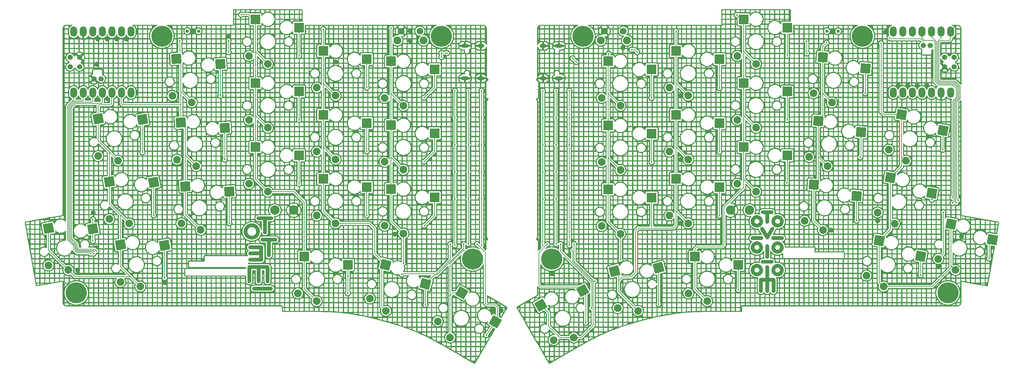
<source format=gbl>
G04 #@! TF.GenerationSoftware,KiCad,Pcbnew,8.0.5*
G04 #@! TF.CreationDate,2024-10-21T12:31:17+08:00*
G04 #@! TF.ProjectId,totem_0_3_usb_c,746f7465-6d5f-4305-9f33-5f7573625f63,0.3*
G04 #@! TF.SameCoordinates,Original*
G04 #@! TF.FileFunction,Copper,L2,Bot*
G04 #@! TF.FilePolarity,Positive*
%FSLAX46Y46*%
G04 Gerber Fmt 4.6, Leading zero omitted, Abs format (unit mm)*
G04 Created by KiCad (PCBNEW 8.0.5) date 2024-10-21 12:31:17*
%MOMM*%
%LPD*%
G01*
G04 APERTURE LIST*
G04 Aperture macros list*
%AMRotRect*
0 Rectangle, with rotation*
0 The origin of the aperture is its center*
0 $1 length*
0 $2 width*
0 $3 Rotation angle, in degrees counterclockwise*
0 Add horizontal line*
21,1,$1,$2,0,0,$3*%
G04 Aperture macros list end*
G04 #@! TA.AperFunction,NonConductor*
%ADD10C,0.000000*%
G04 #@! TD*
G04 #@! TA.AperFunction,SMDPad,CuDef*
%ADD11RotRect,2.600000X2.600000X10.000000*%
G04 #@! TD*
G04 #@! TA.AperFunction,ComponentPad*
%ADD12C,2.032000*%
G04 #@! TD*
G04 #@! TA.AperFunction,SMDPad,CuDef*
%ADD13R,2.600000X2.600000*%
G04 #@! TD*
G04 #@! TA.AperFunction,SMDPad,CuDef*
%ADD14RotRect,2.600000X2.600000X4.000000*%
G04 #@! TD*
G04 #@! TA.AperFunction,SMDPad,CuDef*
%ADD15RotRect,2.600000X2.600000X356.000000*%
G04 #@! TD*
G04 #@! TA.AperFunction,ComponentPad*
%ADD16C,5.600000*%
G04 #@! TD*
G04 #@! TA.AperFunction,ComponentPad*
%ADD17O,1.800000X2.750000*%
G04 #@! TD*
G04 #@! TA.AperFunction,ComponentPad*
%ADD18C,1.397000*%
G04 #@! TD*
G04 #@! TA.AperFunction,ComponentPad*
%ADD19C,2.500000*%
G04 #@! TD*
G04 #@! TA.AperFunction,SMDPad,CuDef*
%ADD20RotRect,2.600000X2.600000X350.000000*%
G04 #@! TD*
G04 #@! TA.AperFunction,SMDPad,CuDef*
%ADD21RotRect,2.600000X2.600000X345.000000*%
G04 #@! TD*
G04 #@! TA.AperFunction,ComponentPad*
%ADD22O,2.100000X1.000000*%
G04 #@! TD*
G04 #@! TA.AperFunction,ComponentPad*
%ADD23O,1.800000X1.000000*%
G04 #@! TD*
G04 #@! TA.AperFunction,WasherPad*
%ADD24C,0.900000*%
G04 #@! TD*
G04 #@! TA.AperFunction,ComponentPad*
%ADD25C,1.800000*%
G04 #@! TD*
G04 #@! TA.AperFunction,ComponentPad*
%ADD26C,2.100000*%
G04 #@! TD*
G04 #@! TA.AperFunction,SMDPad,CuDef*
%ADD27RotRect,2.600000X2.600000X15.000000*%
G04 #@! TD*
G04 #@! TA.AperFunction,SMDPad,CuDef*
%ADD28RotRect,2.600000X2.600000X30.000000*%
G04 #@! TD*
G04 #@! TA.AperFunction,SMDPad,CuDef*
%ADD29RotRect,2.600000X2.600000X330.000000*%
G04 #@! TD*
G04 #@! TA.AperFunction,ViaPad*
%ADD30C,0.450000*%
G04 #@! TD*
G04 #@! TA.AperFunction,Conductor*
%ADD31C,0.200000*%
G04 #@! TD*
G04 APERTURE END LIST*
D10*
G04 #@! TA.AperFunction,NonConductor*
G36*
X215049055Y-113283144D02*
G01*
X215132113Y-113289473D01*
X215213973Y-113299896D01*
X215294531Y-113314308D01*
X215373683Y-113332606D01*
X215451325Y-113354688D01*
X215527356Y-113380449D01*
X215601671Y-113409787D01*
X215674166Y-113442597D01*
X215744740Y-113478777D01*
X215813288Y-113518224D01*
X215879706Y-113560833D01*
X215943892Y-113606502D01*
X216005742Y-113655127D01*
X216065153Y-113706604D01*
X216122022Y-113760832D01*
X216176245Y-113817705D01*
X216227718Y-113877121D01*
X216276339Y-113938976D01*
X216322004Y-114003167D01*
X216364610Y-114069591D01*
X216404053Y-114138144D01*
X216440230Y-114208723D01*
X216473038Y-114281224D01*
X216502373Y-114355545D01*
X216528132Y-114431582D01*
X216550212Y-114509230D01*
X216568509Y-114588388D01*
X216582919Y-114668952D01*
X216593341Y-114750818D01*
X216599670Y-114833883D01*
X216601802Y-114918044D01*
X216599670Y-115002205D01*
X216593341Y-115085270D01*
X216582919Y-115167136D01*
X216568509Y-115247699D01*
X216550212Y-115326857D01*
X216528132Y-115404507D01*
X216502373Y-115480543D01*
X216473038Y-115554864D01*
X216440230Y-115627365D01*
X216404053Y-115697944D01*
X216364610Y-115766497D01*
X216322004Y-115832921D01*
X216276339Y-115897113D01*
X216227718Y-115958968D01*
X216176245Y-116018384D01*
X216122022Y-116075257D01*
X216065153Y-116129484D01*
X216005742Y-116180962D01*
X215943892Y-116229587D01*
X215879706Y-116275256D01*
X215813288Y-116317865D01*
X215744740Y-116357312D01*
X215674166Y-116393492D01*
X215601671Y-116426303D01*
X215527356Y-116455640D01*
X215451325Y-116481402D01*
X215373683Y-116503483D01*
X215294531Y-116521782D01*
X215213973Y-116536194D01*
X215132113Y-116546616D01*
X215049055Y-116552946D01*
X214964900Y-116555078D01*
X214880746Y-116552946D01*
X214797687Y-116546616D01*
X214715827Y-116536194D01*
X214635269Y-116521782D01*
X214556117Y-116503483D01*
X214478474Y-116481402D01*
X214402443Y-116455640D01*
X214328127Y-116426303D01*
X214255631Y-116393492D01*
X214185057Y-116357312D01*
X214116509Y-116317865D01*
X214050090Y-116275256D01*
X213985903Y-116229587D01*
X213924052Y-116180962D01*
X213864640Y-116129484D01*
X213807771Y-116075257D01*
X213753548Y-116018384D01*
X213702073Y-115958968D01*
X213653452Y-115897113D01*
X213607786Y-115832921D01*
X213565180Y-115766497D01*
X213525736Y-115697944D01*
X213489558Y-115627365D01*
X213456750Y-115554864D01*
X213427414Y-115480543D01*
X213401655Y-115404507D01*
X213379575Y-115326857D01*
X213361277Y-115247699D01*
X213346866Y-115167136D01*
X213336445Y-115085270D01*
X213330116Y-115002205D01*
X213327983Y-114918044D01*
X214329890Y-114918044D01*
X214330721Y-114950606D01*
X214333185Y-114982775D01*
X214337242Y-115014509D01*
X214342851Y-115045765D01*
X214349972Y-115076501D01*
X214358563Y-115106677D01*
X214368585Y-115136249D01*
X214379996Y-115165175D01*
X214392756Y-115193415D01*
X214406824Y-115220925D01*
X214422160Y-115247663D01*
X214438722Y-115273589D01*
X214456470Y-115298659D01*
X214475363Y-115322831D01*
X214495362Y-115346065D01*
X214516423Y-115368317D01*
X214538509Y-115389545D01*
X214561576Y-115409709D01*
X214585586Y-115428765D01*
X214610496Y-115446672D01*
X214636268Y-115463388D01*
X214662858Y-115478870D01*
X214690228Y-115493078D01*
X214718337Y-115505968D01*
X214747143Y-115517498D01*
X214776605Y-115527628D01*
X214806685Y-115536314D01*
X214837339Y-115543516D01*
X214868529Y-115549190D01*
X214900213Y-115553295D01*
X214932350Y-115555788D01*
X214964900Y-115556629D01*
X214997459Y-115555798D01*
X215029625Y-115553333D01*
X215061355Y-115549274D01*
X215092608Y-115543661D01*
X215123341Y-115536533D01*
X215153513Y-115527930D01*
X215183082Y-115517894D01*
X215212006Y-115506464D01*
X215240242Y-115493679D01*
X215267749Y-115479581D01*
X215294485Y-115464209D01*
X215320408Y-115447603D01*
X215345475Y-115429802D01*
X215369645Y-115410849D01*
X215392876Y-115390781D01*
X215415126Y-115369640D01*
X215436353Y-115347465D01*
X215456514Y-115324297D01*
X215475569Y-115300175D01*
X215493474Y-115275139D01*
X215510188Y-115249230D01*
X215525669Y-115222488D01*
X215539875Y-115194953D01*
X215552763Y-115166664D01*
X215564293Y-115137662D01*
X215574422Y-115107987D01*
X215583107Y-115077679D01*
X215590308Y-115046778D01*
X215595981Y-115015324D01*
X215600086Y-114983357D01*
X215602579Y-114950917D01*
X215603420Y-114918044D01*
X215602589Y-114885181D01*
X215600124Y-114852771D01*
X215596065Y-114820851D01*
X215590452Y-114789462D01*
X215583325Y-114758640D01*
X215574724Y-114728426D01*
X215564688Y-114698858D01*
X215553259Y-114669975D01*
X215540476Y-114641816D01*
X215526379Y-114614418D01*
X215511008Y-114587822D01*
X215494403Y-114562065D01*
X215476605Y-114537187D01*
X215457653Y-114513227D01*
X215437587Y-114490222D01*
X215416448Y-114468213D01*
X215394275Y-114447237D01*
X215371109Y-114427333D01*
X215346990Y-114408541D01*
X215321957Y-114390898D01*
X215296051Y-114374444D01*
X215269311Y-114359218D01*
X215241779Y-114345257D01*
X215213493Y-114332602D01*
X215184494Y-114321290D01*
X215154822Y-114311361D01*
X215124517Y-114302853D01*
X215093620Y-114295805D01*
X215062169Y-114290256D01*
X215030205Y-114286244D01*
X214997769Y-114283809D01*
X214964900Y-114282988D01*
X214932040Y-114283819D01*
X214899632Y-114286283D01*
X214867715Y-114290340D01*
X214836327Y-114295950D01*
X214805508Y-114303071D01*
X214775297Y-114311664D01*
X214745731Y-114321686D01*
X214716850Y-114333098D01*
X214688692Y-114345859D01*
X214661297Y-114359929D01*
X214634702Y-114375265D01*
X214608948Y-114391829D01*
X214584071Y-114409578D01*
X214560113Y-114428473D01*
X214537110Y-114448473D01*
X214515102Y-114469536D01*
X214494127Y-114491623D01*
X214474225Y-114514693D01*
X214455434Y-114538704D01*
X214437792Y-114563616D01*
X214421340Y-114589389D01*
X214406114Y-114615982D01*
X214392155Y-114643354D01*
X214379501Y-114671464D01*
X214368190Y-114700272D01*
X214358261Y-114729737D01*
X214349754Y-114759818D01*
X214342706Y-114790475D01*
X214337158Y-114821667D01*
X214333146Y-114853352D01*
X214330711Y-114885492D01*
X214329890Y-114918044D01*
X213327983Y-114918044D01*
X213330116Y-114833883D01*
X213336444Y-114750818D01*
X213346866Y-114668952D01*
X213361277Y-114588388D01*
X213379574Y-114509230D01*
X213401653Y-114431582D01*
X213427413Y-114355545D01*
X213456748Y-114281224D01*
X213489556Y-114208723D01*
X213525733Y-114138144D01*
X213565176Y-114069591D01*
X213607782Y-114003167D01*
X213653447Y-113938976D01*
X213702068Y-113877121D01*
X213753542Y-113817705D01*
X213807765Y-113760832D01*
X213864634Y-113706604D01*
X213924046Y-113655127D01*
X213985896Y-113606502D01*
X214050083Y-113560833D01*
X214116502Y-113518224D01*
X214185050Y-113478777D01*
X214255624Y-113442597D01*
X214328121Y-113409787D01*
X214402437Y-113380449D01*
X214478468Y-113354688D01*
X214556112Y-113332606D01*
X214635265Y-113314308D01*
X214715823Y-113299896D01*
X214797685Y-113289473D01*
X214880745Y-113283144D01*
X214964900Y-113281011D01*
X215049055Y-113283144D01*
G37*
G04 #@! TD.AperFunction*
G04 #@! TA.AperFunction,NonConductor*
G36*
X80980272Y-102491392D02*
G01*
X81089616Y-102499730D01*
X81197385Y-102513459D01*
X81303444Y-102532443D01*
X81407654Y-102556546D01*
X81509881Y-102585632D01*
X81609988Y-102619565D01*
X81707839Y-102658207D01*
X81803297Y-102701423D01*
X81896226Y-102749077D01*
X81986490Y-102801032D01*
X82073952Y-102857151D01*
X82158477Y-102917300D01*
X82239927Y-102981340D01*
X82318167Y-103049136D01*
X82393060Y-103120552D01*
X82464470Y-103195451D01*
X82532261Y-103273698D01*
X82596296Y-103355155D01*
X82656440Y-103439686D01*
X82712555Y-103527155D01*
X82764506Y-103617426D01*
X82812155Y-103710363D01*
X82855368Y-103805828D01*
X82894007Y-103903687D01*
X82927937Y-104003802D01*
X82957021Y-104106037D01*
X82981122Y-104210256D01*
X83000105Y-104316323D01*
X83013833Y-104424101D01*
X83022169Y-104533454D01*
X83024978Y-104644246D01*
X83022169Y-104755038D01*
X83013833Y-104864391D01*
X83000105Y-104972169D01*
X82981122Y-105078236D01*
X82957021Y-105182455D01*
X82927937Y-105284690D01*
X82894007Y-105384805D01*
X82855368Y-105482664D01*
X82812156Y-105578129D01*
X82764506Y-105671066D01*
X82712555Y-105761337D01*
X82656440Y-105848806D01*
X82596297Y-105933338D01*
X82532261Y-106014795D01*
X82464471Y-106093041D01*
X82393060Y-106167940D01*
X82318167Y-106239356D01*
X82239927Y-106307152D01*
X82158477Y-106371193D01*
X82073952Y-106431341D01*
X81986490Y-106487460D01*
X81896226Y-106539415D01*
X81803297Y-106587069D01*
X81707839Y-106630285D01*
X81609989Y-106668928D01*
X81509882Y-106702860D01*
X81407655Y-106731946D01*
X81303444Y-106756049D01*
X81197386Y-106775033D01*
X81089616Y-106788762D01*
X80980272Y-106797100D01*
X80869489Y-106799909D01*
X80758706Y-106797100D01*
X80649362Y-106788762D01*
X80541593Y-106775033D01*
X80435535Y-106756049D01*
X80331324Y-106731946D01*
X80229097Y-106702860D01*
X80128990Y-106668928D01*
X80031139Y-106630285D01*
X79935681Y-106587069D01*
X79842752Y-106539415D01*
X79752489Y-106487460D01*
X79665026Y-106431341D01*
X79580502Y-106371193D01*
X79499051Y-106307152D01*
X79420812Y-106239356D01*
X79345918Y-106167940D01*
X79274508Y-106093041D01*
X79206717Y-106014795D01*
X79142682Y-105933338D01*
X79082539Y-105848806D01*
X79026424Y-105761337D01*
X78974473Y-105671066D01*
X78926823Y-105578129D01*
X78883610Y-105482664D01*
X78844971Y-105384805D01*
X78811042Y-105284690D01*
X78781958Y-105182455D01*
X78757857Y-105078236D01*
X78738874Y-104972169D01*
X78725146Y-104864391D01*
X78716809Y-104755038D01*
X78714090Y-104647774D01*
X79715897Y-104647774D01*
X79717404Y-104707268D01*
X79721876Y-104765966D01*
X79729239Y-104823797D01*
X79739420Y-104880690D01*
X79752345Y-104936572D01*
X79767941Y-104991373D01*
X79786133Y-105045019D01*
X79806848Y-105097440D01*
X79830013Y-105148564D01*
X79855554Y-105198319D01*
X79883397Y-105246633D01*
X79913468Y-105293435D01*
X79945694Y-105338653D01*
X79980002Y-105382215D01*
X80016317Y-105424050D01*
X80054566Y-105464086D01*
X80094676Y-105502251D01*
X80136572Y-105538473D01*
X80180182Y-105572681D01*
X80225431Y-105604803D01*
X80272245Y-105634767D01*
X80320552Y-105662502D01*
X80370278Y-105687936D01*
X80421348Y-105710997D01*
X80473689Y-105731614D01*
X80527229Y-105749714D01*
X80581892Y-105765226D01*
X80637605Y-105778079D01*
X80694295Y-105788201D01*
X80751889Y-105795519D01*
X80810311Y-105799963D01*
X80869489Y-105801460D01*
X80928978Y-105799952D01*
X80987672Y-105795480D01*
X81045498Y-105788116D01*
X81102386Y-105777934D01*
X81158264Y-105765008D01*
X81213060Y-105749412D01*
X81266702Y-105731218D01*
X81319119Y-105710501D01*
X81370239Y-105687334D01*
X81419990Y-105661792D01*
X81468300Y-105633947D01*
X81515098Y-105603873D01*
X81560313Y-105571644D01*
X81603871Y-105537334D01*
X81645703Y-105501015D01*
X81685735Y-105462763D01*
X81723897Y-105422650D01*
X81760116Y-105380750D01*
X81794321Y-105337137D01*
X81826441Y-105291885D01*
X81856403Y-105245066D01*
X81884135Y-105196756D01*
X81909567Y-105147026D01*
X81932626Y-105095952D01*
X81953241Y-105043606D01*
X81971340Y-104990063D01*
X81986851Y-104935395D01*
X81999703Y-104879677D01*
X82009824Y-104822982D01*
X82017141Y-104765385D01*
X82021585Y-104706957D01*
X82023082Y-104647774D01*
X82021574Y-104588581D01*
X82017103Y-104530124D01*
X82009739Y-104472478D01*
X81999558Y-104415719D01*
X81986633Y-104359922D01*
X81971038Y-104305160D01*
X81952846Y-104251509D01*
X81932130Y-104199045D01*
X81908966Y-104147842D01*
X81883425Y-104097974D01*
X81855582Y-104049518D01*
X81825511Y-104002547D01*
X81793284Y-103957137D01*
X81758977Y-103913363D01*
X81722661Y-103871299D01*
X81684412Y-103831021D01*
X81644303Y-103792604D01*
X81602406Y-103756122D01*
X81558797Y-103721650D01*
X81513548Y-103689264D01*
X81466733Y-103659038D01*
X81418427Y-103631047D01*
X81368701Y-103605366D01*
X81317631Y-103582071D01*
X81265289Y-103561235D01*
X81211750Y-103542934D01*
X81157087Y-103527244D01*
X81101374Y-103514238D01*
X81044684Y-103503991D01*
X80987090Y-103496580D01*
X80928668Y-103492078D01*
X80869489Y-103490561D01*
X80810311Y-103492068D01*
X80751889Y-103496541D01*
X80694295Y-103503907D01*
X80637605Y-103514093D01*
X80581892Y-103527026D01*
X80527229Y-103542632D01*
X80473689Y-103560839D01*
X80421348Y-103581575D01*
X80370278Y-103604765D01*
X80320552Y-103630337D01*
X80272245Y-103658217D01*
X80225431Y-103688334D01*
X80180182Y-103720613D01*
X80136572Y-103754983D01*
X80094676Y-103791369D01*
X80054566Y-103829699D01*
X80016317Y-103869899D01*
X79980002Y-103911898D01*
X79945694Y-103955622D01*
X79913468Y-104000997D01*
X79883397Y-104047951D01*
X79855554Y-104096411D01*
X79830013Y-104146304D01*
X79806848Y-104197557D01*
X79786133Y-104250097D01*
X79767941Y-104303850D01*
X79752345Y-104358745D01*
X79739420Y-104414707D01*
X79729239Y-104471664D01*
X79721876Y-104529543D01*
X79717404Y-104588270D01*
X79715897Y-104647774D01*
X78714090Y-104647774D01*
X78714000Y-104644246D01*
X78716809Y-104533454D01*
X78725146Y-104424101D01*
X78738874Y-104316323D01*
X78757857Y-104210256D01*
X78781958Y-104106037D01*
X78811042Y-104003802D01*
X78844971Y-103903687D01*
X78883610Y-103805828D01*
X78926823Y-103710363D01*
X78974473Y-103617426D01*
X79026424Y-103527155D01*
X79082539Y-103439686D01*
X79142682Y-103355155D01*
X79206717Y-103273698D01*
X79274508Y-103195451D01*
X79345918Y-103120552D01*
X79420811Y-103049136D01*
X79499051Y-102981340D01*
X79580502Y-102917300D01*
X79665026Y-102857151D01*
X79752489Y-102801032D01*
X79842752Y-102749077D01*
X79935681Y-102701423D01*
X80031139Y-102658207D01*
X80128990Y-102619565D01*
X80229097Y-102585632D01*
X80331324Y-102556546D01*
X80435535Y-102532443D01*
X80541593Y-102513459D01*
X80649362Y-102499730D01*
X80758706Y-102491392D01*
X80869489Y-102488583D01*
X80980272Y-102491392D01*
G37*
G04 #@! TD.AperFunction*
G04 #@! TA.AperFunction,NonConductor*
G36*
X218924360Y-112223232D02*
G01*
X218949957Y-112225150D01*
X218975162Y-112228310D01*
X218999946Y-112232681D01*
X219024277Y-112238233D01*
X219048126Y-112244935D01*
X219071462Y-112252758D01*
X219094255Y-112261670D01*
X219116474Y-112271642D01*
X219138089Y-112282643D01*
X219159070Y-112294643D01*
X219179386Y-112307611D01*
X219199007Y-112321517D01*
X219217903Y-112336331D01*
X219236043Y-112352022D01*
X219253396Y-112368560D01*
X219269933Y-112385915D01*
X219285624Y-112404056D01*
X219300437Y-112422952D01*
X219314342Y-112442574D01*
X219327310Y-112462891D01*
X219339309Y-112483873D01*
X219350310Y-112505490D01*
X219360281Y-112527710D01*
X219369193Y-112550504D01*
X219377015Y-112573841D01*
X219383718Y-112597691D01*
X219389269Y-112622024D01*
X219393640Y-112646809D01*
X219396800Y-112672016D01*
X219398718Y-112697614D01*
X219399364Y-112723574D01*
X219398708Y-112749533D01*
X219396761Y-112775131D01*
X219393556Y-112800338D01*
X219389125Y-112825123D01*
X219383500Y-112849456D01*
X219376713Y-112873306D01*
X219368798Y-112896643D01*
X219359785Y-112919437D01*
X219349708Y-112941657D01*
X219338599Y-112963274D01*
X219326490Y-112984256D01*
X219313413Y-113004573D01*
X219299401Y-113024195D01*
X219284485Y-113043091D01*
X219268699Y-113061232D01*
X219252075Y-113078587D01*
X219234644Y-113095125D01*
X219216439Y-113110816D01*
X219197493Y-113125630D01*
X219177837Y-113139536D01*
X219157505Y-113152504D01*
X219136527Y-113164504D01*
X219114938Y-113175505D01*
X219092768Y-113185477D01*
X219070050Y-113194389D01*
X219046817Y-113202212D01*
X219023101Y-113208915D01*
X218998934Y-113214466D01*
X218974348Y-113218837D01*
X218949376Y-113221997D01*
X218924050Y-113223915D01*
X218898402Y-113224561D01*
X216534770Y-113224561D01*
X216508812Y-113223915D01*
X216483216Y-113221997D01*
X216458011Y-113218837D01*
X216433227Y-113214466D01*
X216408896Y-113208915D01*
X216385048Y-113202212D01*
X216361712Y-113194389D01*
X216338920Y-113185477D01*
X216316702Y-113175505D01*
X216295087Y-113164504D01*
X216274107Y-113152504D01*
X216253791Y-113139536D01*
X216234171Y-113125630D01*
X216215276Y-113110816D01*
X216197137Y-113095125D01*
X216179784Y-113078587D01*
X216163248Y-113061232D01*
X216147558Y-113043091D01*
X216132746Y-113024195D01*
X216118841Y-113004573D01*
X216105874Y-112984256D01*
X216093875Y-112963274D01*
X216082876Y-112941657D01*
X216072905Y-112919437D01*
X216063993Y-112896643D01*
X216056171Y-112873306D01*
X216049469Y-112849456D01*
X216043918Y-112825123D01*
X216039548Y-112800338D01*
X216036388Y-112775131D01*
X216034470Y-112749533D01*
X216033824Y-112723574D01*
X216034480Y-112697614D01*
X216036427Y-112672016D01*
X216039632Y-112646809D01*
X216044063Y-112622024D01*
X216049688Y-112597691D01*
X216056475Y-112573841D01*
X216064390Y-112550504D01*
X216073402Y-112527710D01*
X216083479Y-112505490D01*
X216094588Y-112483873D01*
X216106698Y-112462891D01*
X216119774Y-112442574D01*
X216133786Y-112422952D01*
X216148701Y-112404056D01*
X216164487Y-112385915D01*
X216181112Y-112368560D01*
X216198542Y-112352022D01*
X216216746Y-112336331D01*
X216235692Y-112321517D01*
X216255347Y-112307611D01*
X216275679Y-112294643D01*
X216296656Y-112282643D01*
X216318245Y-112271642D01*
X216340414Y-112261670D01*
X216363130Y-112252758D01*
X216386362Y-112244935D01*
X216410078Y-112238233D01*
X216434244Y-112232681D01*
X216458828Y-112228310D01*
X216483799Y-112225150D01*
X216509124Y-112223232D01*
X216534770Y-112222586D01*
X218898402Y-112222586D01*
X218924360Y-112223232D01*
G37*
G04 #@! TD.AperFunction*
G04 #@! TA.AperFunction,NonConductor*
G36*
X85961374Y-119367610D02*
G01*
X85986971Y-119369528D01*
X86012176Y-119372688D01*
X86036959Y-119377059D01*
X86061289Y-119382611D01*
X86085138Y-119389314D01*
X86108473Y-119397136D01*
X86131265Y-119406049D01*
X86153484Y-119416021D01*
X86175099Y-119427022D01*
X86196079Y-119439021D01*
X86216394Y-119451990D01*
X86236015Y-119465896D01*
X86254910Y-119480710D01*
X86273049Y-119496401D01*
X86290403Y-119512939D01*
X86306939Y-119530293D01*
X86322629Y-119548434D01*
X86337442Y-119567330D01*
X86351347Y-119586953D01*
X86364314Y-119607270D01*
X86376313Y-119628252D01*
X86387313Y-119649868D01*
X86397284Y-119672088D01*
X86406196Y-119694882D01*
X86414018Y-119718219D01*
X86420720Y-119742070D01*
X86426271Y-119766403D01*
X86430642Y-119791188D01*
X86433801Y-119816394D01*
X86435719Y-119841993D01*
X86436365Y-119867952D01*
X86435709Y-119893912D01*
X86433763Y-119919510D01*
X86430558Y-119944717D01*
X86426126Y-119969502D01*
X86420502Y-119993835D01*
X86413715Y-120017685D01*
X86405800Y-120041022D01*
X86396788Y-120063816D01*
X86386711Y-120086036D01*
X86375602Y-120107653D01*
X86363493Y-120128635D01*
X86350416Y-120148952D01*
X86336405Y-120168574D01*
X86321489Y-120187470D01*
X86305704Y-120205611D01*
X86289080Y-120222966D01*
X86271649Y-120239504D01*
X86253445Y-120255195D01*
X86234499Y-120270009D01*
X86214844Y-120283915D01*
X86194512Y-120296883D01*
X86173535Y-120308883D01*
X86151946Y-120319884D01*
X86129777Y-120329856D01*
X86107060Y-120338768D01*
X86083828Y-120346591D01*
X86060112Y-120353293D01*
X86035946Y-120358845D01*
X86011361Y-120363216D01*
X85986389Y-120366376D01*
X85961064Y-120368294D01*
X85935417Y-120368940D01*
X81444521Y-120368940D01*
X81418564Y-120368294D01*
X81392967Y-120366376D01*
X81367763Y-120363216D01*
X81342980Y-120358845D01*
X81318649Y-120353293D01*
X81294800Y-120346591D01*
X81271465Y-120338768D01*
X81248673Y-120329856D01*
X81226454Y-120319884D01*
X81204840Y-120308883D01*
X81183859Y-120296883D01*
X81163544Y-120283915D01*
X81143923Y-120270009D01*
X81125028Y-120255195D01*
X81106889Y-120239504D01*
X81089536Y-120222966D01*
X81072999Y-120205611D01*
X81057309Y-120187470D01*
X81042497Y-120168574D01*
X81028592Y-120148952D01*
X81015624Y-120128635D01*
X81003626Y-120107653D01*
X80992625Y-120086036D01*
X80982654Y-120063816D01*
X80973742Y-120041022D01*
X80965920Y-120017685D01*
X80959219Y-119993835D01*
X80953667Y-119969502D01*
X80949296Y-119944717D01*
X80946137Y-119919510D01*
X80944219Y-119893912D01*
X80943573Y-119867952D01*
X80944229Y-119841993D01*
X80946176Y-119816394D01*
X80949381Y-119791188D01*
X80953812Y-119766403D01*
X80959437Y-119742070D01*
X80966223Y-119718219D01*
X80974138Y-119694882D01*
X80983150Y-119672088D01*
X80993227Y-119649868D01*
X81004336Y-119628252D01*
X81016445Y-119607270D01*
X81029522Y-119586953D01*
X81043534Y-119567330D01*
X81058449Y-119548434D01*
X81074235Y-119530293D01*
X81090859Y-119512939D01*
X81108289Y-119496401D01*
X81126493Y-119480710D01*
X81145439Y-119465896D01*
X81165094Y-119451990D01*
X81185426Y-119439021D01*
X81206403Y-119427022D01*
X81227992Y-119416021D01*
X81250161Y-119406049D01*
X81272878Y-119397136D01*
X81296111Y-119389314D01*
X81319826Y-119382611D01*
X81343993Y-119377059D01*
X81368578Y-119372688D01*
X81393549Y-119369528D01*
X81418874Y-119367610D01*
X81444521Y-119366964D01*
X85935417Y-119366964D01*
X85961374Y-119367610D01*
G37*
G04 #@! TD.AperFunction*
G04 #@! TA.AperFunction,NonConductor*
G36*
X87164357Y-106334847D02*
G01*
X87189953Y-106336765D01*
X87215158Y-106339925D01*
X87239941Y-106344296D01*
X87264272Y-106349848D01*
X87288120Y-106356551D01*
X87311456Y-106364373D01*
X87334248Y-106373286D01*
X87356466Y-106383258D01*
X87378081Y-106394259D01*
X87399061Y-106406259D01*
X87419377Y-106419227D01*
X87438997Y-106433133D01*
X87457892Y-106447947D01*
X87476032Y-106463638D01*
X87493385Y-106480176D01*
X87509921Y-106497531D01*
X87525611Y-106515671D01*
X87540424Y-106534568D01*
X87554329Y-106554190D01*
X87567296Y-106574507D01*
X87579295Y-106595489D01*
X87590295Y-106617105D01*
X87600266Y-106639326D01*
X87609178Y-106662120D01*
X87617000Y-106685457D01*
X87623702Y-106709308D01*
X87629253Y-106733640D01*
X87633624Y-106758425D01*
X87636783Y-106783632D01*
X87638701Y-106809231D01*
X87639347Y-106835190D01*
X87638691Y-106861150D01*
X87636745Y-106886748D01*
X87633540Y-106911955D01*
X87629108Y-106936740D01*
X87623484Y-106961073D01*
X87616697Y-106984923D01*
X87608782Y-107008260D01*
X87599770Y-107031054D01*
X87589693Y-107053275D01*
X87578584Y-107074891D01*
X87566475Y-107095873D01*
X87553398Y-107116190D01*
X87539386Y-107135812D01*
X87524472Y-107154709D01*
X87508686Y-107172850D01*
X87492062Y-107190204D01*
X87474631Y-107206742D01*
X87456427Y-107222433D01*
X87437481Y-107237247D01*
X87417826Y-107251153D01*
X87397494Y-107264121D01*
X87376517Y-107276121D01*
X87354928Y-107287122D01*
X87332759Y-107297094D01*
X87310042Y-107306007D01*
X87286810Y-107313829D01*
X87263094Y-107320532D01*
X87238928Y-107326084D01*
X87214343Y-107330455D01*
X87189372Y-107333614D01*
X87164046Y-107335533D01*
X87138399Y-107336179D01*
X85917778Y-107336179D01*
X85917778Y-110987752D01*
X85917132Y-111013711D01*
X85915214Y-111039309D01*
X85912055Y-111064516D01*
X85907684Y-111089301D01*
X85902133Y-111113634D01*
X85895431Y-111137484D01*
X85887609Y-111160821D01*
X85878697Y-111183615D01*
X85868726Y-111205836D01*
X85857726Y-111227452D01*
X85845727Y-111248434D01*
X85832760Y-111268751D01*
X85818855Y-111288373D01*
X85804042Y-111307270D01*
X85788352Y-111325410D01*
X85771815Y-111342765D01*
X85754462Y-111359303D01*
X85736323Y-111374994D01*
X85717428Y-111389808D01*
X85697807Y-111403714D01*
X85677492Y-111416682D01*
X85656511Y-111428682D01*
X85634897Y-111439683D01*
X85612678Y-111449655D01*
X85589886Y-111458568D01*
X85566551Y-111466390D01*
X85542702Y-111473093D01*
X85518371Y-111478645D01*
X85493588Y-111483016D01*
X85468384Y-111486175D01*
X85442787Y-111488094D01*
X85416830Y-111488740D01*
X85390872Y-111488084D01*
X85365276Y-111486137D01*
X85340071Y-111482931D01*
X85315288Y-111478500D01*
X85290957Y-111472875D01*
X85267109Y-111466088D01*
X85243773Y-111458172D01*
X85220981Y-111449159D01*
X85198763Y-111439082D01*
X85177148Y-111427972D01*
X85156168Y-111415862D01*
X85135852Y-111402784D01*
X85116232Y-111388771D01*
X85097337Y-111373855D01*
X85079197Y-111358068D01*
X85061844Y-111341442D01*
X85045308Y-111324010D01*
X85029618Y-111305805D01*
X85014805Y-111286857D01*
X85000900Y-111267201D01*
X84987933Y-111246867D01*
X84975934Y-111225889D01*
X84964934Y-111204298D01*
X84954963Y-111182127D01*
X84946051Y-111159408D01*
X84938229Y-111136174D01*
X84931527Y-111112457D01*
X84925976Y-111088288D01*
X84921605Y-111063701D01*
X84918445Y-111038728D01*
X84916527Y-111013401D01*
X84915881Y-110987752D01*
X84915881Y-107336179D01*
X83695261Y-107336179D01*
X83669303Y-107335533D01*
X83643707Y-107333614D01*
X83618502Y-107330455D01*
X83593719Y-107326084D01*
X83569388Y-107320532D01*
X83545540Y-107313829D01*
X83522205Y-107306007D01*
X83499412Y-107297094D01*
X83477194Y-107287122D01*
X83455579Y-107276121D01*
X83434599Y-107264121D01*
X83414284Y-107251153D01*
X83394663Y-107237247D01*
X83375768Y-107222433D01*
X83357629Y-107206742D01*
X83340275Y-107190204D01*
X83323739Y-107172850D01*
X83308049Y-107154709D01*
X83293236Y-107135812D01*
X83279331Y-107116190D01*
X83266364Y-107095873D01*
X83254365Y-107074891D01*
X83243365Y-107053275D01*
X83233394Y-107031054D01*
X83224482Y-107008260D01*
X83216660Y-106984923D01*
X83209958Y-106961073D01*
X83204407Y-106936740D01*
X83200036Y-106911955D01*
X83196876Y-106886748D01*
X83194958Y-106861150D01*
X83194312Y-106835190D01*
X83194968Y-106809231D01*
X83196915Y-106783632D01*
X83200120Y-106758425D01*
X83204551Y-106733640D01*
X83210176Y-106709308D01*
X83216962Y-106685457D01*
X83224878Y-106662120D01*
X83233890Y-106639326D01*
X83243967Y-106617105D01*
X83255076Y-106595489D01*
X83267185Y-106574507D01*
X83280261Y-106554190D01*
X83294273Y-106534568D01*
X83309188Y-106515671D01*
X83324974Y-106497531D01*
X83341598Y-106480176D01*
X83359029Y-106463638D01*
X83377233Y-106447947D01*
X83396179Y-106433133D01*
X83415834Y-106419227D01*
X83436166Y-106406259D01*
X83457143Y-106394259D01*
X83478732Y-106383258D01*
X83500901Y-106373286D01*
X83523618Y-106364373D01*
X83546850Y-106356551D01*
X83570566Y-106349848D01*
X83594732Y-106344296D01*
X83619317Y-106339925D01*
X83644289Y-106336765D01*
X83669614Y-106334847D01*
X83695261Y-106334201D01*
X87138399Y-106334201D01*
X87164357Y-106334847D01*
G37*
G04 #@! TD.AperFunction*
G04 #@! TA.AperFunction,NonConductor*
G36*
X219118325Y-103444392D02*
G01*
X219142487Y-103446080D01*
X219166618Y-103448942D01*
X219190677Y-103452988D01*
X219214621Y-103458227D01*
X219238407Y-103464669D01*
X219261993Y-103472323D01*
X219285336Y-103481200D01*
X219308393Y-103491308D01*
X219331122Y-103502658D01*
X219353481Y-103515260D01*
X219375164Y-103529289D01*
X219395886Y-103544227D01*
X219415638Y-103560030D01*
X219434410Y-103576657D01*
X219452192Y-103594063D01*
X219468975Y-103612208D01*
X219484749Y-103631048D01*
X219499505Y-103650540D01*
X219513231Y-103670642D01*
X219525920Y-103691311D01*
X219537561Y-103712504D01*
X219548144Y-103734180D01*
X219557660Y-103756295D01*
X219566100Y-103778807D01*
X219573453Y-103801672D01*
X219579709Y-103824849D01*
X219584860Y-103848295D01*
X219588895Y-103871967D01*
X219591805Y-103895822D01*
X219593580Y-103919818D01*
X219594210Y-103943913D01*
X219593685Y-103968062D01*
X219591997Y-103992225D01*
X219589135Y-104016358D01*
X219585090Y-104040419D01*
X219579851Y-104064365D01*
X219573410Y-104088153D01*
X219565756Y-104111741D01*
X219556880Y-104135086D01*
X219546772Y-104158145D01*
X219535423Y-104180877D01*
X219522823Y-104203237D01*
X218143443Y-106489439D01*
X218126053Y-106516552D01*
X218107015Y-106542291D01*
X218086417Y-106566604D01*
X218064346Y-106589438D01*
X218040890Y-106610743D01*
X218016137Y-106630466D01*
X217990175Y-106648556D01*
X217963092Y-106664961D01*
X217934975Y-106679630D01*
X217905913Y-106692511D01*
X217875992Y-106703552D01*
X217845302Y-106712701D01*
X217813929Y-106719907D01*
X217781961Y-106725118D01*
X217749487Y-106728283D01*
X217716594Y-106729349D01*
X217709499Y-106729349D01*
X217693327Y-106729082D01*
X217677228Y-106728283D01*
X217661212Y-106726960D01*
X217645292Y-106725118D01*
X217629478Y-106722765D01*
X217613780Y-106719907D01*
X217598211Y-106716550D01*
X217582780Y-106712701D01*
X217552379Y-106703552D01*
X217522665Y-106692511D01*
X217493726Y-106679631D01*
X217465650Y-106664962D01*
X217438525Y-106648557D01*
X217412438Y-106630467D01*
X217387478Y-106610743D01*
X217363732Y-106589439D01*
X217341288Y-106566604D01*
X217330582Y-106554630D01*
X217320235Y-106542292D01*
X217310257Y-106529598D01*
X217300659Y-106516553D01*
X217291453Y-106503165D01*
X217282649Y-106489439D01*
X215903270Y-104203237D01*
X215890359Y-104180867D01*
X215878739Y-104158107D01*
X215868398Y-104135002D01*
X215859325Y-104111597D01*
X215851506Y-104087935D01*
X215844933Y-104064063D01*
X215839591Y-104040024D01*
X215835471Y-104015863D01*
X215832559Y-103991624D01*
X215830845Y-103967352D01*
X215830318Y-103943092D01*
X215830964Y-103918888D01*
X215832773Y-103894785D01*
X215835734Y-103870828D01*
X215839834Y-103847060D01*
X215845062Y-103823527D01*
X215851406Y-103800273D01*
X215858854Y-103777342D01*
X215867396Y-103754780D01*
X215877019Y-103732630D01*
X215887712Y-103710938D01*
X215899463Y-103689748D01*
X215912260Y-103669104D01*
X215926092Y-103649052D01*
X215940948Y-103629635D01*
X215956815Y-103610898D01*
X215973682Y-103592886D01*
X215991538Y-103575644D01*
X216010370Y-103559216D01*
X216030168Y-103543646D01*
X216050919Y-103528979D01*
X216072612Y-103515260D01*
X216094970Y-103502659D01*
X216117699Y-103491308D01*
X216140756Y-103481200D01*
X216164099Y-103472323D01*
X216187685Y-103464669D01*
X216211471Y-103458227D01*
X216235414Y-103452988D01*
X216259473Y-103448943D01*
X216283603Y-103446080D01*
X216307764Y-103444392D01*
X216331912Y-103443868D01*
X216356004Y-103444498D01*
X216379998Y-103446273D01*
X216403851Y-103449183D01*
X216427521Y-103453218D01*
X216450965Y-103458369D01*
X216474140Y-103464626D01*
X216497004Y-103471979D01*
X216519514Y-103480419D01*
X216541628Y-103489936D01*
X216563302Y-103500520D01*
X216584494Y-103512161D01*
X216605162Y-103524850D01*
X216625263Y-103538578D01*
X216644754Y-103553334D01*
X216663593Y-103569108D01*
X216681737Y-103585892D01*
X216699143Y-103603675D01*
X216715769Y-103622448D01*
X216731572Y-103642201D01*
X216746510Y-103662924D01*
X216760539Y-103684608D01*
X217713039Y-105261664D01*
X218665553Y-103684608D01*
X218679582Y-103662924D01*
X218694518Y-103642201D01*
X218710320Y-103622448D01*
X218726945Y-103603675D01*
X218744351Y-103585892D01*
X218762494Y-103569108D01*
X218781332Y-103553334D01*
X218800823Y-103538578D01*
X218820924Y-103524850D01*
X218841592Y-103512161D01*
X218862784Y-103500520D01*
X218884458Y-103489936D01*
X218906572Y-103480419D01*
X218929082Y-103471979D01*
X218951946Y-103464626D01*
X218975122Y-103458369D01*
X218998566Y-103453218D01*
X219022236Y-103449183D01*
X219046090Y-103446273D01*
X219070085Y-103444498D01*
X219094177Y-103443868D01*
X219118325Y-103444392D01*
G37*
G04 #@! TD.AperFunction*
G04 #@! TA.AperFunction,NonConductor*
G36*
X218924360Y-99021118D02*
G01*
X218949957Y-99023036D01*
X218975162Y-99026196D01*
X218999946Y-99030567D01*
X219024277Y-99036119D01*
X219048126Y-99042821D01*
X219071462Y-99050644D01*
X219094255Y-99059557D01*
X219116474Y-99069528D01*
X219138089Y-99080530D01*
X219159070Y-99092529D01*
X219179386Y-99105497D01*
X219199007Y-99119404D01*
X219217903Y-99134218D01*
X219236043Y-99149909D01*
X219253396Y-99166447D01*
X219269933Y-99183801D01*
X219285624Y-99201942D01*
X219300437Y-99220839D01*
X219314342Y-99240461D01*
X219327310Y-99260778D01*
X219339309Y-99281760D01*
X219350310Y-99303376D01*
X219360281Y-99325597D01*
X219369193Y-99348390D01*
X219377015Y-99371728D01*
X219383718Y-99395578D01*
X219389269Y-99419911D01*
X219393640Y-99444696D01*
X219396800Y-99469903D01*
X219398718Y-99495501D01*
X219399364Y-99521461D01*
X219398708Y-99547420D01*
X219396761Y-99573018D01*
X219393556Y-99598225D01*
X219389125Y-99623010D01*
X219383500Y-99647343D01*
X219376713Y-99671193D01*
X219368798Y-99694531D01*
X219359785Y-99717325D01*
X219349708Y-99739545D01*
X219338599Y-99761161D01*
X219326490Y-99782143D01*
X219313413Y-99802461D01*
X219299401Y-99822083D01*
X219284485Y-99840979D01*
X219268699Y-99859120D01*
X219252075Y-99876475D01*
X219234644Y-99893013D01*
X219216439Y-99908704D01*
X219197493Y-99923518D01*
X219177837Y-99937424D01*
X219157505Y-99950392D01*
X219136527Y-99962392D01*
X219114938Y-99973393D01*
X219092768Y-99983365D01*
X219070050Y-99992277D01*
X219046817Y-100000100D01*
X219023101Y-100006802D01*
X218998934Y-100012354D01*
X218974348Y-100016725D01*
X218949376Y-100019885D01*
X218924050Y-100021803D01*
X218898402Y-100022449D01*
X218217540Y-100022449D01*
X218217540Y-102104024D01*
X218216894Y-102129983D01*
X218214976Y-102155582D01*
X218211816Y-102180788D01*
X218207445Y-102205573D01*
X218201894Y-102229906D01*
X218195192Y-102253756D01*
X218187370Y-102277094D01*
X218178458Y-102299888D01*
X218168486Y-102322108D01*
X218157486Y-102343725D01*
X218145487Y-102364706D01*
X218132519Y-102385024D01*
X218118614Y-102404646D01*
X218103801Y-102423542D01*
X218088111Y-102441683D01*
X218071575Y-102459038D01*
X218054221Y-102475576D01*
X218036082Y-102491267D01*
X218017187Y-102506081D01*
X217997566Y-102519987D01*
X217977251Y-102532955D01*
X217956270Y-102544955D01*
X217934656Y-102555956D01*
X217912438Y-102565928D01*
X217889646Y-102574840D01*
X217866311Y-102582663D01*
X217842463Y-102589365D01*
X217818133Y-102594917D01*
X217793350Y-102599288D01*
X217768146Y-102602448D01*
X217742551Y-102604366D01*
X217716594Y-102605012D01*
X217690636Y-102604356D01*
X217665039Y-102602409D01*
X217639834Y-102599204D01*
X217615050Y-102594773D01*
X217590719Y-102589147D01*
X217566870Y-102582361D01*
X217543534Y-102574445D01*
X217520741Y-102565432D01*
X217498522Y-102555354D01*
X217476907Y-102544244D01*
X217455926Y-102532134D01*
X217435610Y-102519057D01*
X217415989Y-102505043D01*
X217397094Y-102490127D01*
X217378954Y-102474340D01*
X217361600Y-102457715D01*
X217345063Y-102440283D01*
X217329373Y-102422077D01*
X217314560Y-102403130D01*
X217300654Y-102383473D01*
X217287687Y-102363140D01*
X217275687Y-102342161D01*
X217264687Y-102320570D01*
X217254715Y-102298399D01*
X217245803Y-102275681D01*
X217237981Y-102252446D01*
X217231279Y-102228729D01*
X217225727Y-102204560D01*
X217221356Y-102179974D01*
X217218197Y-102155000D01*
X217216279Y-102129673D01*
X217215633Y-102104024D01*
X217215633Y-100029507D01*
X216534770Y-100029507D01*
X216534770Y-100022449D01*
X216508812Y-100021803D01*
X216483216Y-100019885D01*
X216458011Y-100016725D01*
X216433227Y-100012354D01*
X216408896Y-100006802D01*
X216385048Y-100000100D01*
X216361712Y-99992277D01*
X216338920Y-99983365D01*
X216316702Y-99973393D01*
X216295087Y-99962392D01*
X216274107Y-99950392D01*
X216253791Y-99937424D01*
X216234171Y-99923518D01*
X216215276Y-99908704D01*
X216197137Y-99893013D01*
X216179784Y-99876475D01*
X216163248Y-99859120D01*
X216147558Y-99840979D01*
X216132746Y-99822083D01*
X216118841Y-99802461D01*
X216105874Y-99782143D01*
X216093875Y-99761161D01*
X216082876Y-99739545D01*
X216072905Y-99717325D01*
X216063993Y-99694531D01*
X216056171Y-99671193D01*
X216049469Y-99647343D01*
X216043918Y-99623010D01*
X216039548Y-99598225D01*
X216036388Y-99573018D01*
X216034470Y-99547420D01*
X216033824Y-99521461D01*
X216034480Y-99495501D01*
X216036427Y-99469903D01*
X216039632Y-99444696D01*
X216044063Y-99419911D01*
X216049688Y-99395578D01*
X216056475Y-99371728D01*
X216064390Y-99348390D01*
X216073402Y-99325596D01*
X216083479Y-99303376D01*
X216094588Y-99281760D01*
X216106698Y-99260778D01*
X216119774Y-99240461D01*
X216133786Y-99220839D01*
X216148701Y-99201942D01*
X216164487Y-99183801D01*
X216181112Y-99166447D01*
X216198542Y-99149909D01*
X216216746Y-99134217D01*
X216235692Y-99119404D01*
X216255347Y-99105497D01*
X216275679Y-99092529D01*
X216296656Y-99080530D01*
X216318245Y-99069528D01*
X216340414Y-99059557D01*
X216363130Y-99050644D01*
X216386362Y-99042821D01*
X216410078Y-99036119D01*
X216434244Y-99030567D01*
X216458828Y-99026196D01*
X216483799Y-99023036D01*
X216509124Y-99021118D01*
X216534770Y-99020472D01*
X218898402Y-99020472D01*
X218924360Y-99021118D01*
G37*
G04 #@! TD.AperFunction*
G04 #@! TA.AperFunction,NonConductor*
G36*
X215049039Y-107281862D02*
G01*
X215132098Y-107288192D01*
X215213958Y-107298614D01*
X215294515Y-107313026D01*
X215373667Y-107331325D01*
X215451310Y-107353406D01*
X215527341Y-107379167D01*
X215601656Y-107408505D01*
X215674151Y-107441316D01*
X215744725Y-107477496D01*
X215813272Y-107516942D01*
X215879691Y-107559551D01*
X215943877Y-107605220D01*
X216005727Y-107653845D01*
X216065138Y-107705323D01*
X216122007Y-107759550D01*
X216176229Y-107816423D01*
X216227703Y-107875839D01*
X216276324Y-107937694D01*
X216321989Y-108001886D01*
X216364594Y-108068309D01*
X216404038Y-108136863D01*
X216440215Y-108207442D01*
X216473022Y-108279943D01*
X216502358Y-108354264D01*
X216528117Y-108430300D01*
X216550196Y-108507949D01*
X216568493Y-108587107D01*
X216582904Y-108667671D01*
X216593326Y-108749537D01*
X216599654Y-108832602D01*
X216601787Y-108916763D01*
X216599654Y-109000924D01*
X216593326Y-109083989D01*
X216582904Y-109165855D01*
X216568493Y-109246419D01*
X216550196Y-109325577D01*
X216528117Y-109403226D01*
X216502358Y-109479262D01*
X216473022Y-109553583D01*
X216440215Y-109626085D01*
X216404038Y-109696664D01*
X216364594Y-109765217D01*
X216321989Y-109831641D01*
X216276324Y-109895832D01*
X216227703Y-109957687D01*
X216176229Y-110017103D01*
X216122007Y-110073976D01*
X216065138Y-110128203D01*
X216005727Y-110179681D01*
X215943877Y-110228306D01*
X215879691Y-110273975D01*
X215813272Y-110316584D01*
X215744725Y-110356031D01*
X215674151Y-110392211D01*
X215601656Y-110425021D01*
X215527341Y-110454359D01*
X215451310Y-110480120D01*
X215373667Y-110502202D01*
X215294515Y-110520500D01*
X215213958Y-110534912D01*
X215132098Y-110545335D01*
X215049039Y-110551664D01*
X214964885Y-110553797D01*
X214880729Y-110551664D01*
X214797669Y-110545335D01*
X214715809Y-110534912D01*
X214635250Y-110520500D01*
X214556098Y-110502202D01*
X214478454Y-110480120D01*
X214402423Y-110454359D01*
X214328108Y-110425021D01*
X214255612Y-110392211D01*
X214185039Y-110356031D01*
X214116491Y-110316584D01*
X214050073Y-110273975D01*
X213985887Y-110228306D01*
X213924037Y-110179681D01*
X213864626Y-110128203D01*
X213807758Y-110073976D01*
X213753535Y-110017103D01*
X213702062Y-109957687D01*
X213653442Y-109895832D01*
X213607777Y-109831641D01*
X213565172Y-109765217D01*
X213525729Y-109696664D01*
X213489553Y-109626085D01*
X213456745Y-109553583D01*
X213427411Y-109479262D01*
X213401652Y-109403226D01*
X213379573Y-109325577D01*
X213361276Y-109246419D01*
X213346865Y-109165855D01*
X213336444Y-109083989D01*
X213330116Y-109000924D01*
X213327983Y-108916763D01*
X214329890Y-108916763D01*
X214330721Y-108949626D01*
X214333185Y-108982036D01*
X214337242Y-109013956D01*
X214342851Y-109045346D01*
X214349972Y-109076167D01*
X214358563Y-109106381D01*
X214368585Y-109135949D01*
X214379996Y-109164832D01*
X214392756Y-109192992D01*
X214406824Y-109220389D01*
X214422160Y-109246986D01*
X214438722Y-109272742D01*
X214456470Y-109297620D01*
X214475363Y-109321581D01*
X214495362Y-109344585D01*
X214516423Y-109366595D01*
X214538509Y-109387571D01*
X214561576Y-109407474D01*
X214585586Y-109426267D01*
X214610496Y-109443910D01*
X214636268Y-109460364D01*
X214662858Y-109475590D01*
X214690228Y-109489550D01*
X214718337Y-109502206D01*
X214747143Y-109513518D01*
X214776605Y-109523447D01*
X214806685Y-109531955D01*
X214837339Y-109539003D01*
X214868529Y-109544552D01*
X214900213Y-109548564D01*
X214932350Y-109550999D01*
X214964900Y-109551820D01*
X214997459Y-109550989D01*
X215029625Y-109548525D01*
X215061355Y-109544468D01*
X215092608Y-109538858D01*
X215123341Y-109531737D01*
X215153513Y-109523144D01*
X215183082Y-109513122D01*
X215212006Y-109501710D01*
X215240242Y-109488949D01*
X215267749Y-109474880D01*
X215294485Y-109459543D01*
X215320408Y-109442980D01*
X215345475Y-109425230D01*
X215369645Y-109406335D01*
X215392876Y-109386335D01*
X215415126Y-109365272D01*
X215436353Y-109343185D01*
X215456514Y-109320116D01*
X215475569Y-109296104D01*
X215493474Y-109271192D01*
X215510188Y-109245419D01*
X215525669Y-109218826D01*
X215539875Y-109191454D01*
X215552763Y-109163344D01*
X215564293Y-109134536D01*
X215574422Y-109105071D01*
X215583107Y-109074989D01*
X215590308Y-109044333D01*
X215595981Y-109013141D01*
X215600086Y-108981455D01*
X215602579Y-108949315D01*
X215603420Y-108916763D01*
X215602589Y-108883890D01*
X215600124Y-108851450D01*
X215596065Y-108819483D01*
X215590452Y-108788029D01*
X215583325Y-108757128D01*
X215574724Y-108726820D01*
X215564688Y-108697145D01*
X215553259Y-108668143D01*
X215540476Y-108639854D01*
X215526379Y-108612319D01*
X215511008Y-108585577D01*
X215494403Y-108559668D01*
X215476605Y-108534633D01*
X215457653Y-108510511D01*
X215437587Y-108487343D01*
X215416448Y-108465168D01*
X215394275Y-108444026D01*
X215371109Y-108423959D01*
X215346990Y-108405005D01*
X215321957Y-108387205D01*
X215296051Y-108370599D01*
X215269311Y-108355227D01*
X215241779Y-108341128D01*
X215213493Y-108328344D01*
X215184494Y-108316914D01*
X215154822Y-108306877D01*
X215124517Y-108298275D01*
X215093620Y-108291147D01*
X215062169Y-108285534D01*
X215030205Y-108281475D01*
X214997769Y-108279009D01*
X214964900Y-108278179D01*
X214932040Y-108279009D01*
X214899632Y-108281475D01*
X214867715Y-108285534D01*
X214836327Y-108291147D01*
X214805508Y-108298275D01*
X214775297Y-108306877D01*
X214745731Y-108316914D01*
X214716850Y-108328344D01*
X214688692Y-108341128D01*
X214661297Y-108355227D01*
X214634702Y-108370599D01*
X214608948Y-108387205D01*
X214584071Y-108405005D01*
X214560113Y-108423959D01*
X214537110Y-108444026D01*
X214515102Y-108465168D01*
X214494127Y-108487343D01*
X214474225Y-108510511D01*
X214455434Y-108534633D01*
X214437792Y-108559668D01*
X214421340Y-108585577D01*
X214406114Y-108612319D01*
X214392155Y-108639854D01*
X214379501Y-108668143D01*
X214368190Y-108697145D01*
X214358261Y-108726820D01*
X214349754Y-108757128D01*
X214342706Y-108788029D01*
X214337158Y-108819483D01*
X214333146Y-108851450D01*
X214330711Y-108883890D01*
X214329890Y-108916763D01*
X213327983Y-108916763D01*
X213330116Y-108832602D01*
X213336444Y-108749537D01*
X213346865Y-108667671D01*
X213361276Y-108587107D01*
X213379573Y-108507949D01*
X213401652Y-108430300D01*
X213427411Y-108354264D01*
X213456745Y-108279943D01*
X213489553Y-108207442D01*
X213525729Y-108136863D01*
X213565172Y-108068309D01*
X213607777Y-108001886D01*
X213653442Y-107937694D01*
X213702062Y-107875839D01*
X213753535Y-107816423D01*
X213807758Y-107759550D01*
X213864626Y-107705323D01*
X213924037Y-107653845D01*
X213985887Y-107605220D01*
X214050073Y-107559551D01*
X214116491Y-107516942D01*
X214185039Y-107477496D01*
X214255612Y-107441316D01*
X214328108Y-107408505D01*
X214402423Y-107379167D01*
X214478454Y-107353406D01*
X214556098Y-107331325D01*
X214635250Y-107313026D01*
X214715809Y-107298614D01*
X214797669Y-107288192D01*
X214880729Y-107281862D01*
X214964885Y-107279730D01*
X215049039Y-107281862D01*
G37*
G04 #@! TD.AperFunction*
G04 #@! TA.AperFunction,NonConductor*
G36*
X83407243Y-108370565D02*
G01*
X83432840Y-108372512D01*
X83458045Y-108375717D01*
X83482828Y-108380149D01*
X83507158Y-108385774D01*
X83531007Y-108392561D01*
X83554342Y-108400477D01*
X83577134Y-108409490D01*
X83599353Y-108419567D01*
X83620968Y-108430677D01*
X83641948Y-108442787D01*
X83662263Y-108455865D01*
X83681884Y-108469878D01*
X83700779Y-108484794D01*
X83718918Y-108500581D01*
X83736272Y-108517207D01*
X83752808Y-108534639D01*
X83768498Y-108552844D01*
X83783311Y-108571792D01*
X83797216Y-108591448D01*
X83810183Y-108611782D01*
X83822182Y-108632760D01*
X83833182Y-108654351D01*
X83843153Y-108676522D01*
X83852065Y-108699241D01*
X83859887Y-108722475D01*
X83866589Y-108746193D01*
X83872140Y-108770361D01*
X83876511Y-108794948D01*
X83879670Y-108819922D01*
X83881588Y-108845249D01*
X83882234Y-108870898D01*
X83882234Y-112183774D01*
X83881578Y-112209733D01*
X83879631Y-112235331D01*
X83876426Y-112260538D01*
X83871995Y-112285323D01*
X83866371Y-112309656D01*
X83859584Y-112333506D01*
X83851669Y-112356843D01*
X83842657Y-112379637D01*
X83832580Y-112401858D01*
X83821471Y-112423474D01*
X83809362Y-112444456D01*
X83796285Y-112464773D01*
X83782273Y-112484395D01*
X83767358Y-112503292D01*
X83751573Y-112521433D01*
X83734949Y-112538787D01*
X83717518Y-112555325D01*
X83699314Y-112571016D01*
X83680368Y-112585830D01*
X83660713Y-112599736D01*
X83640381Y-112612704D01*
X83619404Y-112624704D01*
X83597815Y-112635705D01*
X83575646Y-112645677D01*
X83552929Y-112654590D01*
X83529697Y-112662412D01*
X83505981Y-112669115D01*
X83481815Y-112674667D01*
X83457230Y-112679038D01*
X83432258Y-112682198D01*
X83406933Y-112684116D01*
X83381286Y-112684762D01*
X80442625Y-112684762D01*
X80416667Y-112684116D01*
X80391071Y-112682198D01*
X80365866Y-112679038D01*
X80341083Y-112674667D01*
X80316752Y-112669115D01*
X80292904Y-112662412D01*
X80269569Y-112654590D01*
X80246776Y-112645677D01*
X80224558Y-112635705D01*
X80202943Y-112624704D01*
X80181963Y-112612704D01*
X80161647Y-112599736D01*
X80142027Y-112585830D01*
X80123132Y-112571016D01*
X80104992Y-112555325D01*
X80087639Y-112538787D01*
X80071103Y-112521433D01*
X80055413Y-112503292D01*
X80040600Y-112484395D01*
X80026695Y-112464773D01*
X80013728Y-112444456D01*
X80001729Y-112423474D01*
X79990729Y-112401858D01*
X79980758Y-112379637D01*
X79971846Y-112356843D01*
X79964024Y-112333506D01*
X79957322Y-112309656D01*
X79951770Y-112285323D01*
X79947400Y-112260538D01*
X79944240Y-112235331D01*
X79942322Y-112209733D01*
X79941676Y-112183774D01*
X79942332Y-112157814D01*
X79944279Y-112132216D01*
X79947484Y-112107009D01*
X79951915Y-112082225D01*
X79957540Y-112057892D01*
X79964326Y-112034041D01*
X79972242Y-112010704D01*
X79981254Y-111987910D01*
X79991331Y-111965690D01*
X80002440Y-111944074D01*
X80014549Y-111923092D01*
X80027625Y-111902775D01*
X80041637Y-111883153D01*
X80056552Y-111864256D01*
X80072338Y-111846115D01*
X80088962Y-111828761D01*
X80106393Y-111812223D01*
X80124597Y-111796531D01*
X80143543Y-111781718D01*
X80163198Y-111767811D01*
X80183530Y-111754843D01*
X80204506Y-111742843D01*
X80226095Y-111731842D01*
X80248264Y-111721870D01*
X80270981Y-111712958D01*
X80294214Y-111705135D01*
X80317929Y-111698433D01*
X80342096Y-111692881D01*
X80366681Y-111688510D01*
X80391652Y-111685350D01*
X80416978Y-111683432D01*
X80442625Y-111682786D01*
X80442625Y-111689840D01*
X82880338Y-111689840D01*
X82880338Y-111001863D01*
X80442625Y-111001863D01*
X80416667Y-111001217D01*
X80391071Y-110999299D01*
X80365866Y-110996139D01*
X80341083Y-110991768D01*
X80316752Y-110986216D01*
X80292904Y-110979514D01*
X80269569Y-110971691D01*
X80246776Y-110962779D01*
X80224558Y-110952807D01*
X80202943Y-110941806D01*
X80181963Y-110929806D01*
X80161647Y-110916838D01*
X80142027Y-110902932D01*
X80123132Y-110888118D01*
X80104992Y-110872427D01*
X80087639Y-110855889D01*
X80071103Y-110838534D01*
X80055413Y-110820393D01*
X80040600Y-110801497D01*
X80026695Y-110781875D01*
X80013728Y-110761558D01*
X80001729Y-110740576D01*
X79990729Y-110718959D01*
X79980758Y-110696739D01*
X79971846Y-110673945D01*
X79964024Y-110650607D01*
X79957322Y-110626757D01*
X79951770Y-110602424D01*
X79947400Y-110577639D01*
X79944240Y-110552432D01*
X79942322Y-110526834D01*
X79941676Y-110500874D01*
X79942332Y-110474915D01*
X79944279Y-110449317D01*
X79947484Y-110424110D01*
X79951915Y-110399325D01*
X79957540Y-110374992D01*
X79964326Y-110351142D01*
X79972242Y-110327805D01*
X79981254Y-110305011D01*
X79991331Y-110282791D01*
X80002440Y-110261174D01*
X80014549Y-110240192D01*
X80027625Y-110219875D01*
X80041637Y-110200253D01*
X80056552Y-110181356D01*
X80072338Y-110163216D01*
X80088962Y-110145861D01*
X80106393Y-110129323D01*
X80124597Y-110113632D01*
X80143543Y-110098818D01*
X80163198Y-110084912D01*
X80183530Y-110071944D01*
X80204506Y-110059944D01*
X80226095Y-110048943D01*
X80248264Y-110038971D01*
X80270981Y-110030058D01*
X80294214Y-110022236D01*
X80317929Y-110015533D01*
X80342096Y-110009981D01*
X80366681Y-110005610D01*
X80391652Y-110002451D01*
X80416978Y-110000532D01*
X80442625Y-109999886D01*
X82880338Y-109999886D01*
X82880338Y-109371886D01*
X80442625Y-109371886D01*
X80416667Y-109371240D01*
X80391071Y-109369322D01*
X80365866Y-109366162D01*
X80341083Y-109361791D01*
X80316752Y-109356239D01*
X80292904Y-109349537D01*
X80269569Y-109341714D01*
X80246776Y-109332801D01*
X80224558Y-109322830D01*
X80202943Y-109311829D01*
X80181963Y-109299829D01*
X80161647Y-109286861D01*
X80142027Y-109272955D01*
X80123132Y-109258141D01*
X80104992Y-109242450D01*
X80087639Y-109225912D01*
X80071103Y-109208557D01*
X80055413Y-109190416D01*
X80040600Y-109171520D01*
X80026695Y-109151898D01*
X80013728Y-109131581D01*
X80001729Y-109110599D01*
X79990729Y-109088982D01*
X79980758Y-109066762D01*
X79971846Y-109043968D01*
X79964024Y-109020631D01*
X79957322Y-108996781D01*
X79951770Y-108972448D01*
X79947400Y-108947663D01*
X79944240Y-108922456D01*
X79942322Y-108896858D01*
X79941676Y-108870898D01*
X79942332Y-108844938D01*
X79944279Y-108819340D01*
X79947484Y-108794133D01*
X79951915Y-108769348D01*
X79957540Y-108745015D01*
X79964326Y-108721165D01*
X79972242Y-108697828D01*
X79981254Y-108675034D01*
X79991331Y-108652813D01*
X80002440Y-108631197D01*
X80014549Y-108610215D01*
X80027625Y-108589898D01*
X80041637Y-108570276D01*
X80056552Y-108551379D01*
X80072338Y-108533238D01*
X80088962Y-108515884D01*
X80106393Y-108499346D01*
X80124597Y-108483655D01*
X80143543Y-108468841D01*
X80163198Y-108454935D01*
X80183530Y-108441966D01*
X80204506Y-108429967D01*
X80226095Y-108418966D01*
X80248264Y-108408994D01*
X80270981Y-108400081D01*
X80294214Y-108392259D01*
X80317929Y-108385556D01*
X80342096Y-108380004D01*
X80366681Y-108375633D01*
X80391652Y-108372473D01*
X80416978Y-108370555D01*
X80442625Y-108369909D01*
X83381286Y-108369909D01*
X83407243Y-108370565D01*
G37*
G04 #@! TD.AperFunction*
G04 #@! TA.AperFunction,NonConductor*
G36*
X220548902Y-107281862D02*
G01*
X220631961Y-107288192D01*
X220713821Y-107298614D01*
X220794378Y-107313026D01*
X220873530Y-107331325D01*
X220951173Y-107353406D01*
X221027203Y-107379167D01*
X221101518Y-107408505D01*
X221174014Y-107441316D01*
X221244587Y-107477496D01*
X221313135Y-107516942D01*
X221379553Y-107559551D01*
X221443740Y-107605220D01*
X221505590Y-107653845D01*
X221565001Y-107705323D01*
X221621869Y-107759550D01*
X221676092Y-107816423D01*
X221727565Y-107875839D01*
X221776186Y-107937694D01*
X221821851Y-108001886D01*
X221864457Y-108068309D01*
X221903900Y-108136863D01*
X221940077Y-108207442D01*
X221972885Y-108279943D01*
X222002220Y-108354264D01*
X222027979Y-108430300D01*
X222050059Y-108507949D01*
X222068356Y-108587107D01*
X222082767Y-108667671D01*
X222093188Y-108749537D01*
X222099517Y-108832602D01*
X222101650Y-108916763D01*
X222099517Y-109000924D01*
X222093188Y-109083989D01*
X222082767Y-109165855D01*
X222068356Y-109246419D01*
X222050059Y-109325577D01*
X222027979Y-109403226D01*
X222002220Y-109479262D01*
X221972885Y-109553583D01*
X221940077Y-109626085D01*
X221903900Y-109696664D01*
X221864457Y-109765217D01*
X221821851Y-109831641D01*
X221776186Y-109895832D01*
X221727565Y-109957687D01*
X221676092Y-110017103D01*
X221621869Y-110073976D01*
X221565001Y-110128203D01*
X221505590Y-110179681D01*
X221443740Y-110228306D01*
X221379553Y-110273975D01*
X221313135Y-110316584D01*
X221244587Y-110356031D01*
X221174014Y-110392211D01*
X221101518Y-110425021D01*
X221027203Y-110454359D01*
X220951173Y-110480120D01*
X220873530Y-110502202D01*
X220794378Y-110520500D01*
X220713821Y-110534912D01*
X220631961Y-110545335D01*
X220548902Y-110551664D01*
X220464748Y-110553797D01*
X220380592Y-110551664D01*
X220297532Y-110545335D01*
X220215671Y-110534912D01*
X220135112Y-110520500D01*
X220055959Y-110502202D01*
X219978315Y-110480120D01*
X219902284Y-110454359D01*
X219827968Y-110425021D01*
X219755472Y-110392211D01*
X219684898Y-110356031D01*
X219616349Y-110316584D01*
X219549930Y-110273975D01*
X219485744Y-110228306D01*
X219423893Y-110179681D01*
X219364482Y-110128203D01*
X219307613Y-110073976D01*
X219253390Y-110017103D01*
X219201916Y-109957687D01*
X219153295Y-109895832D01*
X219107630Y-109831641D01*
X219065024Y-109765217D01*
X219025580Y-109696664D01*
X218989403Y-109626085D01*
X218956595Y-109553583D01*
X218927260Y-109479262D01*
X218901501Y-109403226D01*
X218879421Y-109325577D01*
X218861124Y-109246419D01*
X218846713Y-109165855D01*
X218836292Y-109083989D01*
X218829963Y-109000924D01*
X218827831Y-108916763D01*
X219829753Y-108916763D01*
X219830584Y-108949626D01*
X219833048Y-108982036D01*
X219837107Y-109013956D01*
X219842721Y-109045346D01*
X219849848Y-109076167D01*
X219858449Y-109106381D01*
X219868485Y-109135949D01*
X219879914Y-109164832D01*
X219892697Y-109192992D01*
X219906795Y-109220389D01*
X219922166Y-109246986D01*
X219938771Y-109272742D01*
X219956569Y-109297620D01*
X219975521Y-109321581D01*
X219995587Y-109344585D01*
X220016727Y-109366595D01*
X220038900Y-109387571D01*
X220062066Y-109407474D01*
X220086186Y-109426267D01*
X220111220Y-109443910D01*
X220137126Y-109460364D01*
X220163866Y-109475590D01*
X220191400Y-109489550D01*
X220219686Y-109502206D01*
X220248686Y-109513518D01*
X220278359Y-109523447D01*
X220308664Y-109531955D01*
X220339563Y-109539003D01*
X220371015Y-109544552D01*
X220402980Y-109548564D01*
X220435417Y-109550999D01*
X220468288Y-109551820D01*
X220501147Y-109550989D01*
X220533553Y-109548525D01*
X220565469Y-109544468D01*
X220596856Y-109538858D01*
X220627674Y-109531737D01*
X220657884Y-109523144D01*
X220687449Y-109513122D01*
X220716330Y-109501710D01*
X220744487Y-109488949D01*
X220771881Y-109474880D01*
X220798475Y-109459543D01*
X220824229Y-109442980D01*
X220849104Y-109425230D01*
X220873063Y-109406335D01*
X220896065Y-109386335D01*
X220918073Y-109365272D01*
X220939047Y-109343185D01*
X220958949Y-109320116D01*
X220977740Y-109296104D01*
X220995381Y-109271192D01*
X221011834Y-109245419D01*
X221027059Y-109218826D01*
X221041018Y-109191454D01*
X221053672Y-109163344D01*
X221064983Y-109134536D01*
X221074912Y-109105071D01*
X221083419Y-109074989D01*
X221090466Y-109044333D01*
X221096015Y-109013141D01*
X221100026Y-108981455D01*
X221102462Y-108949315D01*
X221103282Y-108916763D01*
X221102452Y-108883890D01*
X221099988Y-108851450D01*
X221095931Y-108819483D01*
X221090322Y-108788029D01*
X221083201Y-108757128D01*
X221074610Y-108726820D01*
X221064588Y-108697145D01*
X221053177Y-108668143D01*
X221040417Y-108639854D01*
X221026349Y-108612319D01*
X221011014Y-108585577D01*
X220994452Y-108559668D01*
X220976704Y-108534633D01*
X220957810Y-108510511D01*
X220937813Y-108487343D01*
X220916751Y-108465168D01*
X220894666Y-108444026D01*
X220871599Y-108423959D01*
X220847590Y-108405005D01*
X220822680Y-108387205D01*
X220796909Y-108370599D01*
X220770319Y-108355227D01*
X220742950Y-108341128D01*
X220714843Y-108328344D01*
X220686037Y-108316914D01*
X220656576Y-108306877D01*
X220626497Y-108298275D01*
X220595844Y-108291147D01*
X220564655Y-108285534D01*
X220532973Y-108281475D01*
X220500836Y-108279009D01*
X220468288Y-108278179D01*
X220435727Y-108279009D01*
X220403561Y-108281475D01*
X220371829Y-108285534D01*
X220340575Y-108291147D01*
X220309841Y-108298275D01*
X220279668Y-108306877D01*
X220250098Y-108316914D01*
X220221173Y-108328344D01*
X220192936Y-108341128D01*
X220165428Y-108355227D01*
X220138692Y-108370599D01*
X220112769Y-108387205D01*
X220087701Y-108405005D01*
X220063530Y-108423959D01*
X220040299Y-108444026D01*
X220018049Y-108465168D01*
X219996822Y-108487343D01*
X219976660Y-108510511D01*
X219957605Y-108534633D01*
X219939700Y-108559668D01*
X219922986Y-108585577D01*
X219907505Y-108612319D01*
X219893299Y-108639854D01*
X219880410Y-108668143D01*
X219868880Y-108697145D01*
X219858751Y-108726820D01*
X219850066Y-108757128D01*
X219842865Y-108788029D01*
X219837192Y-108819483D01*
X219833087Y-108851450D01*
X219830594Y-108883890D01*
X219829753Y-108916763D01*
X218827831Y-108916763D01*
X218829963Y-108832602D01*
X218836292Y-108749537D01*
X218846713Y-108667671D01*
X218861124Y-108587107D01*
X218879421Y-108507949D01*
X218901501Y-108430300D01*
X218927260Y-108354264D01*
X218956595Y-108279943D01*
X218989403Y-108207442D01*
X219025580Y-108136863D01*
X219065024Y-108068309D01*
X219107630Y-108001886D01*
X219153295Y-107937694D01*
X219201916Y-107875839D01*
X219253390Y-107816423D01*
X219307613Y-107759550D01*
X219364482Y-107705323D01*
X219423893Y-107653845D01*
X219485744Y-107605220D01*
X219549930Y-107559551D01*
X219616349Y-107516942D01*
X219684898Y-107477496D01*
X219755472Y-107441316D01*
X219827968Y-107408505D01*
X219902284Y-107379167D01*
X219978315Y-107353406D01*
X220055959Y-107331325D01*
X220135112Y-107313026D01*
X220215671Y-107298614D01*
X220297532Y-107288192D01*
X220380592Y-107281862D01*
X220464748Y-107279730D01*
X220548902Y-107281862D01*
G37*
G04 #@! TD.AperFunction*
G04 #@! TA.AperFunction,NonConductor*
G36*
X85075896Y-113645060D02*
G01*
X85101492Y-113647007D01*
X85126697Y-113650212D01*
X85151480Y-113654644D01*
X85175811Y-113660269D01*
X85199659Y-113667056D01*
X85222995Y-113674972D01*
X85245787Y-113683985D01*
X85268006Y-113694062D01*
X85289620Y-113705172D01*
X85310600Y-113717282D01*
X85330916Y-113730360D01*
X85350536Y-113744373D01*
X85369432Y-113759289D01*
X85387571Y-113775076D01*
X85404924Y-113791701D01*
X85421461Y-113809133D01*
X85437151Y-113827339D01*
X85451963Y-113846286D01*
X85465868Y-113865943D01*
X85478835Y-113886276D01*
X85490834Y-113907255D01*
X85501834Y-113928846D01*
X85511806Y-113951017D01*
X85520717Y-113973735D01*
X85528539Y-113996970D01*
X85535241Y-114020687D01*
X85540793Y-114044855D01*
X85545163Y-114069442D01*
X85548323Y-114094416D01*
X85550241Y-114119743D01*
X85550887Y-114145392D01*
X85550887Y-117902807D01*
X85550241Y-117928766D01*
X85548323Y-117954365D01*
X85545163Y-117979571D01*
X85540793Y-118004356D01*
X85535241Y-118028689D01*
X85528539Y-118052539D01*
X85520717Y-118075876D01*
X85511806Y-118098670D01*
X85501834Y-118120890D01*
X85490834Y-118142507D01*
X85478835Y-118163489D01*
X85465868Y-118183806D01*
X85451963Y-118203428D01*
X85437151Y-118222325D01*
X85421461Y-118240465D01*
X85404924Y-118257820D01*
X85387571Y-118274358D01*
X85369432Y-118290049D01*
X85350536Y-118304863D01*
X85330916Y-118318769D01*
X85310600Y-118331737D01*
X85289620Y-118343737D01*
X85268006Y-118354738D01*
X85245787Y-118364710D01*
X85222995Y-118373623D01*
X85199659Y-118381445D01*
X85175811Y-118388148D01*
X85151480Y-118393700D01*
X85126697Y-118398071D01*
X85101492Y-118401231D01*
X85075896Y-118403149D01*
X85049938Y-118403795D01*
X85023981Y-118403139D01*
X84998385Y-118401192D01*
X84973180Y-118397987D01*
X84948397Y-118393555D01*
X84924066Y-118387930D01*
X84900218Y-118381143D01*
X84876882Y-118373227D01*
X84854090Y-118364214D01*
X84831871Y-118354137D01*
X84810257Y-118343027D01*
X84789277Y-118330917D01*
X84768961Y-118317839D01*
X84749340Y-118303826D01*
X84730445Y-118288910D01*
X84712306Y-118273123D01*
X84694953Y-118256497D01*
X84678416Y-118239066D01*
X84662726Y-118220860D01*
X84647914Y-118201913D01*
X84634009Y-118182256D01*
X84621042Y-118161922D01*
X84609043Y-118140944D01*
X84598043Y-118119353D01*
X84588071Y-118097182D01*
X84579160Y-118074464D01*
X84571338Y-118051229D01*
X84564636Y-118027512D01*
X84559084Y-118003344D01*
X84554714Y-117978757D01*
X84551554Y-117953783D01*
X84549636Y-117928456D01*
X84548990Y-117902807D01*
X84548990Y-114646380D01*
X83190785Y-114646380D01*
X83190785Y-117902807D01*
X83190139Y-117928766D01*
X83188221Y-117954365D01*
X83185062Y-117979571D01*
X83180691Y-118004356D01*
X83175139Y-118028689D01*
X83168437Y-118052539D01*
X83160615Y-118075876D01*
X83151704Y-118098670D01*
X83141732Y-118120890D01*
X83130732Y-118142507D01*
X83118733Y-118163489D01*
X83105766Y-118183806D01*
X83091861Y-118203428D01*
X83077049Y-118222325D01*
X83061359Y-118240465D01*
X83044822Y-118257820D01*
X83027469Y-118274358D01*
X83009330Y-118290049D01*
X82990434Y-118304863D01*
X82970814Y-118318769D01*
X82950498Y-118331737D01*
X82929518Y-118343737D01*
X82907904Y-118354738D01*
X82885685Y-118364710D01*
X82862893Y-118373623D01*
X82839557Y-118381445D01*
X82815709Y-118388148D01*
X82791378Y-118393700D01*
X82766595Y-118398071D01*
X82741390Y-118401231D01*
X82715794Y-118403149D01*
X82689837Y-118403795D01*
X82663879Y-118403139D01*
X82638283Y-118401192D01*
X82613078Y-118397987D01*
X82588295Y-118393555D01*
X82563964Y-118387930D01*
X82540116Y-118381143D01*
X82516780Y-118373227D01*
X82493988Y-118364214D01*
X82471770Y-118354137D01*
X82450155Y-118343027D01*
X82429175Y-118330917D01*
X82408859Y-118317839D01*
X82389239Y-118303826D01*
X82370344Y-118288910D01*
X82352204Y-118273123D01*
X82334851Y-118256497D01*
X82318314Y-118239066D01*
X82302625Y-118220860D01*
X82287812Y-118201913D01*
X82273907Y-118182256D01*
X82260940Y-118161922D01*
X82248941Y-118140944D01*
X82237941Y-118119353D01*
X82227970Y-118097182D01*
X82219058Y-118074464D01*
X82211236Y-118051229D01*
X82204534Y-118027512D01*
X82198983Y-118003344D01*
X82194612Y-117978757D01*
X82191452Y-117953783D01*
X82189534Y-117928456D01*
X82188888Y-117902807D01*
X82188888Y-114646381D01*
X80710738Y-114646381D01*
X80710738Y-117902807D01*
X80710092Y-117928767D01*
X80708174Y-117954365D01*
X80705014Y-117979572D01*
X80700643Y-118004357D01*
X80695092Y-118028690D01*
X80688390Y-118052540D01*
X80680568Y-118075877D01*
X80671656Y-118098671D01*
X80661685Y-118120891D01*
X80650685Y-118142508D01*
X80638686Y-118163490D01*
X80625719Y-118183807D01*
X80611814Y-118203429D01*
X80597001Y-118222325D01*
X80581312Y-118240466D01*
X80564775Y-118257821D01*
X80547422Y-118274359D01*
X80529282Y-118290050D01*
X80510387Y-118304863D01*
X80490767Y-118318770D01*
X80470451Y-118331738D01*
X80449471Y-118343738D01*
X80427856Y-118354739D01*
X80405638Y-118364711D01*
X80382845Y-118373623D01*
X80359510Y-118381446D01*
X80335662Y-118388148D01*
X80311331Y-118393700D01*
X80286548Y-118398071D01*
X80261343Y-118401231D01*
X80235747Y-118403149D01*
X80209789Y-118403795D01*
X80183832Y-118403139D01*
X80158236Y-118401192D01*
X80133031Y-118397987D01*
X80108248Y-118393555D01*
X80083917Y-118387930D01*
X80060069Y-118381143D01*
X80036733Y-118373227D01*
X80013941Y-118364214D01*
X79991722Y-118354137D01*
X79970108Y-118343027D01*
X79949128Y-118330917D01*
X79928812Y-118317839D01*
X79909192Y-118303826D01*
X79890296Y-118288910D01*
X79872157Y-118273123D01*
X79854804Y-118256497D01*
X79838267Y-118239066D01*
X79822577Y-118220860D01*
X79807765Y-118201913D01*
X79793860Y-118182256D01*
X79780893Y-118161922D01*
X79768894Y-118140944D01*
X79757894Y-118119353D01*
X79747922Y-118097182D01*
X79739011Y-118074464D01*
X79731189Y-118051229D01*
X79724487Y-118027512D01*
X79718935Y-118003344D01*
X79714565Y-117978757D01*
X79711405Y-117953783D01*
X79709487Y-117928456D01*
X79708841Y-117902807D01*
X79708841Y-114646380D01*
X79708841Y-114145392D01*
X79709497Y-114119433D01*
X79711444Y-114093835D01*
X79714649Y-114068628D01*
X79719080Y-114043843D01*
X79724705Y-114019510D01*
X79731491Y-113995660D01*
X79739406Y-113972323D01*
X79748419Y-113949529D01*
X79758495Y-113927308D01*
X79769604Y-113905692D01*
X79781713Y-113884710D01*
X79794790Y-113864393D01*
X79808802Y-113844771D01*
X79823717Y-113825874D01*
X79839503Y-113807734D01*
X79856127Y-113790379D01*
X79873557Y-113773841D01*
X79891761Y-113758150D01*
X79910707Y-113743336D01*
X79930362Y-113729430D01*
X79950694Y-113716462D01*
X79971671Y-113704462D01*
X79993260Y-113693461D01*
X80015429Y-113683489D01*
X80038146Y-113674576D01*
X80061379Y-113666754D01*
X80085094Y-113660051D01*
X80109261Y-113654499D01*
X80133846Y-113650128D01*
X80158817Y-113646968D01*
X80184142Y-113645050D01*
X80209789Y-113644404D01*
X85049938Y-113644404D01*
X85075896Y-113645060D01*
G37*
G04 #@! TD.AperFunction*
G04 #@! TA.AperFunction,NonConductor*
G36*
X220552427Y-100317415D02*
G01*
X220635485Y-100323744D01*
X220717345Y-100334166D01*
X220797903Y-100348578D01*
X220877055Y-100366877D01*
X220954698Y-100388958D01*
X221030728Y-100414720D01*
X221105043Y-100444057D01*
X221177539Y-100476868D01*
X221248112Y-100513048D01*
X221316660Y-100552494D01*
X221383078Y-100595104D01*
X221447264Y-100640772D01*
X221509115Y-100689397D01*
X221568526Y-100740875D01*
X221625394Y-100795102D01*
X221679617Y-100851975D01*
X221731090Y-100911391D01*
X221779711Y-100973247D01*
X221825376Y-101037438D01*
X221867982Y-101103862D01*
X221907425Y-101172415D01*
X221943602Y-101242994D01*
X221976410Y-101315495D01*
X222005745Y-101389816D01*
X222031504Y-101465853D01*
X222053584Y-101543501D01*
X222071881Y-101622660D01*
X222086292Y-101703223D01*
X222096713Y-101785089D01*
X222103042Y-101868155D01*
X222105174Y-101952315D01*
X222103042Y-102036476D01*
X222096713Y-102119541D01*
X222086292Y-102201407D01*
X222071881Y-102281971D01*
X222053584Y-102361129D01*
X222031504Y-102438778D01*
X222005745Y-102514815D01*
X221976410Y-102589135D01*
X221943602Y-102661637D01*
X221907425Y-102732216D01*
X221867982Y-102800769D01*
X221825376Y-102867193D01*
X221779711Y-102931384D01*
X221731090Y-102993239D01*
X221679617Y-103052655D01*
X221625394Y-103109529D01*
X221568526Y-103163756D01*
X221509115Y-103215233D01*
X221447264Y-103263858D01*
X221383078Y-103309527D01*
X221316660Y-103352136D01*
X221248112Y-103391583D01*
X221177539Y-103427763D01*
X221105043Y-103460573D01*
X221030728Y-103489911D01*
X220954698Y-103515672D01*
X220877055Y-103537754D01*
X220797903Y-103556052D01*
X220717345Y-103570464D01*
X220635485Y-103580887D01*
X220552427Y-103587216D01*
X220468272Y-103589349D01*
X220384118Y-103587216D01*
X220301059Y-103580887D01*
X220219200Y-103570464D01*
X220138642Y-103556052D01*
X220059490Y-103537754D01*
X219981847Y-103515672D01*
X219905817Y-103489911D01*
X219831502Y-103460573D01*
X219759006Y-103427763D01*
X219688433Y-103391583D01*
X219619885Y-103352136D01*
X219553467Y-103309527D01*
X219489281Y-103263858D01*
X219427430Y-103215233D01*
X219368019Y-103163756D01*
X219311151Y-103109529D01*
X219256928Y-103052655D01*
X219205455Y-102993239D01*
X219156834Y-102931384D01*
X219111169Y-102867193D01*
X219068563Y-102800769D01*
X219029120Y-102732216D01*
X218992943Y-102661637D01*
X218960135Y-102589135D01*
X218930800Y-102514815D01*
X218905041Y-102438778D01*
X218882961Y-102361129D01*
X218864664Y-102281971D01*
X218850253Y-102201407D01*
X218839832Y-102119541D01*
X218833503Y-102036476D01*
X218831371Y-101952315D01*
X219829738Y-101952315D01*
X219830568Y-101985188D01*
X219833033Y-102017628D01*
X219837092Y-102049595D01*
X219842705Y-102081049D01*
X219849833Y-102111950D01*
X219858434Y-102142259D01*
X219868469Y-102171933D01*
X219879899Y-102200935D01*
X219892682Y-102229224D01*
X219906779Y-102256759D01*
X219922150Y-102283502D01*
X219938755Y-102309410D01*
X219956554Y-102334446D01*
X219975506Y-102358568D01*
X219995572Y-102381736D01*
X220016711Y-102403911D01*
X220038885Y-102425052D01*
X220062051Y-102445119D01*
X220086171Y-102464073D01*
X220111204Y-102481873D01*
X220137111Y-102498479D01*
X220163851Y-102513852D01*
X220191384Y-102527950D01*
X220219671Y-102540734D01*
X220248671Y-102552165D01*
X220278343Y-102562201D01*
X220308649Y-102570803D01*
X220339548Y-102577931D01*
X220371000Y-102583545D01*
X220402965Y-102587604D01*
X220435402Y-102590069D01*
X220468272Y-102590899D01*
X220501133Y-102590069D01*
X220533541Y-102587604D01*
X220565458Y-102583545D01*
X220596845Y-102577931D01*
X220627663Y-102570803D01*
X220657875Y-102562201D01*
X220687440Y-102552165D01*
X220716321Y-102540734D01*
X220744478Y-102527950D01*
X220771873Y-102513852D01*
X220798466Y-102498479D01*
X220824220Y-102481873D01*
X220849096Y-102464073D01*
X220873054Y-102445119D01*
X220896056Y-102425052D01*
X220918063Y-102403911D01*
X220939037Y-102381736D01*
X220958939Y-102358567D01*
X220977729Y-102334446D01*
X220995370Y-102309410D01*
X221011822Y-102283502D01*
X221027047Y-102256759D01*
X221041005Y-102229224D01*
X221053659Y-102200935D01*
X221064970Y-102171933D01*
X221074898Y-102142259D01*
X221083405Y-102111950D01*
X221090452Y-102081049D01*
X221096000Y-102049595D01*
X221100011Y-102017628D01*
X221102447Y-101985188D01*
X221103267Y-101952315D01*
X221102437Y-101919453D01*
X221099973Y-101887042D01*
X221095916Y-101855123D01*
X221090306Y-101823733D01*
X221083186Y-101792912D01*
X221074594Y-101762698D01*
X221064573Y-101733130D01*
X221053161Y-101704247D01*
X221040401Y-101676087D01*
X221026334Y-101648690D01*
X221010998Y-101622093D01*
X220994436Y-101596337D01*
X220976688Y-101571459D01*
X220957795Y-101547498D01*
X220937797Y-101524494D01*
X220916736Y-101502484D01*
X220894651Y-101481508D01*
X220871584Y-101461604D01*
X220847575Y-101442812D01*
X220822665Y-101425169D01*
X220796894Y-101408715D01*
X220770304Y-101393489D01*
X220742935Y-101379528D01*
X220714827Y-101366873D01*
X220686022Y-101355561D01*
X220656560Y-101345632D01*
X220626482Y-101337124D01*
X220595828Y-101330076D01*
X220564640Y-101324527D01*
X220532957Y-101320515D01*
X220500821Y-101318080D01*
X220468272Y-101317259D01*
X220435714Y-101318090D01*
X220403548Y-101320554D01*
X220371818Y-101324611D01*
X220340564Y-101330221D01*
X220309831Y-101337342D01*
X220279658Y-101345934D01*
X220250089Y-101355957D01*
X220221164Y-101367369D01*
X220192928Y-101380130D01*
X220165420Y-101394199D01*
X220138683Y-101409536D01*
X220112760Y-101426099D01*
X220087692Y-101443849D01*
X220063521Y-101462744D01*
X220040289Y-101482743D01*
X220018039Y-101503807D01*
X219996812Y-101525894D01*
X219976649Y-101548963D01*
X219957594Y-101572974D01*
X219939689Y-101597887D01*
X219922974Y-101623660D01*
X219907492Y-101650253D01*
X219893286Y-101677625D01*
X219880397Y-101705735D01*
X219868866Y-101734543D01*
X219858737Y-101764008D01*
X219850051Y-101794089D01*
X219842851Y-101824746D01*
X219837177Y-101855938D01*
X219833072Y-101887624D01*
X219830578Y-101919763D01*
X219829738Y-101952315D01*
X218831371Y-101952315D01*
X218833503Y-101868155D01*
X218839832Y-101785089D01*
X218850253Y-101703223D01*
X218864664Y-101622660D01*
X218882961Y-101543501D01*
X218905041Y-101465853D01*
X218930800Y-101389816D01*
X218960135Y-101315495D01*
X218992943Y-101242994D01*
X219029120Y-101172415D01*
X219068563Y-101103862D01*
X219111169Y-101037438D01*
X219156834Y-100973247D01*
X219205455Y-100911391D01*
X219256928Y-100851975D01*
X219311151Y-100795102D01*
X219368019Y-100740875D01*
X219427430Y-100689397D01*
X219489281Y-100640772D01*
X219553467Y-100595104D01*
X219619885Y-100552494D01*
X219688433Y-100513048D01*
X219759006Y-100476868D01*
X219831502Y-100444057D01*
X219905817Y-100414720D01*
X219981847Y-100388958D01*
X220059490Y-100366877D01*
X220138642Y-100348578D01*
X220219200Y-100334166D01*
X220301059Y-100323744D01*
X220384118Y-100317415D01*
X220468272Y-100315282D01*
X220552427Y-100317415D01*
G37*
G04 #@! TD.AperFunction*
G04 #@! TA.AperFunction,NonConductor*
G36*
X217742552Y-113648589D02*
G01*
X217768149Y-113650536D01*
X217793354Y-113653741D01*
X217818138Y-113658173D01*
X217842469Y-113663798D01*
X217866318Y-113670585D01*
X217889654Y-113678501D01*
X217912446Y-113687514D01*
X217934666Y-113697591D01*
X217956281Y-113708701D01*
X217977262Y-113720811D01*
X217997578Y-113733889D01*
X218017199Y-113747902D01*
X218036094Y-113762818D01*
X218054234Y-113778605D01*
X218071588Y-113795230D01*
X218088125Y-113812662D01*
X218103815Y-113830868D01*
X218118628Y-113849815D01*
X218132534Y-113869472D01*
X218145501Y-113889806D01*
X218157501Y-113910784D01*
X218168501Y-113932375D01*
X218178472Y-113954546D01*
X218187385Y-113977264D01*
X218195207Y-114000498D01*
X218201909Y-114024216D01*
X218207461Y-114048384D01*
X218211832Y-114072971D01*
X218214991Y-114097944D01*
X218216909Y-114123272D01*
X218217555Y-114148921D01*
X218217555Y-117013729D01*
X219328807Y-117013729D01*
X219367610Y-117017256D01*
X219370369Y-117016635D01*
X219373325Y-117016092D01*
X219376427Y-117015621D01*
X219379621Y-117015217D01*
X219382857Y-117014875D01*
X219386084Y-117014590D01*
X219392299Y-117014170D01*
X219397853Y-117013915D01*
X219402333Y-117013784D01*
X219406413Y-117013729D01*
X219406459Y-117013729D01*
X219432416Y-117014385D01*
X219458011Y-117016332D01*
X219483215Y-117019537D01*
X219507998Y-117023969D01*
X219532328Y-117029594D01*
X219556176Y-117036381D01*
X219579511Y-117044297D01*
X219602303Y-117053310D01*
X219624521Y-117063387D01*
X219646136Y-117074497D01*
X219667116Y-117086607D01*
X219687431Y-117099685D01*
X219707052Y-117113698D01*
X219725947Y-117128614D01*
X219744086Y-117144401D01*
X219761440Y-117161026D01*
X219777976Y-117178458D01*
X219793666Y-117196664D01*
X219808479Y-117215611D01*
X219822385Y-117235268D01*
X219835352Y-117255602D01*
X219847351Y-117276580D01*
X219858351Y-117298171D01*
X219868323Y-117320342D01*
X219877235Y-117343060D01*
X219885057Y-117366295D01*
X219891759Y-117390012D01*
X219897311Y-117414180D01*
X219901681Y-117438767D01*
X219904841Y-117463741D01*
X219906759Y-117489068D01*
X219907405Y-117514717D01*
X219907405Y-120506536D01*
X219906759Y-120532496D01*
X219904841Y-120558094D01*
X219901681Y-120583301D01*
X219897311Y-120608086D01*
X219891759Y-120632419D01*
X219885057Y-120656269D01*
X219877235Y-120679606D01*
X219868323Y-120702400D01*
X219858351Y-120724621D01*
X219847351Y-120746237D01*
X219835352Y-120767219D01*
X219822385Y-120787536D01*
X219808479Y-120807158D01*
X219793666Y-120826055D01*
X219777976Y-120844195D01*
X219761440Y-120861550D01*
X219744086Y-120878088D01*
X219725947Y-120893779D01*
X219707052Y-120908593D01*
X219687431Y-120922499D01*
X219667116Y-120935467D01*
X219646136Y-120947467D01*
X219624521Y-120958468D01*
X219602303Y-120968440D01*
X219579511Y-120977352D01*
X219556176Y-120985175D01*
X219532328Y-120991877D01*
X219507998Y-120997429D01*
X219483215Y-121001800D01*
X219458011Y-121004960D01*
X219432416Y-121006878D01*
X219406459Y-121007524D01*
X219380501Y-121006868D01*
X219354904Y-121004921D01*
X219329699Y-121001716D01*
X219304916Y-120997285D01*
X219280584Y-120991659D01*
X219256735Y-120984873D01*
X219233399Y-120976957D01*
X219210607Y-120967944D01*
X219188387Y-120957866D01*
X219166772Y-120946756D01*
X219145792Y-120934646D01*
X219125476Y-120921569D01*
X219105854Y-120907555D01*
X219086959Y-120892639D01*
X219068819Y-120876852D01*
X219051465Y-120860227D01*
X219034928Y-120842795D01*
X219019238Y-120824589D01*
X219004425Y-120805642D01*
X218990519Y-120785985D01*
X218977552Y-120765652D01*
X218965553Y-120744673D01*
X218954552Y-120723083D01*
X218944581Y-120700912D01*
X218935669Y-120678193D01*
X218927846Y-120654959D01*
X218921144Y-120631241D01*
X218915592Y-120607073D01*
X218911222Y-120582486D01*
X218908062Y-120557513D01*
X218906144Y-120532185D01*
X218905498Y-120506536D01*
X218905498Y-118015705D01*
X218217571Y-118015705D01*
X218217571Y-120506536D01*
X218216924Y-120532496D01*
X218215007Y-120558094D01*
X218211847Y-120583301D01*
X218207477Y-120608086D01*
X218201925Y-120632419D01*
X218195224Y-120656269D01*
X218187402Y-120679606D01*
X218178490Y-120702400D01*
X218168519Y-120724621D01*
X218157519Y-120746237D01*
X218145521Y-120767219D01*
X218132554Y-120787536D01*
X218118649Y-120807158D01*
X218103837Y-120826055D01*
X218088147Y-120844195D01*
X218071611Y-120861550D01*
X218054258Y-120878088D01*
X218036119Y-120893779D01*
X218017224Y-120908593D01*
X217997603Y-120922499D01*
X217977288Y-120935467D01*
X217956308Y-120947467D01*
X217934693Y-120958468D01*
X217912475Y-120968440D01*
X217889682Y-120977352D01*
X217866347Y-120985175D01*
X217842498Y-120991877D01*
X217818168Y-120997429D01*
X217793384Y-121001800D01*
X217768179Y-121004960D01*
X217742582Y-121006878D01*
X217716624Y-121007524D01*
X217690667Y-121006868D01*
X217665070Y-121004921D01*
X217639864Y-121001716D01*
X217615081Y-120997285D01*
X217590750Y-120991659D01*
X217566901Y-120984873D01*
X217543565Y-120976957D01*
X217520772Y-120967944D01*
X217498553Y-120957866D01*
X217476938Y-120946756D01*
X217455957Y-120934646D01*
X217435641Y-120921569D01*
X217416020Y-120907555D01*
X217397124Y-120892639D01*
X217378984Y-120876852D01*
X217361631Y-120860227D01*
X217345093Y-120842795D01*
X217329403Y-120824589D01*
X217314590Y-120805642D01*
X217300685Y-120785985D01*
X217287717Y-120765652D01*
X217275718Y-120744673D01*
X217264718Y-120723083D01*
X217254746Y-120700912D01*
X217245834Y-120678193D01*
X217238012Y-120654959D01*
X217231309Y-120631241D01*
X217225758Y-120607073D01*
X217221387Y-120582486D01*
X217218227Y-120557513D01*
X217216309Y-120532185D01*
X217215663Y-120506536D01*
X217215663Y-118015705D01*
X216527736Y-118015705D01*
X216527736Y-120506536D01*
X216527090Y-120532496D01*
X216525172Y-120558094D01*
X216522013Y-120583301D01*
X216517642Y-120608086D01*
X216512091Y-120632419D01*
X216505389Y-120656269D01*
X216497567Y-120679606D01*
X216488656Y-120702400D01*
X216478685Y-120724621D01*
X216467685Y-120746237D01*
X216455686Y-120767219D01*
X216442719Y-120787536D01*
X216428815Y-120807158D01*
X216414002Y-120826055D01*
X216398313Y-120844195D01*
X216381776Y-120861550D01*
X216364423Y-120878088D01*
X216346284Y-120893779D01*
X216327389Y-120908593D01*
X216307769Y-120922499D01*
X216287453Y-120935467D01*
X216266473Y-120947467D01*
X216244859Y-120958468D01*
X216222640Y-120968440D01*
X216199848Y-120977352D01*
X216176512Y-120985175D01*
X216152664Y-120991877D01*
X216128333Y-120997429D01*
X216103550Y-121001800D01*
X216078344Y-121004960D01*
X216052748Y-121006878D01*
X216026790Y-121007524D01*
X216000832Y-121006868D01*
X215975235Y-121004921D01*
X215950030Y-121001716D01*
X215925246Y-120997285D01*
X215900915Y-120991659D01*
X215877066Y-120984873D01*
X215853730Y-120976957D01*
X215830937Y-120967944D01*
X215808718Y-120957866D01*
X215787103Y-120946756D01*
X215766122Y-120934646D01*
X215745806Y-120921569D01*
X215726185Y-120907555D01*
X215707290Y-120892639D01*
X215689150Y-120876852D01*
X215671796Y-120860227D01*
X215655259Y-120842795D01*
X215639569Y-120824589D01*
X215624756Y-120805642D01*
X215610850Y-120785985D01*
X215597882Y-120765652D01*
X215585883Y-120744673D01*
X215574883Y-120723083D01*
X215564911Y-120700912D01*
X215555999Y-120678193D01*
X215548177Y-120654959D01*
X215541475Y-120631241D01*
X215535923Y-120607073D01*
X215531552Y-120582486D01*
X215528393Y-120557513D01*
X215526475Y-120532185D01*
X215525829Y-120506536D01*
X215525829Y-117514717D01*
X215526485Y-117488758D01*
X215528431Y-117463159D01*
X215531637Y-117437953D01*
X215536068Y-117413168D01*
X215541693Y-117388835D01*
X215548479Y-117364985D01*
X215556395Y-117341648D01*
X215565407Y-117318854D01*
X215575484Y-117296634D01*
X215586593Y-117275017D01*
X215598703Y-117254035D01*
X215611779Y-117233718D01*
X215625792Y-117214096D01*
X215640707Y-117195199D01*
X215656493Y-117177059D01*
X215673118Y-117159704D01*
X215690549Y-117143166D01*
X215708753Y-117127475D01*
X215727700Y-117112661D01*
X215747355Y-117098755D01*
X215767688Y-117085787D01*
X215788665Y-117073787D01*
X215810255Y-117062786D01*
X215832424Y-117052814D01*
X215855142Y-117043901D01*
X215878375Y-117036079D01*
X215902091Y-117029376D01*
X215926258Y-117023824D01*
X215950844Y-117019453D01*
X215975816Y-117016293D01*
X216001142Y-117014375D01*
X216026790Y-117013729D01*
X216065593Y-117017256D01*
X216068352Y-117016635D01*
X216071308Y-117016092D01*
X216074410Y-117015621D01*
X216077604Y-117015217D01*
X216080840Y-117014875D01*
X216084066Y-117014590D01*
X216090282Y-117014170D01*
X216095836Y-117013915D01*
X216100316Y-117013784D01*
X216104396Y-117013729D01*
X217215648Y-117013729D01*
X217215648Y-114148921D01*
X217216294Y-114122961D01*
X217218212Y-114097363D01*
X217221371Y-114072156D01*
X217225742Y-114047371D01*
X217231293Y-114023039D01*
X217237995Y-113999189D01*
X217245817Y-113975851D01*
X217254728Y-113953057D01*
X217264699Y-113930837D01*
X217275699Y-113909221D01*
X217287698Y-113888239D01*
X217300665Y-113867922D01*
X217314569Y-113848300D01*
X217329382Y-113829403D01*
X217345071Y-113811262D01*
X217361608Y-113793908D01*
X217378961Y-113777370D01*
X217397100Y-113761679D01*
X217415995Y-113746865D01*
X217435615Y-113732959D01*
X217455931Y-113719990D01*
X217476911Y-113707991D01*
X217498525Y-113696989D01*
X217520744Y-113687018D01*
X217543536Y-113678105D01*
X217566872Y-113670282D01*
X217590720Y-113663580D01*
X217615051Y-113658028D01*
X217639834Y-113653657D01*
X217665039Y-113650497D01*
X217690636Y-113648579D01*
X217716594Y-113647933D01*
X217742552Y-113648589D01*
G37*
G04 #@! TD.AperFunction*
G04 #@! TA.AperFunction,NonConductor*
G36*
X220548902Y-113283144D02*
G01*
X220631961Y-113289473D01*
X220713821Y-113299896D01*
X220794378Y-113314308D01*
X220873530Y-113332606D01*
X220951173Y-113354688D01*
X221027203Y-113380449D01*
X221101518Y-113409787D01*
X221174014Y-113442597D01*
X221244587Y-113478777D01*
X221313135Y-113518224D01*
X221379553Y-113560833D01*
X221443740Y-113606502D01*
X221505590Y-113655127D01*
X221565001Y-113706604D01*
X221621869Y-113760832D01*
X221676092Y-113817705D01*
X221727565Y-113877121D01*
X221776186Y-113938976D01*
X221821851Y-114003167D01*
X221864457Y-114069591D01*
X221903900Y-114138144D01*
X221940077Y-114208723D01*
X221972885Y-114281224D01*
X222002220Y-114355545D01*
X222027979Y-114431582D01*
X222050059Y-114509230D01*
X222068356Y-114588388D01*
X222082767Y-114668952D01*
X222093188Y-114750818D01*
X222099517Y-114833883D01*
X222101650Y-114918044D01*
X222099517Y-115002205D01*
X222093188Y-115085270D01*
X222082767Y-115167136D01*
X222068356Y-115247700D01*
X222050059Y-115326858D01*
X222027979Y-115404507D01*
X222002220Y-115480544D01*
X221972885Y-115554864D01*
X221940077Y-115627366D01*
X221903900Y-115697945D01*
X221864457Y-115766498D01*
X221821851Y-115832922D01*
X221776186Y-115897113D01*
X221727565Y-115958969D01*
X221676092Y-116018385D01*
X221621869Y-116075258D01*
X221565001Y-116129485D01*
X221505590Y-116180963D01*
X221443740Y-116229588D01*
X221379553Y-116275257D01*
X221313135Y-116317866D01*
X221244587Y-116357312D01*
X221174014Y-116393493D01*
X221101518Y-116426303D01*
X221027203Y-116455641D01*
X220951173Y-116481402D01*
X220873530Y-116503484D01*
X220794378Y-116521782D01*
X220713821Y-116536194D01*
X220631961Y-116546616D01*
X220548902Y-116552946D01*
X220464748Y-116555078D01*
X220380592Y-116552946D01*
X220297532Y-116546616D01*
X220215671Y-116536194D01*
X220135112Y-116521782D01*
X220055959Y-116503483D01*
X219978315Y-116481402D01*
X219902284Y-116455640D01*
X219827968Y-116426303D01*
X219755472Y-116393492D01*
X219684898Y-116357312D01*
X219616349Y-116317865D01*
X219549930Y-116275256D01*
X219485744Y-116229587D01*
X219423893Y-116180962D01*
X219364482Y-116129484D01*
X219307613Y-116075257D01*
X219253390Y-116018384D01*
X219201916Y-115958968D01*
X219153295Y-115897113D01*
X219107630Y-115832921D01*
X219065024Y-115766497D01*
X219025580Y-115697944D01*
X218989403Y-115627365D01*
X218956595Y-115554864D01*
X218927260Y-115480543D01*
X218901501Y-115404507D01*
X218879421Y-115326857D01*
X218861124Y-115247699D01*
X218846713Y-115167136D01*
X218836292Y-115085270D01*
X218829963Y-115002205D01*
X218827831Y-114918044D01*
X219829753Y-114918044D01*
X219830584Y-114950606D01*
X219833048Y-114982775D01*
X219837107Y-115014509D01*
X219842721Y-115045765D01*
X219849848Y-115076501D01*
X219858449Y-115106677D01*
X219868485Y-115136249D01*
X219879914Y-115165175D01*
X219892697Y-115193415D01*
X219906795Y-115220925D01*
X219922166Y-115247663D01*
X219938771Y-115273589D01*
X219956569Y-115298659D01*
X219975521Y-115322831D01*
X219995587Y-115346065D01*
X220016727Y-115368317D01*
X220038900Y-115389545D01*
X220062066Y-115409709D01*
X220086186Y-115428765D01*
X220111220Y-115446672D01*
X220137126Y-115463388D01*
X220163866Y-115478870D01*
X220191400Y-115493078D01*
X220219686Y-115505968D01*
X220248686Y-115517498D01*
X220278359Y-115527628D01*
X220308664Y-115536314D01*
X220339563Y-115543516D01*
X220371015Y-115549190D01*
X220402980Y-115553295D01*
X220435417Y-115555788D01*
X220468288Y-115556629D01*
X220501147Y-115555798D01*
X220533553Y-115553333D01*
X220565469Y-115549274D01*
X220596856Y-115543661D01*
X220627674Y-115536533D01*
X220657884Y-115527930D01*
X220687449Y-115517894D01*
X220716330Y-115506464D01*
X220744487Y-115493679D01*
X220771881Y-115479581D01*
X220798475Y-115464209D01*
X220824229Y-115447603D01*
X220849104Y-115429802D01*
X220873063Y-115410849D01*
X220896065Y-115390781D01*
X220918073Y-115369640D01*
X220939047Y-115347465D01*
X220958949Y-115324297D01*
X220977740Y-115300175D01*
X220995381Y-115275139D01*
X221011834Y-115249230D01*
X221027059Y-115222488D01*
X221041018Y-115194953D01*
X221053672Y-115166664D01*
X221064983Y-115137662D01*
X221074912Y-115107987D01*
X221083419Y-115077679D01*
X221090466Y-115046778D01*
X221096015Y-115015324D01*
X221100026Y-114983357D01*
X221102462Y-114950917D01*
X221103282Y-114918044D01*
X221102452Y-114885181D01*
X221099988Y-114852771D01*
X221095931Y-114820851D01*
X221090322Y-114789462D01*
X221083201Y-114758640D01*
X221074610Y-114728426D01*
X221064588Y-114698858D01*
X221053177Y-114669975D01*
X221040417Y-114641816D01*
X221026349Y-114614418D01*
X221011014Y-114587822D01*
X220994452Y-114562065D01*
X220976704Y-114537187D01*
X220957810Y-114513227D01*
X220937813Y-114490222D01*
X220916751Y-114468213D01*
X220894666Y-114447237D01*
X220871599Y-114427333D01*
X220847590Y-114408541D01*
X220822680Y-114390898D01*
X220796909Y-114374444D01*
X220770319Y-114359218D01*
X220742950Y-114345257D01*
X220714843Y-114332602D01*
X220686037Y-114321290D01*
X220656576Y-114311361D01*
X220626497Y-114302853D01*
X220595844Y-114295805D01*
X220564655Y-114290256D01*
X220532973Y-114286244D01*
X220500836Y-114283809D01*
X220468288Y-114282988D01*
X220435727Y-114283819D01*
X220403561Y-114286283D01*
X220371829Y-114290340D01*
X220340575Y-114295950D01*
X220309841Y-114303071D01*
X220279668Y-114311664D01*
X220250098Y-114321686D01*
X220221173Y-114333098D01*
X220192936Y-114345859D01*
X220165428Y-114359929D01*
X220138692Y-114375265D01*
X220112769Y-114391829D01*
X220087701Y-114409578D01*
X220063530Y-114428473D01*
X220040299Y-114448473D01*
X220018049Y-114469536D01*
X219996822Y-114491623D01*
X219976660Y-114514693D01*
X219957605Y-114538704D01*
X219939700Y-114563616D01*
X219922986Y-114589389D01*
X219907505Y-114615982D01*
X219893299Y-114643354D01*
X219880410Y-114671464D01*
X219868880Y-114700272D01*
X219858751Y-114729737D01*
X219850066Y-114759818D01*
X219842865Y-114790475D01*
X219837192Y-114821667D01*
X219833087Y-114853352D01*
X219830594Y-114885492D01*
X219829753Y-114918044D01*
X218827831Y-114918044D01*
X218829963Y-114833883D01*
X218836292Y-114750818D01*
X218846713Y-114668952D01*
X218861124Y-114588388D01*
X218879421Y-114509230D01*
X218901501Y-114431582D01*
X218927260Y-114355545D01*
X218956595Y-114281224D01*
X218989403Y-114208723D01*
X219025580Y-114138144D01*
X219065024Y-114069591D01*
X219107630Y-114003167D01*
X219153295Y-113938976D01*
X219201916Y-113877121D01*
X219253390Y-113817705D01*
X219307613Y-113760832D01*
X219364482Y-113706604D01*
X219423893Y-113655127D01*
X219485744Y-113606502D01*
X219549930Y-113560833D01*
X219616349Y-113518224D01*
X219684898Y-113478777D01*
X219755472Y-113442597D01*
X219827968Y-113409787D01*
X219902284Y-113380449D01*
X219978315Y-113354688D01*
X220055959Y-113332606D01*
X220135112Y-113314308D01*
X220215671Y-113299896D01*
X220297532Y-113289473D01*
X220380592Y-113283144D01*
X220464748Y-113281011D01*
X220548902Y-113283144D01*
G37*
G04 #@! TD.AperFunction*
G04 #@! TA.AperFunction,NonConductor*
G36*
X217742551Y-108053038D02*
G01*
X217768146Y-108054985D01*
X217793350Y-108058191D01*
X217818133Y-108062622D01*
X217842463Y-108068247D01*
X217866311Y-108075034D01*
X217889646Y-108082950D01*
X217912438Y-108091963D01*
X217934656Y-108102041D01*
X217956270Y-108113151D01*
X217977251Y-108125261D01*
X217997566Y-108138338D01*
X218017187Y-108152351D01*
X218036082Y-108167267D01*
X218054221Y-108183054D01*
X218071575Y-108199680D01*
X218088111Y-108217112D01*
X218103801Y-108235317D01*
X218118614Y-108254265D01*
X218132519Y-108273921D01*
X218145487Y-108294255D01*
X218157486Y-108315234D01*
X218168486Y-108336824D01*
X218178458Y-108358995D01*
X218187370Y-108381714D01*
X218195192Y-108404948D01*
X218201894Y-108428666D01*
X218207445Y-108452834D01*
X218211816Y-108477421D01*
X218214976Y-108502395D01*
X218216894Y-108527722D01*
X218217540Y-108553371D01*
X218217540Y-111404068D01*
X218216884Y-111430027D01*
X218214937Y-111455625D01*
X218211732Y-111480832D01*
X218207301Y-111505617D01*
X218201676Y-111529950D01*
X218194890Y-111553800D01*
X218186974Y-111577137D01*
X218177962Y-111599931D01*
X218167885Y-111622152D01*
X218156776Y-111643768D01*
X218144667Y-111664750D01*
X218131590Y-111685067D01*
X218117578Y-111704689D01*
X218102663Y-111723586D01*
X218086877Y-111741727D01*
X218070253Y-111759081D01*
X218052822Y-111775619D01*
X218034618Y-111791310D01*
X218015672Y-111806124D01*
X217996017Y-111820030D01*
X217975685Y-111832998D01*
X217954709Y-111844998D01*
X217933120Y-111855999D01*
X217910951Y-111865971D01*
X217888234Y-111874884D01*
X217865002Y-111882706D01*
X217841287Y-111889409D01*
X217817121Y-111894961D01*
X217792536Y-111899332D01*
X217767565Y-111902492D01*
X217742240Y-111904410D01*
X217716594Y-111905056D01*
X217690636Y-111904400D01*
X217665039Y-111902453D01*
X217639834Y-111899248D01*
X217615050Y-111894816D01*
X217590719Y-111889191D01*
X217566870Y-111882404D01*
X217543534Y-111874488D01*
X217520741Y-111865475D01*
X217498522Y-111855397D01*
X217476907Y-111844288D01*
X217455926Y-111832178D01*
X217435610Y-111819100D01*
X217415989Y-111805087D01*
X217397094Y-111790171D01*
X217378954Y-111774384D01*
X217361600Y-111757758D01*
X217345063Y-111740326D01*
X217329373Y-111722121D01*
X217314560Y-111703173D01*
X217300654Y-111683517D01*
X217287687Y-111663183D01*
X217275687Y-111642205D01*
X217264687Y-111620614D01*
X217254715Y-111598443D01*
X217245803Y-111575724D01*
X217237981Y-111552490D01*
X217231279Y-111528773D01*
X217225727Y-111504604D01*
X217221356Y-111480017D01*
X217218197Y-111455044D01*
X217216279Y-111429717D01*
X217215633Y-111404068D01*
X217215633Y-108553371D01*
X217216279Y-108527412D01*
X217218197Y-108501813D01*
X217221356Y-108476606D01*
X217225727Y-108451821D01*
X217231279Y-108427488D01*
X217237981Y-108403638D01*
X217245803Y-108380301D01*
X217254715Y-108357507D01*
X217264687Y-108335286D01*
X217275687Y-108313670D01*
X217287687Y-108292688D01*
X217300654Y-108272371D01*
X217314560Y-108252749D01*
X217329373Y-108233852D01*
X217345063Y-108215711D01*
X217361600Y-108198357D01*
X217378954Y-108181819D01*
X217397094Y-108166128D01*
X217415989Y-108151314D01*
X217435610Y-108137408D01*
X217455926Y-108124440D01*
X217476907Y-108112440D01*
X217498522Y-108101439D01*
X217520741Y-108091467D01*
X217543534Y-108082554D01*
X217566870Y-108074732D01*
X217590719Y-108068029D01*
X217615050Y-108062477D01*
X217639834Y-108058106D01*
X217665039Y-108054947D01*
X217690636Y-108053028D01*
X217716594Y-108052382D01*
X217742551Y-108053038D01*
G37*
G04 #@! TD.AperFunction*
G04 #@! TA.AperFunction,NonConductor*
G36*
X86095121Y-100633455D02*
G01*
X86120446Y-100635373D01*
X86145418Y-100638533D01*
X86170003Y-100642904D01*
X86194169Y-100648456D01*
X86217885Y-100655158D01*
X86241117Y-100662981D01*
X86263834Y-100671893D01*
X86286003Y-100681865D01*
X86307592Y-100692866D01*
X86328569Y-100704866D01*
X86348901Y-100717834D01*
X86368556Y-100731740D01*
X86387502Y-100746554D01*
X86405706Y-100762245D01*
X86423136Y-100778784D01*
X86439761Y-100796138D01*
X86455547Y-100814279D01*
X86470462Y-100833176D01*
X86484474Y-100852798D01*
X86497550Y-100873115D01*
X86509659Y-100894097D01*
X86520768Y-100915713D01*
X86530845Y-100937933D01*
X86539857Y-100960728D01*
X86547772Y-100984065D01*
X86554559Y-101007915D01*
X86560183Y-101032248D01*
X86564615Y-101057033D01*
X86567820Y-101082240D01*
X86569766Y-101107838D01*
X86570422Y-101133798D01*
X86569776Y-101159757D01*
X86567858Y-101185355D01*
X86564699Y-101210562D01*
X86560328Y-101235347D01*
X86554777Y-101259680D01*
X86548075Y-101283530D01*
X86540253Y-101306868D01*
X86531341Y-101329662D01*
X86521370Y-101351882D01*
X86510370Y-101373498D01*
X86498371Y-101394480D01*
X86485404Y-101414797D01*
X86471499Y-101434420D01*
X86456686Y-101453316D01*
X86440996Y-101471457D01*
X86424460Y-101488812D01*
X86407106Y-101505350D01*
X86388967Y-101521041D01*
X86370072Y-101535854D01*
X86350452Y-101549761D01*
X86330136Y-101562729D01*
X86309156Y-101574729D01*
X86287541Y-101585730D01*
X86265322Y-101595702D01*
X86242530Y-101604614D01*
X86219195Y-101612437D01*
X86195347Y-101619139D01*
X86171016Y-101624691D01*
X86146233Y-101629062D01*
X86121028Y-101632222D01*
X86095431Y-101634140D01*
X86069474Y-101634786D01*
X84848853Y-101634786D01*
X84848853Y-104884157D01*
X84848207Y-104909806D01*
X84846289Y-104935133D01*
X84843129Y-104960107D01*
X84838759Y-104984694D01*
X84833207Y-105008862D01*
X84826505Y-105032580D01*
X84818683Y-105055814D01*
X84809771Y-105078533D01*
X84799800Y-105100704D01*
X84788800Y-105122295D01*
X84776801Y-105143273D01*
X84763834Y-105163607D01*
X84749929Y-105183263D01*
X84735117Y-105202211D01*
X84719427Y-105220416D01*
X84702890Y-105237848D01*
X84685537Y-105254474D01*
X84667397Y-105270261D01*
X84648502Y-105285177D01*
X84628882Y-105299190D01*
X84608566Y-105312267D01*
X84587586Y-105324377D01*
X84565971Y-105335487D01*
X84543753Y-105345565D01*
X84520961Y-105354578D01*
X84497625Y-105362494D01*
X84473777Y-105369281D01*
X84449446Y-105374906D01*
X84424663Y-105379337D01*
X84399458Y-105382542D01*
X84373862Y-105384489D01*
X84347904Y-105385145D01*
X84321947Y-105384499D01*
X84296351Y-105382581D01*
X84271146Y-105379421D01*
X84246363Y-105375050D01*
X84222032Y-105369499D01*
X84198184Y-105362796D01*
X84174848Y-105354973D01*
X84152056Y-105346061D01*
X84129838Y-105336089D01*
X84108223Y-105325088D01*
X84087243Y-105313088D01*
X84066927Y-105300120D01*
X84047307Y-105286214D01*
X84028412Y-105271400D01*
X84010272Y-105255709D01*
X83992919Y-105239171D01*
X83976383Y-105221816D01*
X83960693Y-105203676D01*
X83945880Y-105184779D01*
X83931975Y-105165157D01*
X83919008Y-105144840D01*
X83907009Y-105123858D01*
X83896009Y-105102242D01*
X83886038Y-105080021D01*
X83877126Y-105057227D01*
X83869304Y-105033890D01*
X83862602Y-105010040D01*
X83857051Y-104985707D01*
X83852680Y-104960922D01*
X83849520Y-104935715D01*
X83847603Y-104910116D01*
X83846956Y-104884157D01*
X83846956Y-101634786D01*
X82626336Y-101634786D01*
X82600689Y-101634140D01*
X82575363Y-101632222D01*
X82550392Y-101629062D01*
X82525807Y-101624691D01*
X82501641Y-101619139D01*
X82477925Y-101612437D01*
X82454693Y-101604614D01*
X82431976Y-101595702D01*
X82409807Y-101585730D01*
X82388218Y-101574729D01*
X82367241Y-101562729D01*
X82346909Y-101549761D01*
X82327254Y-101535854D01*
X82308308Y-101521041D01*
X82290104Y-101505350D01*
X82272673Y-101488812D01*
X82256049Y-101471457D01*
X82240263Y-101453316D01*
X82225348Y-101434420D01*
X82211336Y-101414797D01*
X82198260Y-101394480D01*
X82186151Y-101373498D01*
X82175042Y-101351882D01*
X82164965Y-101329662D01*
X82155953Y-101306868D01*
X82148037Y-101283530D01*
X82141251Y-101259680D01*
X82135626Y-101235347D01*
X82131195Y-101210562D01*
X82127990Y-101185355D01*
X82126044Y-101159757D01*
X82125387Y-101133798D01*
X82128916Y-101133798D01*
X82129562Y-101108148D01*
X82131480Y-101082821D01*
X82134639Y-101057848D01*
X82139010Y-101033261D01*
X82144561Y-101009092D01*
X82151263Y-100985375D01*
X82159085Y-100962141D01*
X82167997Y-100939422D01*
X82177968Y-100917251D01*
X82188968Y-100895660D01*
X82200967Y-100874682D01*
X82213934Y-100854348D01*
X82227839Y-100834691D01*
X82242652Y-100815744D01*
X82258342Y-100797538D01*
X82274879Y-100780107D01*
X82292232Y-100763481D01*
X82310371Y-100747694D01*
X82329266Y-100732778D01*
X82348887Y-100718765D01*
X82369202Y-100705687D01*
X82390182Y-100693577D01*
X82411797Y-100682467D01*
X82434016Y-100672390D01*
X82456808Y-100663377D01*
X82480143Y-100655461D01*
X82503991Y-100648674D01*
X82528322Y-100643049D01*
X82553105Y-100638617D01*
X82578310Y-100635412D01*
X82603907Y-100633465D01*
X82629864Y-100632809D01*
X86069474Y-100632809D01*
X86095121Y-100633455D01*
G37*
G04 #@! TD.AperFunction*
G04 #@! TA.AperFunction,NonConductor*
G36*
X215056119Y-100317415D02*
G01*
X215139178Y-100323744D01*
X215221038Y-100334166D01*
X215301595Y-100348578D01*
X215380747Y-100366877D01*
X215458390Y-100388958D01*
X215534421Y-100414720D01*
X215608736Y-100444057D01*
X215681231Y-100476868D01*
X215751805Y-100513048D01*
X215820352Y-100552494D01*
X215886771Y-100595104D01*
X215950957Y-100640772D01*
X216012807Y-100689397D01*
X216072218Y-100740875D01*
X216129087Y-100795102D01*
X216183309Y-100851975D01*
X216234783Y-100911391D01*
X216283404Y-100973247D01*
X216329069Y-101037438D01*
X216371674Y-101103862D01*
X216411118Y-101172415D01*
X216447295Y-101242994D01*
X216480103Y-101315495D01*
X216509438Y-101389816D01*
X216535197Y-101465853D01*
X216557276Y-101543501D01*
X216575573Y-101622660D01*
X216589984Y-101703223D01*
X216600406Y-101785089D01*
X216606734Y-101868155D01*
X216608867Y-101952315D01*
X216606734Y-102036476D01*
X216600406Y-102119541D01*
X216589984Y-102201407D01*
X216575573Y-102281971D01*
X216557276Y-102361129D01*
X216535197Y-102438778D01*
X216509438Y-102514815D01*
X216480103Y-102589135D01*
X216447295Y-102661637D01*
X216411118Y-102732216D01*
X216371674Y-102800769D01*
X216329069Y-102867193D01*
X216283404Y-102931384D01*
X216234783Y-102993239D01*
X216183309Y-103052655D01*
X216129087Y-103109529D01*
X216072218Y-103163756D01*
X216012807Y-103215233D01*
X215950957Y-103263858D01*
X215886771Y-103309527D01*
X215820352Y-103352136D01*
X215751805Y-103391583D01*
X215681231Y-103427763D01*
X215608736Y-103460573D01*
X215534421Y-103489911D01*
X215458390Y-103515672D01*
X215380747Y-103537754D01*
X215301595Y-103556052D01*
X215221038Y-103570464D01*
X215139178Y-103580887D01*
X215056119Y-103587216D01*
X214971965Y-103589349D01*
X214887811Y-103587216D01*
X214804752Y-103580887D01*
X214722892Y-103570464D01*
X214642335Y-103556052D01*
X214563183Y-103537754D01*
X214485540Y-103515672D01*
X214409509Y-103489911D01*
X214335195Y-103460573D01*
X214262699Y-103427763D01*
X214192125Y-103391583D01*
X214123578Y-103352136D01*
X214057159Y-103309527D01*
X213992973Y-103263858D01*
X213931123Y-103215233D01*
X213871712Y-103163756D01*
X213814843Y-103109529D01*
X213760621Y-103052655D01*
X213709147Y-102993239D01*
X213660526Y-102931384D01*
X213614861Y-102867193D01*
X213572256Y-102800769D01*
X213532812Y-102732216D01*
X213496635Y-102661637D01*
X213463828Y-102589135D01*
X213434493Y-102514815D01*
X213408733Y-102438778D01*
X213386654Y-102361129D01*
X213368357Y-102281971D01*
X213353946Y-102201407D01*
X213343524Y-102119541D01*
X213337196Y-102036476D01*
X213335063Y-101952315D01*
X214333431Y-101952315D01*
X214334261Y-101985188D01*
X214336725Y-102017628D01*
X214340782Y-102049595D01*
X214346391Y-102081049D01*
X214353512Y-102111950D01*
X214362103Y-102142259D01*
X214372125Y-102171933D01*
X214383536Y-102200935D01*
X214396296Y-102229224D01*
X214410364Y-102256759D01*
X214425699Y-102283502D01*
X214442261Y-102309410D01*
X214460009Y-102334446D01*
X214478902Y-102358568D01*
X214498900Y-102381736D01*
X214519962Y-102403911D01*
X214542046Y-102425052D01*
X214565114Y-102445119D01*
X214589123Y-102464073D01*
X214614033Y-102481873D01*
X214639803Y-102498479D01*
X214666394Y-102513852D01*
X214693763Y-102527950D01*
X214721870Y-102540734D01*
X214750675Y-102552165D01*
X214780137Y-102562201D01*
X214810215Y-102570803D01*
X214840869Y-102577931D01*
X214872058Y-102583545D01*
X214903740Y-102587604D01*
X214935876Y-102590069D01*
X214968425Y-102590899D01*
X215000984Y-102590069D01*
X215033150Y-102587604D01*
X215064880Y-102583545D01*
X215096133Y-102577931D01*
X215126867Y-102570803D01*
X215157040Y-102562201D01*
X215186609Y-102552165D01*
X215215533Y-102540734D01*
X215243770Y-102527950D01*
X215271278Y-102513852D01*
X215298014Y-102498479D01*
X215323937Y-102481873D01*
X215349005Y-102464073D01*
X215373176Y-102445119D01*
X215396408Y-102425052D01*
X215418658Y-102403911D01*
X215439886Y-102381736D01*
X215460048Y-102358567D01*
X215479103Y-102334446D01*
X215497009Y-102309410D01*
X215513724Y-102283502D01*
X215529205Y-102256759D01*
X215543412Y-102229224D01*
X215556301Y-102200935D01*
X215567831Y-102171933D01*
X215577960Y-102142259D01*
X215586646Y-102111950D01*
X215593847Y-102081049D01*
X215599521Y-102049595D01*
X215603625Y-102017628D01*
X215606119Y-101985188D01*
X215606960Y-101952315D01*
X215606129Y-101919453D01*
X215603664Y-101887042D01*
X215599605Y-101855123D01*
X215593992Y-101823733D01*
X215586865Y-101792912D01*
X215578264Y-101762698D01*
X215568228Y-101733130D01*
X215556799Y-101704247D01*
X215544015Y-101676087D01*
X215529918Y-101648690D01*
X215514547Y-101622093D01*
X215497942Y-101596337D01*
X215480144Y-101571459D01*
X215461191Y-101547498D01*
X215441126Y-101524494D01*
X215419986Y-101502484D01*
X215397813Y-101481508D01*
X215374646Y-101461604D01*
X215350526Y-101442812D01*
X215325493Y-101425169D01*
X215299586Y-101408715D01*
X215272846Y-101393489D01*
X215245313Y-101379528D01*
X215217026Y-101366873D01*
X215188027Y-101355561D01*
X215158354Y-101345632D01*
X215128048Y-101337124D01*
X215097149Y-101330076D01*
X215065698Y-101324527D01*
X215033733Y-101320515D01*
X215001295Y-101318080D01*
X214968425Y-101317259D01*
X214935565Y-101318090D01*
X214903157Y-101320554D01*
X214871240Y-101324611D01*
X214839853Y-101330221D01*
X214809034Y-101337342D01*
X214778823Y-101345934D01*
X214749257Y-101355957D01*
X214720377Y-101367369D01*
X214692220Y-101380130D01*
X214664825Y-101394199D01*
X214638231Y-101409536D01*
X214612477Y-101426099D01*
X214587602Y-101443849D01*
X214563643Y-101462744D01*
X214540641Y-101482743D01*
X214518634Y-101503807D01*
X214497660Y-101525894D01*
X214477759Y-101548963D01*
X214458968Y-101572974D01*
X214441328Y-101597887D01*
X214424876Y-101623660D01*
X214409651Y-101650253D01*
X214395692Y-101677625D01*
X214383038Y-101705735D01*
X214371728Y-101734543D01*
X214361800Y-101764008D01*
X214353293Y-101794089D01*
X214346246Y-101824746D01*
X214340697Y-101855938D01*
X214336686Y-101887624D01*
X214334251Y-101919763D01*
X214333431Y-101952315D01*
X213335063Y-101952315D01*
X213337196Y-101868155D01*
X213343524Y-101785089D01*
X213353946Y-101703223D01*
X213368357Y-101622660D01*
X213386654Y-101543501D01*
X213408733Y-101465853D01*
X213434493Y-101389816D01*
X213463828Y-101315495D01*
X213496635Y-101242994D01*
X213532812Y-101172415D01*
X213572256Y-101103862D01*
X213614861Y-101037438D01*
X213660526Y-100973247D01*
X213709147Y-100911391D01*
X213760621Y-100851975D01*
X213814843Y-100795102D01*
X213871712Y-100740875D01*
X213931123Y-100689397D01*
X213992973Y-100640772D01*
X214057159Y-100595104D01*
X214123578Y-100552494D01*
X214192125Y-100513048D01*
X214262699Y-100476868D01*
X214335195Y-100444057D01*
X214409509Y-100414720D01*
X214485540Y-100388958D01*
X214563183Y-100366877D01*
X214642335Y-100348578D01*
X214722892Y-100334166D01*
X214804752Y-100323744D01*
X214887811Y-100317415D01*
X214971965Y-100315282D01*
X215056119Y-100317415D01*
G37*
G04 #@! TD.AperFunction*
G04 #@! TA.AperFunction,NonConductor*
G36*
X216176205Y-105911478D02*
G01*
X216201801Y-105913396D01*
X216227005Y-105916556D01*
X216251787Y-105920927D01*
X216276118Y-105926479D01*
X216299965Y-105933182D01*
X216323301Y-105941004D01*
X216346093Y-105949917D01*
X216368311Y-105959889D01*
X216389925Y-105970890D01*
X216410905Y-105982890D01*
X216431221Y-105995858D01*
X216450841Y-106009764D01*
X216469737Y-106024578D01*
X216487876Y-106040269D01*
X216505229Y-106056807D01*
X216521766Y-106074162D01*
X216537456Y-106092302D01*
X216552269Y-106111199D01*
X216566174Y-106130821D01*
X216579141Y-106151138D01*
X216591141Y-106172120D01*
X216602141Y-106193737D01*
X216612112Y-106215957D01*
X216621024Y-106238751D01*
X216628846Y-106262088D01*
X216635549Y-106285939D01*
X216641100Y-106310271D01*
X216645471Y-106335056D01*
X216648631Y-106360263D01*
X216650549Y-106385862D01*
X216651195Y-106411821D01*
X216650539Y-106437781D01*
X216648592Y-106463379D01*
X216645387Y-106488586D01*
X216640956Y-106513371D01*
X216635331Y-106537704D01*
X216628545Y-106561554D01*
X216620629Y-106584891D01*
X216611617Y-106607685D01*
X216601540Y-106629906D01*
X216590431Y-106651522D01*
X216578321Y-106672504D01*
X216565245Y-106692821D01*
X216551233Y-106712443D01*
X216536318Y-106731340D01*
X216520532Y-106749481D01*
X216503907Y-106766835D01*
X216486477Y-106783373D01*
X216468273Y-106799064D01*
X216449327Y-106813878D01*
X216429672Y-106827784D01*
X216409340Y-106840752D01*
X216388363Y-106852752D01*
X216366774Y-106863753D01*
X216344605Y-106873725D01*
X216321889Y-106882638D01*
X216298657Y-106890460D01*
X216274941Y-106897163D01*
X216250775Y-106902715D01*
X216226191Y-106907086D01*
X216201220Y-106910245D01*
X216175895Y-106912164D01*
X216150249Y-106912810D01*
X213786601Y-106912810D01*
X213760645Y-106912164D01*
X213735049Y-106910245D01*
X213709845Y-106907086D01*
X213685063Y-106902715D01*
X213660733Y-106897163D01*
X213636885Y-106890460D01*
X213613549Y-106882638D01*
X213590758Y-106873725D01*
X213568539Y-106863753D01*
X213546925Y-106852752D01*
X213525945Y-106840752D01*
X213505629Y-106827784D01*
X213486009Y-106813878D01*
X213467114Y-106799064D01*
X213448974Y-106783373D01*
X213431621Y-106766835D01*
X213415084Y-106749481D01*
X213399394Y-106731340D01*
X213384581Y-106712443D01*
X213370676Y-106692821D01*
X213357709Y-106672504D01*
X213345710Y-106651522D01*
X213334709Y-106629906D01*
X213324738Y-106607685D01*
X213315826Y-106584891D01*
X213308004Y-106561554D01*
X213301301Y-106537704D01*
X213295750Y-106513371D01*
X213291379Y-106488586D01*
X213288219Y-106463379D01*
X213286301Y-106437781D01*
X213285655Y-106411821D01*
X213286311Y-106385862D01*
X213288258Y-106360263D01*
X213291463Y-106335056D01*
X213295894Y-106310271D01*
X213301519Y-106285939D01*
X213308306Y-106262088D01*
X213316221Y-106238751D01*
X213325233Y-106215957D01*
X213335310Y-106193737D01*
X213346419Y-106172120D01*
X213358529Y-106151138D01*
X213371605Y-106130821D01*
X213385617Y-106111199D01*
X213400532Y-106092302D01*
X213416318Y-106074162D01*
X213432943Y-106056807D01*
X213450373Y-106040269D01*
X213468577Y-106024578D01*
X213487523Y-106009764D01*
X213507178Y-105995858D01*
X213527510Y-105982890D01*
X213548487Y-105970890D01*
X213570076Y-105959889D01*
X213592245Y-105949917D01*
X213614961Y-105941004D01*
X213638194Y-105933182D01*
X213661909Y-105926479D01*
X213686075Y-105920927D01*
X213710659Y-105916556D01*
X213735630Y-105913396D01*
X213760955Y-105911478D01*
X213786601Y-105910832D01*
X216150249Y-105910832D01*
X216176205Y-105911478D01*
G37*
G04 #@! TD.AperFunction*
G04 #@! TA.AperFunction,NonConductor*
G36*
X221672514Y-105911478D02*
G01*
X221698111Y-105913396D01*
X221723316Y-105916556D01*
X221748100Y-105920927D01*
X221772431Y-105926479D01*
X221796280Y-105933182D01*
X221819616Y-105941004D01*
X221842409Y-105949917D01*
X221864628Y-105959889D01*
X221886243Y-105970890D01*
X221907224Y-105982890D01*
X221927540Y-105995858D01*
X221947161Y-106009764D01*
X221966056Y-106024578D01*
X221984196Y-106040269D01*
X222001550Y-106056807D01*
X222018087Y-106074162D01*
X222033777Y-106092302D01*
X222048590Y-106111199D01*
X222062496Y-106130821D01*
X222075463Y-106151138D01*
X222087463Y-106172120D01*
X222098463Y-106193737D01*
X222108435Y-106215957D01*
X222117347Y-106238751D01*
X222125169Y-106262088D01*
X222131871Y-106285939D01*
X222137423Y-106310271D01*
X222141794Y-106335056D01*
X222144953Y-106360263D01*
X222146871Y-106385862D01*
X222147517Y-106411821D01*
X222146861Y-106437781D01*
X222144914Y-106463379D01*
X222141709Y-106488586D01*
X222137278Y-106513371D01*
X222131652Y-106537704D01*
X222124866Y-106561554D01*
X222116950Y-106584891D01*
X222107937Y-106607685D01*
X222097859Y-106629906D01*
X222086750Y-106651522D01*
X222074640Y-106672504D01*
X222061563Y-106692821D01*
X222047550Y-106712443D01*
X222032634Y-106731340D01*
X222016848Y-106749481D01*
X222000222Y-106766835D01*
X221982791Y-106783373D01*
X221964586Y-106799064D01*
X221945640Y-106813878D01*
X221925984Y-106827784D01*
X221905652Y-106840752D01*
X221884674Y-106852752D01*
X221863085Y-106863753D01*
X221840915Y-106873725D01*
X221818198Y-106882638D01*
X221794965Y-106890460D01*
X221771250Y-106897163D01*
X221747083Y-106902715D01*
X221722498Y-106907086D01*
X221697527Y-106910245D01*
X221672203Y-106912164D01*
X221646556Y-106912810D01*
X219282924Y-106912810D01*
X219256966Y-106912164D01*
X219231369Y-106910245D01*
X219206164Y-106907086D01*
X219181380Y-106902715D01*
X219157049Y-106897163D01*
X219133200Y-106890460D01*
X219109864Y-106882638D01*
X219087071Y-106873725D01*
X219064852Y-106863753D01*
X219043237Y-106852752D01*
X219022256Y-106840752D01*
X219001940Y-106827784D01*
X218982319Y-106813878D01*
X218963424Y-106799064D01*
X218945284Y-106783373D01*
X218927930Y-106766835D01*
X218911393Y-106749481D01*
X218895703Y-106731340D01*
X218880890Y-106712443D01*
X218866984Y-106692821D01*
X218854017Y-106672504D01*
X218842017Y-106651522D01*
X218831017Y-106629906D01*
X218821045Y-106607685D01*
X218812133Y-106584891D01*
X218804311Y-106561554D01*
X218797609Y-106537704D01*
X218792057Y-106513371D01*
X218787686Y-106488586D01*
X218784527Y-106463379D01*
X218782609Y-106437781D01*
X218781963Y-106411821D01*
X218782619Y-106385862D01*
X218784566Y-106360263D01*
X218787771Y-106335056D01*
X218792202Y-106310271D01*
X218797828Y-106285939D01*
X218804614Y-106262088D01*
X218812530Y-106238751D01*
X218821543Y-106215957D01*
X218831621Y-106193737D01*
X218842730Y-106172120D01*
X218854840Y-106151138D01*
X218867918Y-106130821D01*
X218881930Y-106111199D01*
X218896846Y-106092302D01*
X218912633Y-106074162D01*
X218929258Y-106056807D01*
X218946689Y-106040269D01*
X218964894Y-106024578D01*
X218983840Y-106009764D01*
X219003496Y-105995858D01*
X219023829Y-105982890D01*
X219044806Y-105970890D01*
X219066395Y-105959889D01*
X219088565Y-105949917D01*
X219111282Y-105941004D01*
X219134515Y-105933182D01*
X219158230Y-105926479D01*
X219182397Y-105920927D01*
X219206982Y-105916556D01*
X219231953Y-105913396D01*
X219257278Y-105911478D01*
X219282924Y-105910832D01*
X221646556Y-105910832D01*
X221672514Y-105911478D01*
G37*
G04 #@! TD.AperFunction*
D11*
X45996171Y-108190391D03*
D12*
X51279147Y-119291665D03*
X45990447Y-118091809D03*
D11*
X57752726Y-108351331D03*
D13*
X94828165Y-111364348D03*
D12*
X98103165Y-123214348D03*
X93103165Y-121114348D03*
D13*
X106378165Y-113564348D03*
X117854205Y-93374989D03*
D12*
X121129205Y-105224989D03*
X116129205Y-103124989D03*
D13*
X129404205Y-95574989D03*
D14*
X60848741Y-58739677D03*
D12*
X64942377Y-70332359D03*
X59808068Y-68586257D03*
D14*
X72524070Y-60128631D03*
D13*
X81854229Y-65218188D03*
D12*
X85129229Y-77068188D03*
X80129229Y-74968188D03*
D13*
X93404229Y-67418188D03*
X175478285Y-93460067D03*
D12*
X178753285Y-105310067D03*
X173753285Y-103210067D03*
D13*
X187028285Y-95660067D03*
D15*
X230064718Y-92207033D03*
D12*
X232505126Y-104256620D03*
X227663794Y-101812953D03*
D15*
X241433118Y-95207362D03*
D16*
X139500000Y-112000000D03*
D17*
X266420000Y-51505000D03*
X263880000Y-51505000D03*
X261340000Y-51505000D03*
X258800000Y-51505000D03*
X256260000Y-51505000D03*
X253720000Y-51505000D03*
X251180000Y-51505000D03*
X251180000Y-67695000D03*
X253720000Y-67695000D03*
X256260000Y-67695000D03*
X258800000Y-67695000D03*
X261340000Y-67695000D03*
X263880000Y-67695000D03*
X266420000Y-67695000D03*
D18*
X267372000Y-58330000D03*
X267372000Y-60870000D03*
X264832000Y-58330000D03*
X264832000Y-60870000D03*
X259117000Y-55155000D03*
X261022000Y-55155000D03*
D11*
X26894113Y-103798440D03*
D12*
X32177089Y-114899714D03*
X26888389Y-113699858D03*
D11*
X38650668Y-103959380D03*
D19*
X213000000Y-99000000D03*
D20*
X253360526Y-73586044D03*
D12*
X254528041Y-85824714D03*
X249968663Y-82888377D03*
D20*
X264353030Y-77758258D03*
D19*
X92000000Y-99000000D03*
D21*
X116404131Y-113494457D03*
D12*
X116500533Y-125788310D03*
X112214423Y-122465771D03*
D21*
X126991173Y-118608854D03*
D13*
X81854229Y-48217968D03*
D12*
X85129229Y-60067968D03*
X80129229Y-57967968D03*
D13*
X93404229Y-50417968D03*
D22*
X162399000Y-55280000D03*
D23*
X158219000Y-55280000D03*
D22*
X162399000Y-63920000D03*
D23*
X158219000Y-63920000D03*
D20*
X266510526Y-102661044D03*
D12*
X267678041Y-114899714D03*
X263118663Y-111963377D03*
D20*
X277503030Y-106833258D03*
D16*
X34300000Y-121014348D03*
D13*
X193478205Y-90654887D03*
D12*
X196753205Y-102504887D03*
X191753205Y-100404887D03*
D13*
X205028205Y-92854887D03*
D24*
X63750000Y-51350000D03*
X66750000Y-51400000D03*
D25*
X179500000Y-51350000D03*
X174500000Y-51350000D03*
D26*
X173500000Y-53850000D03*
X180500000Y-53850000D03*
D16*
X265700000Y-121000000D03*
X243000000Y-52700000D03*
D27*
X177174185Y-115189722D03*
D12*
X183404597Y-125788310D03*
X178031448Y-125053961D03*
D27*
X188900030Y-114325399D03*
D28*
X157615970Y-124248997D03*
D12*
X166377203Y-132873898D03*
X160997076Y-133555245D03*
D28*
X168718563Y-120379253D03*
D15*
X231250594Y-75248225D03*
D12*
X233691002Y-87297812D03*
X228849670Y-84854145D03*
D15*
X242618994Y-78248554D03*
D13*
X175478245Y-59374549D03*
D12*
X178753245Y-71224549D03*
X173753245Y-69124549D03*
D13*
X187028245Y-61574549D03*
X117854205Y-59374549D03*
D12*
X121129205Y-71224549D03*
X116129205Y-69124549D03*
D13*
X129404205Y-61574549D03*
X99854241Y-56654447D03*
D12*
X103129241Y-68504447D03*
X98129241Y-66404447D03*
D13*
X111404241Y-58854447D03*
D24*
X233550000Y-51350000D03*
X236550000Y-51400000D03*
D14*
X62034617Y-75698485D03*
D12*
X66128253Y-87291167D03*
X60993944Y-85545065D03*
D14*
X73709946Y-77087439D03*
D13*
X193478205Y-73654667D03*
D12*
X196753205Y-85504667D03*
X191753205Y-83404667D03*
D13*
X205028205Y-75854667D03*
X99854241Y-73654667D03*
D12*
X103129241Y-85504667D03*
X98129241Y-83404667D03*
D13*
X111404241Y-75854667D03*
D20*
X250408467Y-90327993D03*
D12*
X251575982Y-102566663D03*
X247016604Y-99630326D03*
D20*
X261400971Y-94500207D03*
D14*
X63220492Y-92657294D03*
D12*
X67314128Y-104249976D03*
X62179819Y-102503874D03*
D14*
X74895821Y-94046248D03*
D29*
X136616332Y-120973997D03*
D12*
X133527565Y-132873898D03*
X130247438Y-128555245D03*
D29*
X145518925Y-128654253D03*
D16*
X57000000Y-52700000D03*
D13*
X211478165Y-65218188D03*
D12*
X214753165Y-77068188D03*
X209753165Y-74968188D03*
D13*
X223028165Y-67418188D03*
D19*
X208000000Y-99000000D03*
D11*
X40092057Y-74706493D03*
D12*
X45375033Y-85807767D03*
X40086333Y-84607911D03*
D11*
X51848612Y-74867433D03*
D13*
X211478165Y-48217968D03*
D12*
X214753165Y-60067968D03*
X209753165Y-57967968D03*
D13*
X223028165Y-50417968D03*
D25*
X125500000Y-51350000D03*
X120500000Y-51350000D03*
D26*
X119500000Y-53850000D03*
X126500000Y-53850000D03*
D15*
X232436469Y-58289416D03*
D12*
X234876877Y-70339003D03*
X230035545Y-67895336D03*
D15*
X243804869Y-61289745D03*
D20*
X247456412Y-107069941D03*
D12*
X248623927Y-119308611D03*
X244064549Y-116372274D03*
D20*
X258448916Y-111242155D03*
D13*
X198503165Y-111364348D03*
D12*
X201778165Y-123214348D03*
X196778165Y-121114348D03*
D13*
X210053165Y-113564348D03*
X211478165Y-82218408D03*
D12*
X214753165Y-94068408D03*
X209753165Y-91968408D03*
D13*
X223028165Y-84418408D03*
X99854241Y-90654887D03*
D12*
X103129241Y-102504887D03*
X98129241Y-100404887D03*
D13*
X111404241Y-92854887D03*
D19*
X87000000Y-99000000D03*
D22*
X137504000Y-63920000D03*
D23*
X141684000Y-63920000D03*
D22*
X137504000Y-55280000D03*
D23*
X141684000Y-55280000D03*
D16*
X160500000Y-112000000D03*
D13*
X117854205Y-76374769D03*
D12*
X121129205Y-88224769D03*
X116129205Y-86124769D03*
D13*
X129404205Y-78574769D03*
X81854229Y-82218408D03*
D12*
X85129229Y-94068408D03*
X80129229Y-91968408D03*
D13*
X93404229Y-84418408D03*
D11*
X43044113Y-91448440D03*
D12*
X48327089Y-102549714D03*
X43038389Y-101349858D03*
D11*
X54800668Y-91609380D03*
D16*
X131200000Y-52700000D03*
D13*
X193478205Y-56654447D03*
D12*
X196753205Y-68504447D03*
X191753205Y-66404447D03*
D13*
X205028205Y-58854447D03*
X175478285Y-76459847D03*
D12*
X178753285Y-88309847D03*
X173753285Y-86209847D03*
D13*
X187028285Y-78659847D03*
D17*
X33580000Y-67695000D03*
X36120000Y-67695000D03*
X38660000Y-67695000D03*
X41200000Y-67695000D03*
X43740000Y-67695000D03*
X46280000Y-67695000D03*
X48820000Y-67695000D03*
X48820000Y-51505000D03*
X46280000Y-51505000D03*
X43740000Y-51505000D03*
X41200000Y-51505000D03*
X38660000Y-51505000D03*
X36120000Y-51505000D03*
X33580000Y-51505000D03*
D18*
X32628000Y-60870000D03*
X32628000Y-58330000D03*
X35168000Y-60870000D03*
X35168000Y-58330000D03*
X40883000Y-64045000D03*
X38978000Y-64045000D03*
D16*
X168800000Y-52700000D03*
D30*
X141865000Y-88765000D03*
X141865000Y-67185000D03*
X141859000Y-108415000D03*
X141865000Y-81585000D03*
X141865000Y-74385000D03*
X141865000Y-95985000D03*
X38150000Y-110550000D03*
X51827565Y-83589348D03*
X72527565Y-68564348D03*
X93402565Y-57964348D03*
X111402565Y-66389348D03*
X126600000Y-69100000D03*
X138370000Y-88770000D03*
X138359000Y-108015000D03*
X138370000Y-81600000D03*
X138370000Y-74400000D03*
X38875000Y-110550000D03*
X138370000Y-67200000D03*
X138370000Y-95970000D03*
X54802565Y-100364348D03*
X73702565Y-85539348D03*
X93402565Y-74964348D03*
X111402565Y-83389348D03*
X126600000Y-86075000D03*
X134784000Y-108365000D03*
X134790000Y-81590000D03*
X134790000Y-67190000D03*
X134790000Y-74400000D03*
X38900000Y-109850000D03*
X134790000Y-88780000D03*
X134790000Y-96000000D03*
X57752565Y-117039348D03*
X74902565Y-102489348D03*
X93402565Y-91989348D03*
X111402565Y-100364348D03*
X126675000Y-103125000D03*
X39600000Y-109825000D03*
X38700000Y-107200000D03*
X38677565Y-101414348D03*
X106350000Y-121100000D03*
X120680000Y-116120000D03*
X106378165Y-116471835D03*
X133575000Y-108000000D03*
X137125000Y-107975000D03*
X126975000Y-124175000D03*
X140675000Y-108000000D03*
X143125000Y-132250000D03*
X165159000Y-108340000D03*
X165180000Y-67190000D03*
X165170000Y-95990000D03*
X165170000Y-88810000D03*
X165170000Y-74380000D03*
X268409544Y-96310234D03*
X165170000Y-81580000D03*
X264327565Y-82894348D03*
X243727565Y-67894348D03*
X223027565Y-57994348D03*
X205027565Y-66494348D03*
X187027565Y-69124348D03*
X161660000Y-67190000D03*
X161660000Y-88820000D03*
X161660000Y-96010000D03*
X161659000Y-108040000D03*
X161660000Y-74400000D03*
X267895012Y-97027870D03*
X161660000Y-81610000D03*
X261430000Y-96210000D03*
X242427565Y-84894348D03*
X223027565Y-74994348D03*
X205027565Y-83494348D03*
X187027565Y-86214348D03*
X266918358Y-97088457D03*
X158110000Y-74380000D03*
X158109000Y-108415000D03*
X158110000Y-96020000D03*
X158110000Y-88800000D03*
X158110000Y-81600000D03*
X158110000Y-67180000D03*
X258427565Y-116294348D03*
X241427565Y-101794348D03*
X222910000Y-91790000D03*
X205027565Y-100494348D03*
X187027565Y-103234348D03*
X266870000Y-95650000D03*
X276627565Y-111894348D03*
X264475000Y-99525000D03*
X171984000Y-117890000D03*
X166410000Y-107990000D03*
X210044512Y-120228890D03*
X170972116Y-125036326D03*
X162860000Y-107990000D03*
X188894702Y-123997694D03*
X169537989Y-128963329D03*
X159340000Y-108030000D03*
X74709000Y-53865000D03*
X74709000Y-56940000D03*
X228244854Y-57319238D03*
X228089959Y-54032650D03*
X61759000Y-56565000D03*
X61759000Y-53890000D03*
X127226000Y-116672000D03*
X74716000Y-52811000D03*
X42486000Y-69285000D03*
X39623000Y-109007000D03*
X39941000Y-53426000D03*
X34826000Y-69285000D03*
X45023000Y-53426000D03*
X34650000Y-114966000D03*
X103155000Y-59557000D03*
X122937000Y-53898000D03*
X144890000Y-125560000D03*
X103155000Y-59557000D03*
X42482000Y-53426000D03*
X147069000Y-125580000D03*
X103155000Y-59557000D03*
X47592000Y-53447000D03*
X122937000Y-51345000D03*
X39731000Y-60180000D03*
X39908000Y-69285000D03*
X118836000Y-105343000D03*
X57770633Y-118250679D03*
X37392000Y-69285000D03*
X65224000Y-51376000D03*
X38751000Y-99690000D03*
X78075000Y-47000000D03*
X99850000Y-50850000D03*
X121117752Y-113094376D03*
X117875000Y-50500000D03*
X137234000Y-109715000D03*
X247959000Y-54515000D03*
X233459000Y-54440000D03*
X209575464Y-47038784D03*
X193481122Y-51333479D03*
X175614102Y-57372145D03*
X165909000Y-109715000D03*
X178749756Y-112209500D03*
X131229000Y-58230000D03*
X131229000Y-57200000D03*
X132709000Y-57200000D03*
X250160000Y-53160000D03*
X181710000Y-56300000D03*
X183203576Y-56929677D03*
X166059000Y-58615000D03*
X167004845Y-59560845D03*
X179390000Y-55793000D03*
X194694815Y-85552927D03*
X234655000Y-104303000D03*
X194646583Y-102480983D03*
X260072000Y-65799000D03*
X263136919Y-114043512D03*
X194685552Y-68599951D03*
X235038000Y-51368000D03*
X255001500Y-65781000D03*
X257537000Y-65781000D03*
X252466000Y-65781000D03*
X249161000Y-51572000D03*
X269312927Y-105994247D03*
X247023000Y-101791000D03*
X160569455Y-115875919D03*
D31*
X141865000Y-95985000D02*
X141865000Y-108409000D01*
X37939998Y-110339998D02*
X38150000Y-110550000D01*
X33580000Y-69695000D02*
X33580000Y-67220000D01*
X34464928Y-110339998D02*
X37939998Y-110339998D01*
X31969359Y-71305641D02*
X33580000Y-69695000D01*
X141865000Y-88765000D02*
X141865000Y-95985000D01*
X141865000Y-74385000D02*
X141865000Y-81585000D01*
X34464928Y-110339998D02*
X33549999Y-109425069D01*
X141865000Y-67185000D02*
X141865000Y-74385000D01*
X141865000Y-108409000D02*
X141859000Y-108415000D01*
X31969359Y-106894359D02*
X31969359Y-71305641D01*
X33549999Y-109425069D02*
X33549999Y-108474999D01*
X33549999Y-108474999D02*
X31969359Y-106894359D01*
X141865000Y-81585000D02*
X141865000Y-88765000D01*
X51848612Y-83568301D02*
X51848612Y-74867433D01*
X51827565Y-83589348D02*
X51848612Y-83568301D01*
X72524070Y-68560853D02*
X72524070Y-60128631D01*
X72527565Y-68564348D02*
X72524070Y-68560853D01*
X93402565Y-57964348D02*
X93404229Y-57962684D01*
X93404229Y-57962684D02*
X93404229Y-50417968D01*
X111404241Y-66387672D02*
X111404241Y-58854447D01*
X111402565Y-66389348D02*
X111404241Y-66387672D01*
X129404205Y-66295795D02*
X129404205Y-61574549D01*
X126600000Y-69100000D02*
X129404205Y-66295795D01*
X138370000Y-95970000D02*
X138370000Y-88770000D01*
X32299359Y-71442331D02*
X33791690Y-69950000D01*
X138370000Y-95970000D02*
X138370000Y-108004000D01*
X138370000Y-81600000D02*
X138370000Y-74400000D01*
X138370000Y-88770000D02*
X138370000Y-81600000D01*
X33791690Y-69950000D02*
X35850000Y-69950000D01*
X33879999Y-109288379D02*
X33879999Y-108338309D01*
X36120000Y-69680000D02*
X36120000Y-67220000D01*
X35850000Y-69950000D02*
X36120000Y-69680000D01*
X33879999Y-108338309D02*
X32299359Y-106757669D01*
X138370000Y-74400000D02*
X138370000Y-67200000D01*
X32299359Y-106757669D02*
X32299359Y-71442331D01*
X34601619Y-110009999D02*
X33879999Y-109288379D01*
X38334999Y-110009999D02*
X38875000Y-110550000D01*
X34601619Y-110009999D02*
X38334999Y-110009999D01*
X138370000Y-108004000D02*
X138359000Y-108015000D01*
X54802565Y-100364348D02*
X54800668Y-100362451D01*
X54800668Y-100362451D02*
X54800668Y-91609380D01*
X73709946Y-85531967D02*
X73709946Y-77087439D01*
X73702565Y-85539348D02*
X73709946Y-85531967D01*
X93402565Y-74964348D02*
X93404229Y-74962684D01*
X93404229Y-74962684D02*
X93404229Y-67418188D01*
X111402565Y-83389348D02*
X111404241Y-83387672D01*
X111404241Y-83387672D02*
X111404241Y-75854667D01*
X129404205Y-83270795D02*
X129404205Y-78574769D01*
X126600000Y-86075000D02*
X129404205Y-83270795D01*
X134790000Y-74400000D02*
X134790000Y-81590000D01*
X32629359Y-76954359D02*
X32629190Y-76954190D01*
X32629359Y-106620979D02*
X32629359Y-76954359D01*
X34738310Y-109680000D02*
X38730000Y-109680000D01*
X134790000Y-81590000D02*
X134790000Y-88780000D01*
X38660000Y-69940000D02*
X38660000Y-67220000D01*
X38320000Y-70280000D02*
X38660000Y-69940000D01*
X33928380Y-70280000D02*
X38320000Y-70280000D01*
X34209999Y-108201619D02*
X32629359Y-106620979D01*
X32629190Y-71579190D02*
X33928380Y-70280000D01*
X134790000Y-96000000D02*
X134790000Y-108359000D01*
X134790000Y-88780000D02*
X134790000Y-96000000D01*
X38730000Y-109680000D02*
X38900000Y-109850000D01*
X134790000Y-108359000D02*
X134784000Y-108365000D01*
X34738310Y-109680000D02*
X34209999Y-109151689D01*
X134790000Y-67190000D02*
X134790000Y-74400000D01*
X34209999Y-109151689D02*
X34209999Y-108201619D01*
X32629190Y-76954190D02*
X32629190Y-71579190D01*
X57752565Y-117039348D02*
X57752726Y-117039187D01*
X57752726Y-117039187D02*
X57752726Y-108351331D01*
X74902565Y-102489348D02*
X74895821Y-102482604D01*
X74895821Y-102482604D02*
X74895821Y-94046248D01*
X93404229Y-91987684D02*
X93404229Y-84418408D01*
X93402565Y-91989348D02*
X93404229Y-91987684D01*
X111404241Y-100362672D02*
X111404241Y-92854887D01*
X111402565Y-100364348D02*
X111404241Y-100362672D01*
X126675000Y-103125000D02*
X129404205Y-100395795D01*
X129404205Y-100395795D02*
X129404205Y-95574989D01*
X40865000Y-70610000D02*
X41200000Y-70275000D01*
X32959359Y-106484289D02*
X32959359Y-71715711D01*
X34539999Y-109014999D02*
X34539999Y-108064929D01*
X34065070Y-70610000D02*
X40865000Y-70610000D01*
X32959359Y-71715711D02*
X34065070Y-70610000D01*
X34875000Y-109350000D02*
X34539999Y-109014999D01*
X34875000Y-109350000D02*
X39125000Y-109350000D01*
X39125000Y-109350000D02*
X39600000Y-109825000D01*
X41200000Y-70275000D02*
X41200000Y-67220000D01*
X34539999Y-108064929D02*
X32959359Y-106484289D01*
X38650668Y-101441245D02*
X38650668Y-103959380D01*
X38700000Y-107200000D02*
X38650668Y-107150668D01*
X38650668Y-107150668D02*
X38650668Y-103959380D01*
X38677565Y-101414348D02*
X38650668Y-101441245D01*
X133575000Y-112200203D02*
X129875202Y-115900000D01*
X129875202Y-115900000D02*
X120900000Y-115900000D01*
X106378165Y-116471835D02*
X106378165Y-121071835D01*
X106378165Y-121071835D02*
X106350000Y-121100000D01*
X106378165Y-113564348D02*
X106378165Y-116471835D01*
X120900000Y-115900000D02*
X120680000Y-116120000D01*
X133575000Y-108000000D02*
X133575000Y-112200203D01*
X137125000Y-109116893D02*
X137125000Y-107975000D01*
X126991173Y-124158827D02*
X126991173Y-118608854D01*
X129370026Y-116230000D02*
X130011892Y-116230000D01*
X126991173Y-118608854D02*
X129370026Y-116230000D01*
X126991173Y-124158827D02*
X126975000Y-124175000D01*
X130011892Y-116230000D02*
X137125000Y-109116893D01*
X143125000Y-132250000D02*
X145518925Y-128654253D01*
X140675000Y-108000000D02*
X142884000Y-110209000D01*
X142884000Y-110209000D02*
X142884000Y-123690000D01*
X145525000Y-124225000D02*
X146065283Y-124765283D01*
X142884000Y-123690000D02*
X143419000Y-124225000D01*
X143419000Y-124225000D02*
X145525000Y-124225000D01*
X146065283Y-124765283D02*
X146065283Y-128107895D01*
X268409544Y-96310234D02*
X268030641Y-95931331D01*
X266420000Y-53440000D02*
X265980000Y-53880000D01*
X165170000Y-67200000D02*
X165170000Y-74380000D01*
X165180000Y-67190000D02*
X165170000Y-67200000D01*
X268930000Y-66019930D02*
X268929997Y-69360073D01*
X266420000Y-51980000D02*
X266420000Y-53440000D01*
X265980000Y-53880000D02*
X263646690Y-53880000D01*
X263240000Y-64320000D02*
X263620003Y-64700003D01*
X263240000Y-54286690D02*
X263240000Y-64320000D01*
X165170000Y-81580000D02*
X165170000Y-88810000D01*
X263646690Y-53880000D02*
X263240000Y-54286690D01*
X268030641Y-95931331D02*
X268030641Y-70259429D01*
X165170000Y-108329000D02*
X165159000Y-108340000D01*
X268030641Y-70259429D02*
X268929997Y-69360073D01*
X267610073Y-64700003D02*
X268930000Y-66019930D01*
X165170000Y-88810000D02*
X165170000Y-95990000D01*
X165170000Y-74380000D02*
X165170000Y-81580000D01*
X263620003Y-64700003D02*
X267610073Y-64700003D01*
X165170000Y-95990000D02*
X165170000Y-108329000D01*
X264353030Y-82868883D02*
X264353030Y-77758258D01*
X264327565Y-82894348D02*
X264353030Y-82868883D01*
X243804869Y-67817044D02*
X243804869Y-61289745D01*
X243727565Y-67894348D02*
X243804869Y-67817044D01*
X223028165Y-50417968D02*
X223028165Y-57993748D01*
X223028165Y-57993748D02*
X223027565Y-57994348D01*
X205028205Y-58854447D02*
X205028205Y-66493708D01*
X205028205Y-66493708D02*
X205027565Y-66494348D01*
X187028245Y-61574549D02*
X187028245Y-69123668D01*
X187028245Y-69123668D02*
X187027565Y-69124348D01*
X161660000Y-108039000D02*
X161659000Y-108040000D01*
X161660000Y-81610000D02*
X161660000Y-88820000D01*
X161660000Y-67190000D02*
X161660000Y-74400000D01*
X262910000Y-54150000D02*
X262910000Y-64456690D01*
X267700642Y-96833500D02*
X267895012Y-97027870D01*
X263880000Y-53180000D02*
X262910000Y-54150000D01*
X263880000Y-51980000D02*
X263880000Y-53180000D01*
X262910000Y-64456690D02*
X263483313Y-65030003D01*
X267473382Y-65030002D02*
X268600000Y-66156620D01*
X267700642Y-70122738D02*
X267700642Y-96833500D01*
X268599998Y-69223382D02*
X267700642Y-70122738D01*
X263483313Y-65030003D02*
X267473382Y-65030002D01*
X161660000Y-88820000D02*
X161660000Y-96010000D01*
X268600000Y-66156620D02*
X268599998Y-69223382D01*
X161660000Y-74400000D02*
X161660000Y-81610000D01*
X161660000Y-96010000D02*
X161660000Y-108039000D01*
X261400971Y-94500207D02*
X261400971Y-96180971D01*
X261400971Y-96180971D02*
X261430000Y-96210000D01*
X242618994Y-84702919D02*
X242618994Y-78248554D01*
X242427565Y-84894348D02*
X242618994Y-84702919D01*
X223028165Y-74993748D02*
X223027565Y-74994348D01*
X223028165Y-67418188D02*
X223028165Y-74993748D01*
X205028205Y-83493708D02*
X205027565Y-83494348D01*
X205028205Y-75854667D02*
X205028205Y-83493708D01*
X187028285Y-86213628D02*
X187027565Y-86214348D01*
X187028285Y-78659847D02*
X187028285Y-86213628D01*
X267336691Y-65360001D02*
X263346623Y-65360003D01*
X268270000Y-66293310D02*
X267336691Y-65360001D01*
X267370642Y-69986048D02*
X268269999Y-69086691D01*
X266918358Y-97088457D02*
X267370642Y-96636174D01*
X158110000Y-96020000D02*
X158110000Y-88800000D01*
X267370642Y-96636174D02*
X267370642Y-69986048D01*
X262580002Y-54130002D02*
X261340000Y-52890000D01*
X158110000Y-81600000D02*
X158110000Y-74380000D01*
X268269999Y-69086691D02*
X268270000Y-66293310D01*
X158110000Y-74380000D02*
X158110000Y-67180000D01*
X158110000Y-96020000D02*
X158110000Y-108414000D01*
X158110000Y-88800000D02*
X158110000Y-81600000D01*
X263346623Y-65360003D02*
X262580002Y-64593382D01*
X261340000Y-52890000D02*
X261340000Y-51980000D01*
X262580002Y-64593382D02*
X262580002Y-54130002D01*
X158110000Y-108414000D02*
X158109000Y-108415000D01*
X258448916Y-116272997D02*
X258448916Y-111242155D01*
X258427565Y-116294348D02*
X258448916Y-116272997D01*
X241433118Y-101788795D02*
X241433118Y-95207362D01*
X241427565Y-101794348D02*
X241433118Y-101788795D01*
X223028165Y-84418408D02*
X223028165Y-91671835D01*
X223028165Y-91671835D02*
X222910000Y-91790000D01*
X205028205Y-92854887D02*
X205028205Y-100493708D01*
X205028205Y-100493708D02*
X205027565Y-100494348D01*
X187028285Y-103233628D02*
X187027565Y-103234348D01*
X187028285Y-95660067D02*
X187028285Y-103233628D01*
X258800000Y-51980000D02*
X258800000Y-53253310D01*
X258800000Y-53253310D02*
X259386690Y-53840000D01*
X266870000Y-95650000D02*
X267040642Y-95479358D01*
X267940000Y-66430000D02*
X267200000Y-65690000D01*
X259386690Y-53840000D02*
X261823310Y-53840000D01*
X267940000Y-68950000D02*
X267940000Y-66430000D01*
X263209933Y-65690003D02*
X262250000Y-64730070D01*
X267040642Y-95479358D02*
X267040642Y-69849358D01*
X267200000Y-65690000D02*
X263209933Y-65690003D01*
X262250000Y-54266690D02*
X262250002Y-64730072D01*
X267040642Y-69849358D02*
X267940000Y-68950000D01*
X261823310Y-53840000D02*
X262250000Y-54266690D01*
X263118663Y-111963377D02*
X264500000Y-110582040D01*
X264500000Y-99550000D02*
X264475000Y-99525000D01*
X264500000Y-110582040D02*
X264500000Y-99550000D01*
X276627565Y-107708723D02*
X276627565Y-111894348D01*
X210053165Y-120220237D02*
X210053165Y-113564348D01*
X171737732Y-117890000D02*
X166410000Y-112562268D01*
X166410000Y-112562268D02*
X166410000Y-107990000D01*
X210044512Y-120228890D02*
X210053165Y-120220237D01*
X171984000Y-117890000D02*
X171737732Y-117890000D01*
X188894702Y-123997694D02*
X188900030Y-123992366D01*
X171154000Y-124854442D02*
X170972116Y-125036326D01*
X162860000Y-109945648D02*
X171154000Y-118239648D01*
X171154000Y-118239648D02*
X171154000Y-124854442D01*
X188900030Y-123992366D02*
X188900030Y-114325399D01*
X162860000Y-107990000D02*
X162860000Y-109945648D01*
X157084000Y-110286000D02*
X157084000Y-118890000D01*
X157084000Y-118890000D02*
X157609000Y-119415000D01*
X169537989Y-128963329D02*
X169537989Y-121198679D01*
X157609000Y-119415000D02*
X167754310Y-119415000D01*
X159340000Y-108030000D02*
X157084000Y-110286000D01*
X167754310Y-119415000D02*
X168718563Y-120379253D01*
X74709000Y-53865000D02*
X74709000Y-56940000D01*
X228089959Y-54032650D02*
X228244854Y-54187545D01*
X228244854Y-54187545D02*
X228244854Y-57319238D01*
X61759000Y-56565000D02*
X61759000Y-53890000D01*
X32177089Y-114899714D02*
X26894113Y-109616738D01*
X45996171Y-108190391D02*
X45996171Y-100218796D01*
X51279147Y-119291665D02*
X48606241Y-116618759D01*
X43650000Y-70625000D02*
X43650000Y-67310000D01*
X43044113Y-83476848D02*
X42199589Y-82632324D01*
X40092057Y-74706493D02*
X40092057Y-71322943D01*
X40092057Y-71322943D02*
X40475000Y-70940000D01*
X45375033Y-85807767D02*
X42199589Y-82632324D01*
X45996171Y-114008689D02*
X48606241Y-116618759D01*
X43335000Y-70940000D02*
X43650000Y-70625000D01*
X42199589Y-82632324D02*
X40092057Y-80524791D01*
X48327089Y-102549714D02*
X45489644Y-99712269D01*
X45489644Y-99712269D02*
X43044113Y-97266738D01*
X45996171Y-114008689D02*
X45996171Y-108190391D01*
X40092057Y-80524791D02*
X40092057Y-74706493D01*
X40475000Y-70940000D02*
X43335000Y-70940000D01*
X33909498Y-116632123D02*
X48592877Y-116632123D01*
X45996171Y-100218796D02*
X45489644Y-99712269D01*
X43044113Y-97266738D02*
X43044113Y-91448440D01*
X43044113Y-91448440D02*
X43044113Y-83476848D01*
X26894113Y-109616738D02*
X26894113Y-103798440D01*
X32177089Y-114899714D02*
X33909498Y-116632123D01*
X48592877Y-116632123D02*
X48606241Y-116618759D01*
X62034617Y-70950000D02*
X62034617Y-66597296D01*
X63220492Y-92657294D02*
X63220492Y-100156340D01*
X62034617Y-59925553D02*
X62034617Y-66597296D01*
X62034617Y-67424599D02*
X62034617Y-66597296D01*
X66128253Y-87291167D02*
X63220492Y-84383406D01*
X46225000Y-67275000D02*
X46225000Y-70650000D01*
X62034617Y-75698485D02*
X63220492Y-76884360D01*
X60848741Y-58739677D02*
X62034617Y-59925553D01*
X63220492Y-76884360D02*
X63220492Y-83857275D01*
X63220492Y-83857275D02*
X63220492Y-92657294D01*
X62034617Y-66597296D02*
X62034617Y-75698485D01*
X46525000Y-70950000D02*
X62034617Y-70950000D01*
X46225000Y-70650000D02*
X46525000Y-70950000D01*
X63220492Y-84383406D02*
X63220492Y-83857275D01*
X63220492Y-100156340D02*
X67314128Y-104249976D01*
X64942377Y-70332359D02*
X62034617Y-67424599D01*
X81854229Y-56792968D02*
X81854229Y-55841012D01*
X94828165Y-111364348D02*
X94828165Y-119939348D01*
X94828165Y-96824948D02*
X92071625Y-94068408D01*
X81854229Y-55841012D02*
X81854229Y-65218188D01*
X81854229Y-48217968D02*
X81854229Y-55841012D01*
X81854229Y-73793188D02*
X81854229Y-73337684D01*
X78175000Y-46900000D02*
X80002642Y-46900000D01*
X80002642Y-46900000D02*
X81320610Y-48217968D01*
X81854229Y-65218188D02*
X81854229Y-73337684D01*
X81854229Y-73337684D02*
X81854229Y-82218408D01*
X85129229Y-77068188D02*
X81854229Y-73793188D01*
X81854229Y-82218408D02*
X81854229Y-90793408D01*
X78075000Y-47000000D02*
X78175000Y-46900000D01*
X85129229Y-60067968D02*
X81854229Y-56792968D01*
X94828165Y-119939348D02*
X98103165Y-123214348D01*
X92071625Y-94068408D02*
X85129229Y-94068408D01*
X81854229Y-90793408D02*
X85129229Y-94068408D01*
X94828165Y-111364348D02*
X94828165Y-96824948D01*
X99854241Y-90654887D02*
X99854241Y-99229887D01*
X99854241Y-73654667D02*
X99854241Y-81487672D01*
X115360420Y-114538168D02*
X116404131Y-113494457D01*
X116500533Y-125788310D02*
X115360420Y-124648197D01*
X99854241Y-64377672D02*
X99854241Y-56654447D01*
X112088104Y-102504887D02*
X103129241Y-102504887D01*
X99854241Y-99229887D02*
X103129241Y-102504887D01*
X99854241Y-50854241D02*
X99850000Y-50850000D01*
X113486853Y-110577179D02*
X113486853Y-103903636D01*
X103129241Y-85504667D02*
X99854241Y-82229667D01*
X99854241Y-81487672D02*
X99854241Y-90654887D01*
X99854241Y-82229667D02*
X99854241Y-81487672D01*
X113486853Y-103903636D02*
X112088104Y-102504887D01*
X103129241Y-68504447D02*
X99854241Y-65229447D01*
X116404131Y-113494457D02*
X113486853Y-110577179D01*
X99854241Y-65229447D02*
X99854241Y-64377672D01*
X99854241Y-56654447D02*
X99854241Y-50854241D01*
X99854241Y-73654667D02*
X99854241Y-64377672D01*
X115360420Y-124648197D02*
X115360420Y-114538168D01*
X121129205Y-88224769D02*
X117854205Y-84949769D01*
X121129205Y-105224989D02*
X121129205Y-112669540D01*
X136993583Y-109715000D02*
X133527565Y-113181017D01*
X117854205Y-76374769D02*
X117854205Y-84030988D01*
X133527565Y-116845745D02*
X133527565Y-121762435D01*
X136616332Y-120973997D02*
X134316003Y-120973997D01*
X117854205Y-67949549D02*
X117854205Y-67220988D01*
X121129205Y-105224989D02*
X117854205Y-101949989D01*
X117854205Y-84949769D02*
X117854205Y-84030988D01*
X121129205Y-112669540D02*
X121117752Y-112680993D01*
X133527565Y-113181017D02*
X133527565Y-118596435D01*
X117854205Y-84030988D02*
X117854205Y-93374989D01*
X117854205Y-67220988D02*
X117854205Y-76374769D01*
X133527565Y-118596435D02*
X133527565Y-132873898D01*
X117854205Y-59374549D02*
X117854205Y-67220988D01*
X121129205Y-71224549D02*
X117854205Y-67949549D01*
X117854205Y-59374549D02*
X117854205Y-50520795D01*
X137234000Y-109715000D02*
X136993583Y-109715000D01*
X134316003Y-120973997D02*
X133527565Y-121762435D01*
X133527565Y-113383822D02*
X133527565Y-118221435D01*
X117854205Y-101949989D02*
X117854205Y-93374989D01*
X117854205Y-50520795D02*
X117875000Y-50500000D01*
X133527565Y-118221435D02*
X133527565Y-118596435D01*
X121117752Y-112680993D02*
X121117752Y-113094376D01*
X253360526Y-84657199D02*
X254528041Y-85824714D01*
X266510526Y-113460526D02*
X266510526Y-113732199D01*
X250408467Y-95773446D02*
X250408467Y-101399148D01*
X247959000Y-72782088D02*
X248762956Y-73586044D01*
X247456412Y-107069941D02*
X250408467Y-104117886D01*
X250408467Y-90327993D02*
X253360526Y-87375934D01*
X250408467Y-104117886D02*
X250408467Y-95773446D01*
X266510526Y-102661044D02*
X266510526Y-113460526D01*
X247959000Y-54515000D02*
X247959000Y-72782088D01*
X261466389Y-119308611D02*
X248623927Y-119308611D01*
X253360526Y-73586044D02*
X253360526Y-80747309D01*
X266510526Y-113460526D02*
X266510526Y-114264474D01*
X253360526Y-80747309D02*
X253360526Y-84657199D01*
X250408467Y-90327993D02*
X250408467Y-95773446D01*
X247456412Y-107069941D02*
X247456412Y-118141096D01*
X250408467Y-101399148D02*
X251575982Y-102566663D01*
X266510526Y-114264474D02*
X261466389Y-119308611D01*
X247456412Y-118141096D02*
X248623927Y-119308611D01*
X266510526Y-113732199D02*
X267678041Y-114899714D01*
X248762956Y-73586044D02*
X253360526Y-73586044D01*
X253360526Y-87375934D02*
X253360526Y-80747309D01*
X230064718Y-101816212D02*
X232505126Y-104256620D01*
X234876877Y-70339003D02*
X232436469Y-67898595D01*
X233691002Y-87297812D02*
X231250594Y-84857404D01*
X232436469Y-55462531D02*
X233459000Y-54440000D01*
X231250594Y-91021157D02*
X231250594Y-84797377D01*
X230064718Y-92207033D02*
X230064718Y-101816212D01*
X232436469Y-67898595D02*
X232436469Y-67655444D01*
X230064718Y-92207033D02*
X231250594Y-91021157D01*
X232436469Y-74062350D02*
X232436469Y-67655444D01*
X231250594Y-84797377D02*
X231250594Y-75248225D01*
X232436469Y-55462531D02*
X232436469Y-58289416D01*
X231250594Y-75248225D02*
X232436469Y-74062350D01*
X231250594Y-84857404D02*
X231250594Y-84797377D01*
X232436469Y-67655444D02*
X232436469Y-58289416D01*
X211478165Y-90353165D02*
X211478165Y-82218408D01*
X206250000Y-98220000D02*
X206250000Y-108310000D01*
X214753165Y-94068408D02*
X211478165Y-90793408D01*
X198503165Y-119939348D02*
X201778165Y-123214348D01*
X198503165Y-111364348D02*
X198503165Y-119939348D01*
X199115652Y-108764348D02*
X198503165Y-109376835D01*
X211478165Y-72764948D02*
X211478165Y-82218408D01*
X211478165Y-92991835D02*
X206250000Y-98220000D01*
X211478165Y-56263748D02*
X211478165Y-72764948D01*
X198503165Y-109376835D02*
X198503165Y-111364348D01*
X211478165Y-73793188D02*
X211478165Y-72764948D01*
X211478165Y-48217968D02*
X211478165Y-56263748D01*
X214753165Y-60067968D02*
X211478165Y-56792968D01*
X214753165Y-77068188D02*
X211478165Y-73793188D01*
X205795652Y-108764348D02*
X199115652Y-108764348D01*
X206250000Y-108310000D02*
X205795652Y-108764348D01*
X211478165Y-90793408D02*
X211478165Y-90353165D01*
X209575464Y-47038784D02*
X210754648Y-48217968D01*
X211478165Y-90353165D02*
X211478165Y-92991835D01*
X211478165Y-56792968D02*
X211478165Y-56263748D01*
X193478205Y-97961795D02*
X193478205Y-90654887D01*
X196753205Y-68504447D02*
X193478205Y-65229447D01*
X193478205Y-103081795D02*
X192790000Y-103770000D01*
X178235631Y-120619344D02*
X183404597Y-125788310D01*
X193478205Y-90654887D02*
X193478205Y-81714988D01*
X193478205Y-99229887D02*
X193478205Y-97961795D01*
X182770000Y-115580000D02*
X181580000Y-116770000D01*
X178235631Y-116251168D02*
X178235631Y-118894369D01*
X193478205Y-97961795D02*
X193478205Y-103081795D01*
X179260000Y-116770000D02*
X178235631Y-117794369D01*
X182770000Y-104500000D02*
X182770000Y-115580000D01*
X178235631Y-118894369D02*
X178235631Y-120619344D01*
X192790000Y-103770000D02*
X183500000Y-103770000D01*
X181580000Y-116770000D02*
X179260000Y-116770000D01*
X193478205Y-64794988D02*
X193478205Y-56654447D01*
X193478205Y-65229447D02*
X193478205Y-64794988D01*
X193478205Y-81714988D02*
X193478205Y-64794988D01*
X193478205Y-82229667D02*
X193478205Y-81714988D01*
X177174185Y-115189722D02*
X178235631Y-116251168D01*
X196753205Y-85504667D02*
X193478205Y-82229667D01*
X193478205Y-51336396D02*
X193478205Y-56654447D01*
X178235631Y-117794369D02*
X178235631Y-118894369D01*
X193481122Y-51333479D02*
X193478205Y-51336396D01*
X196753205Y-102504887D02*
X193478205Y-99229887D01*
X183500000Y-103770000D02*
X182770000Y-104500000D01*
X178753285Y-88309847D02*
X175478245Y-85034807D01*
X178753285Y-105310067D02*
X178753285Y-112205971D01*
X175478245Y-85034807D02*
X175478245Y-84743668D01*
X178753245Y-71224549D02*
X175478245Y-67949549D01*
X175478245Y-67125028D02*
X175478245Y-84743668D01*
X175478245Y-59374549D02*
X175478245Y-67125028D01*
X178753285Y-105310067D02*
X175478285Y-102035067D01*
X165909000Y-109715000D02*
X166080000Y-109886000D01*
X157615970Y-124248997D02*
X159652414Y-126285441D01*
X171484000Y-118102958D02*
X171484000Y-129715000D01*
X175614102Y-57372145D02*
X175478245Y-57508002D01*
X166080000Y-112698958D02*
X171484000Y-118102958D01*
X175478245Y-67949549D02*
X175478245Y-67125028D01*
X178753285Y-112205971D02*
X178749756Y-112209500D01*
X175478245Y-84743668D02*
X175478245Y-93460027D01*
X159652414Y-129828849D02*
X162697463Y-132873898D01*
X168325102Y-132873898D02*
X166377203Y-132873898D01*
X175478285Y-102035067D02*
X175478285Y-93460067D01*
X162697463Y-132873898D02*
X166377203Y-132873898D01*
X175478245Y-57508002D02*
X175478245Y-59374549D01*
X166080000Y-109886000D02*
X166080000Y-112698958D01*
X171484000Y-129715000D02*
X168325102Y-132873898D01*
X159652414Y-126285441D02*
X159652414Y-129828849D01*
X132709000Y-57200000D02*
X131229000Y-57200000D01*
X131229000Y-57200000D02*
X131229000Y-58230000D01*
X250160000Y-53160000D02*
X250397000Y-53397000D01*
X250397000Y-53397000D02*
X258477000Y-53397000D01*
X259117000Y-54037000D02*
X258477000Y-53397000D01*
X259117000Y-55155000D02*
X259117000Y-54037000D01*
X181710000Y-56300000D02*
X182573899Y-56300000D01*
X182573899Y-56300000D02*
X183203576Y-56929677D01*
X166059000Y-58615000D02*
X167004845Y-59560845D01*
G04 #@! TA.AperFunction,Conductor*
G36*
X39665062Y-71030502D02*
G01*
X39711555Y-71084158D01*
X39721659Y-71154432D01*
X39718647Y-71169113D01*
X39711465Y-71195911D01*
X39711466Y-71195912D01*
X39691557Y-71270215D01*
X39691557Y-73046195D01*
X39671555Y-73114316D01*
X39617899Y-73160809D01*
X39587437Y-73170281D01*
X39037818Y-73267194D01*
X38489701Y-73363842D01*
X38474998Y-73368229D01*
X38465458Y-73371076D01*
X38372128Y-73433610D01*
X38307692Y-73525636D01*
X38307687Y-73525645D01*
X38280845Y-73634733D01*
X38280845Y-73634735D01*
X38282337Y-73659971D01*
X38282339Y-73659984D01*
X38419739Y-74439217D01*
X38749406Y-76308849D01*
X38754163Y-76324791D01*
X38756640Y-76333091D01*
X38819174Y-76426421D01*
X38872571Y-76463809D01*
X38911204Y-76490860D01*
X38911206Y-76490860D01*
X38911209Y-76490862D01*
X38989468Y-76510118D01*
X39020297Y-76517704D01*
X39020297Y-76517703D01*
X39020298Y-76517704D01*
X39045535Y-76516212D01*
X39045538Y-76516211D01*
X39045547Y-76516211D01*
X39543678Y-76428376D01*
X39614236Y-76436245D01*
X39669340Y-76481012D01*
X39691494Y-76548464D01*
X39691557Y-76552462D01*
X39691557Y-79896683D01*
X39671555Y-79964804D01*
X39617899Y-80011297D01*
X39547625Y-80021401D01*
X39508355Y-80008950D01*
X39356857Y-79931758D01*
X39356854Y-79931757D01*
X39356852Y-79931756D01*
X39191981Y-79878187D01*
X39191985Y-79878187D01*
X39160107Y-79873138D01*
X39020748Y-79851066D01*
X38847384Y-79851066D01*
X38676154Y-79878186D01*
X38676148Y-79878187D01*
X38511279Y-79931756D01*
X38511273Y-79931759D01*
X38356802Y-80010466D01*
X38216549Y-80112366D01*
X38093966Y-80234949D01*
X37992066Y-80375202D01*
X37913359Y-80529673D01*
X37913356Y-80529679D01*
X37859787Y-80694548D01*
X37859786Y-80694553D01*
X37859786Y-80694554D01*
X37832666Y-80865784D01*
X37832666Y-81039148D01*
X37858447Y-81201923D01*
X37859787Y-81210383D01*
X37913356Y-81375252D01*
X37913358Y-81375257D01*
X37978479Y-81503063D01*
X37992066Y-81529729D01*
X38093966Y-81669982D01*
X38216549Y-81792565D01*
X38271102Y-81832200D01*
X38356806Y-81894468D01*
X38511275Y-81973174D01*
X38676148Y-82026744D01*
X38676149Y-82026744D01*
X38676154Y-82026746D01*
X38847384Y-82053866D01*
X38847387Y-82053866D01*
X39020745Y-82053866D01*
X39020748Y-82053866D01*
X39191978Y-82026746D01*
X39356857Y-81973174D01*
X39511326Y-81894468D01*
X39651580Y-81792567D01*
X39774167Y-81669980D01*
X39876068Y-81529726D01*
X39954774Y-81375257D01*
X39994568Y-81252781D01*
X40034641Y-81194176D01*
X40100038Y-81166539D01*
X40169995Y-81178646D01*
X40203495Y-81202622D01*
X41043456Y-82042584D01*
X41879108Y-82878236D01*
X42606708Y-83605836D01*
X42640734Y-83668148D01*
X42643613Y-83694931D01*
X42643613Y-89788142D01*
X42623611Y-89856263D01*
X42569955Y-89902756D01*
X42539493Y-89912228D01*
X41989874Y-90009141D01*
X41441757Y-90105789D01*
X41434455Y-90107968D01*
X41417514Y-90113023D01*
X41324184Y-90175557D01*
X41259748Y-90267583D01*
X41259743Y-90267592D01*
X41232901Y-90376680D01*
X41232901Y-90376682D01*
X41234393Y-90401918D01*
X41234395Y-90401931D01*
X41377163Y-91211606D01*
X41701462Y-93050796D01*
X41707942Y-93072511D01*
X41708696Y-93075038D01*
X41771230Y-93168368D01*
X41823163Y-93204731D01*
X41863260Y-93232807D01*
X41863262Y-93232807D01*
X41863265Y-93232809D01*
X41945352Y-93253007D01*
X41972353Y-93259651D01*
X41972353Y-93259650D01*
X41972354Y-93259651D01*
X41997591Y-93258159D01*
X41997594Y-93258158D01*
X41997603Y-93258158D01*
X42495734Y-93170323D01*
X42566292Y-93178192D01*
X42621396Y-93222959D01*
X42643550Y-93290411D01*
X42643613Y-93294409D01*
X42643613Y-96638630D01*
X42623611Y-96706751D01*
X42569955Y-96753244D01*
X42499681Y-96763348D01*
X42460411Y-96750897D01*
X42308913Y-96673705D01*
X42308910Y-96673704D01*
X42308908Y-96673703D01*
X42144037Y-96620134D01*
X42144041Y-96620134D01*
X42098947Y-96612992D01*
X41972804Y-96593013D01*
X41799440Y-96593013D01*
X41630616Y-96619752D01*
X41628204Y-96620134D01*
X41463335Y-96673703D01*
X41463329Y-96673706D01*
X41308858Y-96752413D01*
X41168605Y-96854313D01*
X41046022Y-96976896D01*
X40944122Y-97117149D01*
X40865415Y-97271620D01*
X40865412Y-97271626D01*
X40811843Y-97436495D01*
X40811842Y-97436500D01*
X40811842Y-97436501D01*
X40784722Y-97607731D01*
X40784722Y-97781095D01*
X40811297Y-97948881D01*
X40811843Y-97952330D01*
X40865412Y-98117199D01*
X40865414Y-98117204D01*
X40944120Y-98271673D01*
X40944122Y-98271676D01*
X41046022Y-98411929D01*
X41168605Y-98534512D01*
X41217928Y-98570347D01*
X41308862Y-98636415D01*
X41463331Y-98715121D01*
X41628210Y-98768693D01*
X41799440Y-98795813D01*
X41799443Y-98795813D01*
X41972801Y-98795813D01*
X41972804Y-98795813D01*
X42144034Y-98768693D01*
X42308913Y-98715121D01*
X42463382Y-98636415D01*
X42603636Y-98534514D01*
X42726223Y-98411927D01*
X42828124Y-98271673D01*
X42906830Y-98117204D01*
X42946624Y-97994728D01*
X42986697Y-97936123D01*
X43052094Y-97908486D01*
X43122051Y-97920593D01*
X43155552Y-97944570D01*
X45558766Y-100347784D01*
X45592792Y-100410096D01*
X45595671Y-100436879D01*
X45595671Y-106530093D01*
X45575669Y-106598214D01*
X45522013Y-106644707D01*
X45491551Y-106654179D01*
X44913065Y-106756182D01*
X44393815Y-106847740D01*
X44381959Y-106851278D01*
X44369572Y-106854974D01*
X44276242Y-106917508D01*
X44211806Y-107009534D01*
X44211801Y-107009543D01*
X44184959Y-107118631D01*
X44184959Y-107118633D01*
X44186451Y-107143869D01*
X44186453Y-107143882D01*
X44314020Y-107867347D01*
X44653520Y-109792747D01*
X44660306Y-109815487D01*
X44660754Y-109816989D01*
X44723288Y-109910319D01*
X44782202Y-109951570D01*
X44815318Y-109974758D01*
X44815320Y-109974758D01*
X44815323Y-109974760D01*
X44897984Y-109995099D01*
X44924411Y-110001602D01*
X44924411Y-110001601D01*
X44924412Y-110001602D01*
X44949649Y-110000110D01*
X44949652Y-110000109D01*
X44949661Y-110000109D01*
X45447792Y-109912274D01*
X45518350Y-109920143D01*
X45573454Y-109964910D01*
X45595608Y-110032362D01*
X45595671Y-110036360D01*
X45595671Y-113380581D01*
X45575669Y-113448702D01*
X45522013Y-113495195D01*
X45451739Y-113505299D01*
X45412469Y-113492848D01*
X45260971Y-113415656D01*
X45260968Y-113415655D01*
X45260966Y-113415654D01*
X45096095Y-113362085D01*
X45096099Y-113362085D01*
X45061259Y-113356567D01*
X44924862Y-113334964D01*
X44751498Y-113334964D01*
X44580268Y-113362084D01*
X44580262Y-113362085D01*
X44415393Y-113415654D01*
X44415387Y-113415657D01*
X44260916Y-113494364D01*
X44120663Y-113596264D01*
X43998080Y-113718847D01*
X43896180Y-113859100D01*
X43817473Y-114013571D01*
X43817470Y-114013577D01*
X43763901Y-114178446D01*
X43763900Y-114178451D01*
X43763900Y-114178452D01*
X43736780Y-114349682D01*
X43736780Y-114523046D01*
X43759819Y-114668507D01*
X43763901Y-114694281D01*
X43815685Y-114853655D01*
X43817472Y-114859155D01*
X43895225Y-115011753D01*
X43896180Y-115013627D01*
X43998080Y-115153880D01*
X44120663Y-115276463D01*
X44178906Y-115318779D01*
X44260920Y-115378366D01*
X44415389Y-115457072D01*
X44580268Y-115510644D01*
X44751498Y-115537764D01*
X44751501Y-115537764D01*
X44924859Y-115537764D01*
X44924862Y-115537764D01*
X45096092Y-115510644D01*
X45260971Y-115457072D01*
X45415440Y-115378366D01*
X45555694Y-115276465D01*
X45678281Y-115153878D01*
X45780182Y-115013624D01*
X45858888Y-114859155D01*
X45898682Y-114736679D01*
X45938755Y-114678074D01*
X46004152Y-114650437D01*
X46074109Y-114662544D01*
X46107610Y-114686521D01*
X47437617Y-116016528D01*
X47471643Y-116078840D01*
X47466578Y-116149655D01*
X47424031Y-116206491D01*
X47357511Y-116231302D01*
X47348522Y-116231623D01*
X34127581Y-116231623D01*
X34059460Y-116211621D01*
X34038486Y-116194718D01*
X33426296Y-115582528D01*
X33847730Y-115582528D01*
X33918480Y-115653278D01*
X34849730Y-115653278D01*
X34849730Y-115589329D01*
X34835613Y-115595177D01*
X34803843Y-115603690D01*
X34666447Y-115621779D01*
X34633553Y-115621779D01*
X34496157Y-115603690D01*
X34464387Y-115595177D01*
X34336354Y-115542145D01*
X34307867Y-115525699D01*
X34197923Y-115441336D01*
X34174664Y-115418077D01*
X34152270Y-115388892D01*
X35147730Y-115388892D01*
X35147730Y-115653278D01*
X36149730Y-115653278D01*
X36447730Y-115653278D01*
X37449730Y-115653278D01*
X37747730Y-115653278D01*
X38749730Y-115653278D01*
X39047730Y-115653278D01*
X40049730Y-115653278D01*
X40347730Y-115653278D01*
X41349730Y-115653278D01*
X41647730Y-115653278D01*
X42649730Y-115653278D01*
X42947730Y-115653278D01*
X43949730Y-115653278D01*
X43949730Y-115645413D01*
X45547730Y-115645413D01*
X45547730Y-115653278D01*
X46549730Y-115653278D01*
X46549730Y-115550075D01*
X46080423Y-115080768D01*
X46043044Y-115154129D01*
X46040729Y-115158460D01*
X46039847Y-115160036D01*
X46037330Y-115164332D01*
X46031213Y-115174315D01*
X46028530Y-115178506D01*
X46027526Y-115180008D01*
X46024710Y-115184048D01*
X45915927Y-115333774D01*
X45912936Y-115337725D01*
X45911818Y-115339143D01*
X45908689Y-115342956D01*
X45901086Y-115351859D01*
X45897783Y-115355575D01*
X45896556Y-115356902D01*
X45893138Y-115360456D01*
X45762272Y-115491322D01*
X45758718Y-115494740D01*
X45757391Y-115495967D01*
X45753675Y-115499270D01*
X45744772Y-115506873D01*
X45740959Y-115510002D01*
X45739541Y-115511120D01*
X45735590Y-115514111D01*
X45585864Y-115622894D01*
X45581824Y-115625710D01*
X45580322Y-115626714D01*
X45576131Y-115629397D01*
X45566148Y-115635514D01*
X45561852Y-115638031D01*
X45560276Y-115638913D01*
X45555944Y-115641228D01*
X45547730Y-115645413D01*
X43949730Y-115645413D01*
X43949730Y-115520620D01*
X43940771Y-115514112D01*
X43936819Y-115511120D01*
X43935401Y-115510002D01*
X43931588Y-115506873D01*
X43922685Y-115499270D01*
X43918969Y-115495967D01*
X43917642Y-115494740D01*
X43914088Y-115491322D01*
X43783222Y-115360456D01*
X43779804Y-115356902D01*
X43778577Y-115355575D01*
X43775274Y-115351859D01*
X43767671Y-115342956D01*
X43764542Y-115339143D01*
X43763424Y-115337725D01*
X43760433Y-115333774D01*
X43651650Y-115184048D01*
X43648834Y-115180008D01*
X43647830Y-115178506D01*
X43645147Y-115174315D01*
X43639030Y-115164332D01*
X43636513Y-115160036D01*
X43635631Y-115158460D01*
X43633316Y-115154129D01*
X43549294Y-114989228D01*
X43547121Y-114984747D01*
X43546365Y-114983106D01*
X43544394Y-114978597D01*
X43539914Y-114967780D01*
X43538137Y-114963242D01*
X43537511Y-114961548D01*
X43535866Y-114956809D01*
X43478676Y-114780795D01*
X43477245Y-114776078D01*
X43476754Y-114774338D01*
X43475497Y-114769522D01*
X43472765Y-114758138D01*
X43471703Y-114753298D01*
X43471351Y-114751527D01*
X43470485Y-114746675D01*
X43455375Y-114651278D01*
X42947730Y-114651278D01*
X42947730Y-115653278D01*
X42649730Y-115653278D01*
X42649730Y-114651278D01*
X41647730Y-114651278D01*
X41647730Y-115653278D01*
X41349730Y-115653278D01*
X41349730Y-114651278D01*
X40347730Y-114651278D01*
X40347730Y-115653278D01*
X40049730Y-115653278D01*
X40049730Y-114651278D01*
X39047730Y-114651278D01*
X39047730Y-115653278D01*
X38749730Y-115653278D01*
X38749730Y-114651278D01*
X37747730Y-114651278D01*
X37747730Y-115653278D01*
X37449730Y-115653278D01*
X37449730Y-114651278D01*
X36447730Y-114651278D01*
X36447730Y-115653278D01*
X36149730Y-115653278D01*
X36149730Y-114651278D01*
X35225524Y-114651278D01*
X35226145Y-114652354D01*
X35279177Y-114780386D01*
X35287690Y-114812157D01*
X35305779Y-114949553D01*
X35305779Y-114982447D01*
X35287690Y-115119843D01*
X35279177Y-115151613D01*
X35226145Y-115279646D01*
X35209699Y-115308133D01*
X35147730Y-115388892D01*
X34152270Y-115388892D01*
X34090301Y-115308133D01*
X34073855Y-115279646D01*
X34020823Y-115151613D01*
X34012310Y-115119843D01*
X33994221Y-114982447D01*
X33994221Y-114949553D01*
X34012310Y-114812157D01*
X34020823Y-114780386D01*
X34073855Y-114652354D01*
X34074476Y-114651278D01*
X33847730Y-114651278D01*
X33847730Y-115582528D01*
X33426296Y-115582528D01*
X33410245Y-115566477D01*
X33376219Y-115504165D01*
X33381284Y-115433350D01*
X33385140Y-115424143D01*
X33418920Y-115351704D01*
X33478541Y-115129195D01*
X33498618Y-114899714D01*
X33478541Y-114670233D01*
X33418920Y-114447724D01*
X33374879Y-114353278D01*
X33847730Y-114353278D01*
X34424660Y-114353278D01*
X35147730Y-114353278D01*
X36149730Y-114353278D01*
X36447730Y-114353278D01*
X37449730Y-114353278D01*
X37747730Y-114353278D01*
X38749730Y-114353278D01*
X39047730Y-114353278D01*
X40049730Y-114353278D01*
X40347730Y-114353278D01*
X41349730Y-114353278D01*
X41647730Y-114353278D01*
X42649730Y-114353278D01*
X42947730Y-114353278D01*
X43438780Y-114353278D01*
X43438780Y-114343827D01*
X43438877Y-114338875D01*
X43438948Y-114337070D01*
X43439240Y-114332131D01*
X43440159Y-114320460D01*
X43440641Y-114315564D01*
X43440853Y-114313770D01*
X43441533Y-114308846D01*
X43470485Y-114126053D01*
X43471351Y-114121201D01*
X43471703Y-114119430D01*
X43472765Y-114114590D01*
X43475497Y-114103206D01*
X43476754Y-114098390D01*
X43477245Y-114096650D01*
X43478676Y-114091933D01*
X43535866Y-113915919D01*
X43537511Y-113911180D01*
X43538137Y-113909486D01*
X43539914Y-113904948D01*
X43544394Y-113894131D01*
X43546365Y-113889622D01*
X43547121Y-113887981D01*
X43549294Y-113883500D01*
X43633316Y-113718599D01*
X43635631Y-113714268D01*
X43636513Y-113712692D01*
X43639030Y-113708396D01*
X43645147Y-113698413D01*
X43647830Y-113694222D01*
X43648834Y-113692720D01*
X43651650Y-113688680D01*
X43760433Y-113538954D01*
X43763424Y-113535003D01*
X43764542Y-113533585D01*
X43767671Y-113529772D01*
X43775274Y-113520869D01*
X43778577Y-113517153D01*
X43779804Y-113515826D01*
X43783222Y-113512272D01*
X43914088Y-113381406D01*
X43917642Y-113377988D01*
X43918969Y-113376761D01*
X43922685Y-113373458D01*
X43931588Y-113365855D01*
X43935401Y-113362726D01*
X43936819Y-113361608D01*
X43940770Y-113358617D01*
X43949730Y-113352107D01*
X43949730Y-113351278D01*
X42947730Y-113351278D01*
X42947730Y-114353278D01*
X42649730Y-114353278D01*
X42649730Y-113351278D01*
X41647730Y-113351278D01*
X41647730Y-114353278D01*
X41349730Y-114353278D01*
X41349730Y-113351278D01*
X40347730Y-113351278D01*
X40347730Y-114353278D01*
X40049730Y-114353278D01*
X40049730Y-113351278D01*
X39047730Y-113351278D01*
X39047730Y-114353278D01*
X38749730Y-114353278D01*
X38749730Y-113351278D01*
X37747730Y-113351278D01*
X37747730Y-114353278D01*
X37449730Y-114353278D01*
X37449730Y-113351278D01*
X36447730Y-113351278D01*
X36447730Y-114353278D01*
X36149730Y-114353278D01*
X36149730Y-113351278D01*
X35147730Y-113351278D01*
X35147730Y-114353278D01*
X34424660Y-114353278D01*
X34464386Y-114336823D01*
X34496157Y-114328310D01*
X34633553Y-114310221D01*
X34666447Y-114310221D01*
X34803843Y-114328310D01*
X34835613Y-114336823D01*
X34849730Y-114342670D01*
X34849730Y-113351278D01*
X33847730Y-113351278D01*
X33847730Y-114353278D01*
X33374879Y-114353278D01*
X33321567Y-114238950D01*
X33189439Y-114050252D01*
X33026551Y-113887364D01*
X33016695Y-113880463D01*
X32945790Y-113830814D01*
X32837854Y-113755236D01*
X32793602Y-113734601D01*
X32629082Y-113657884D01*
X32629077Y-113657882D01*
X32505346Y-113624729D01*
X32406570Y-113598262D01*
X32177089Y-113578185D01*
X31947608Y-113598262D01*
X31895968Y-113612099D01*
X31725098Y-113657883D01*
X31652669Y-113691657D01*
X31582477Y-113702318D01*
X31517665Y-113673337D01*
X31510325Y-113666557D01*
X31195046Y-113351278D01*
X32636198Y-113351278D01*
X32712490Y-113371720D01*
X32717798Y-113373268D01*
X32719712Y-113373872D01*
X32724880Y-113375627D01*
X32737106Y-113380076D01*
X32742271Y-113382085D01*
X32744126Y-113382854D01*
X32749123Y-113385054D01*
X32969690Y-113487905D01*
X32974639Y-113490346D01*
X32976421Y-113491274D01*
X32981230Y-113493913D01*
X32992497Y-113500419D01*
X32997222Y-113503287D01*
X32998913Y-113504365D01*
X33003452Y-113507399D01*
X33202806Y-113646988D01*
X33207225Y-113650228D01*
X33208818Y-113651450D01*
X33213123Y-113654905D01*
X33223090Y-113663269D01*
X33227245Y-113666913D01*
X33228724Y-113668269D01*
X33232669Y-113672048D01*
X33404755Y-113844134D01*
X33408565Y-113848113D01*
X33409920Y-113849592D01*
X33413529Y-113853708D01*
X33421893Y-113863674D01*
X33425345Y-113867975D01*
X33426568Y-113869569D01*
X33429815Y-113873997D01*
X33549730Y-114045252D01*
X33549730Y-113351278D01*
X32636198Y-113351278D01*
X31195046Y-113351278D01*
X30826296Y-112982528D01*
X31247730Y-112982528D01*
X31318480Y-113053278D01*
X32249730Y-113053278D01*
X32547730Y-113053278D01*
X33549730Y-113053278D01*
X33847730Y-113053278D01*
X34849730Y-113053278D01*
X35147730Y-113053278D01*
X36149730Y-113053278D01*
X36447730Y-113053278D01*
X37449730Y-113053278D01*
X37747730Y-113053278D01*
X38749730Y-113053278D01*
X39047730Y-113053278D01*
X40049730Y-113053278D01*
X40347730Y-113053278D01*
X41349730Y-113053278D01*
X41647730Y-113053278D01*
X42649730Y-113053278D01*
X42947730Y-113053278D01*
X43949730Y-113053278D01*
X44247730Y-113053278D01*
X44625042Y-113053278D01*
X44710662Y-113039717D01*
X44715586Y-113039037D01*
X44717380Y-113038825D01*
X44722276Y-113038343D01*
X44733947Y-113037424D01*
X44738886Y-113037132D01*
X44740691Y-113037061D01*
X44745643Y-113036964D01*
X44930717Y-113036964D01*
X44935669Y-113037061D01*
X44937474Y-113037132D01*
X44942413Y-113037424D01*
X44954084Y-113038343D01*
X44958980Y-113038825D01*
X44960774Y-113039037D01*
X44965698Y-113039717D01*
X45051318Y-113053278D01*
X45249730Y-113053278D01*
X45249730Y-112051278D01*
X44247730Y-112051278D01*
X44247730Y-113053278D01*
X43949730Y-113053278D01*
X43949730Y-112051278D01*
X42947730Y-112051278D01*
X42947730Y-113053278D01*
X42649730Y-113053278D01*
X42649730Y-112051278D01*
X41647730Y-112051278D01*
X41647730Y-113053278D01*
X41349730Y-113053278D01*
X41349730Y-112051278D01*
X40347730Y-112051278D01*
X40347730Y-113053278D01*
X40049730Y-113053278D01*
X40049730Y-112051278D01*
X39047730Y-112051278D01*
X39047730Y-113053278D01*
X38749730Y-113053278D01*
X38749730Y-112051278D01*
X37747730Y-112051278D01*
X37747730Y-113053278D01*
X37449730Y-113053278D01*
X37449730Y-112051278D01*
X36447730Y-112051278D01*
X36447730Y-113053278D01*
X36149730Y-113053278D01*
X36149730Y-112051278D01*
X35147730Y-112051278D01*
X35147730Y-113053278D01*
X34849730Y-113053278D01*
X34849730Y-112051278D01*
X33847730Y-112051278D01*
X33847730Y-113053278D01*
X33549730Y-113053278D01*
X33549730Y-112051278D01*
X32547730Y-112051278D01*
X32547730Y-113053278D01*
X32249730Y-113053278D01*
X32249730Y-112051278D01*
X31247730Y-112051278D01*
X31247730Y-112982528D01*
X30826296Y-112982528D01*
X29895046Y-112051278D01*
X30316480Y-112051278D01*
X30949730Y-112684528D01*
X30949730Y-112051278D01*
X30316480Y-112051278D01*
X29895046Y-112051278D01*
X29526296Y-111682528D01*
X29947730Y-111682528D01*
X30018480Y-111753278D01*
X30949730Y-111753278D01*
X30949730Y-111352348D01*
X31247730Y-111352348D01*
X31247730Y-111753278D01*
X32249730Y-111753278D01*
X32249730Y-111068986D01*
X32168302Y-111115999D01*
X32164739Y-111117980D01*
X32163410Y-111118691D01*
X32159685Y-111120605D01*
X32150936Y-111124918D01*
X32147243Y-111126665D01*
X32145873Y-111127286D01*
X32142072Y-111128934D01*
X31895082Y-111231240D01*
X31891326Y-111232726D01*
X31889918Y-111233257D01*
X31885959Y-111234675D01*
X31876721Y-111237811D01*
X31872784Y-111239075D01*
X31871343Y-111239512D01*
X31867388Y-111240642D01*
X31609157Y-111309834D01*
X31605209Y-111310824D01*
X31603745Y-111311166D01*
X31599673Y-111312046D01*
X31590105Y-111313950D01*
X31585998Y-111314697D01*
X31584511Y-111314942D01*
X31580473Y-111315540D01*
X31315419Y-111350435D01*
X31311295Y-111350909D01*
X31309799Y-111351056D01*
X31305730Y-111351389D01*
X31295995Y-111352028D01*
X31291839Y-111352232D01*
X31290333Y-111352281D01*
X31286236Y-111352348D01*
X31247730Y-111352348D01*
X30949730Y-111352348D01*
X30949730Y-111345171D01*
X30724657Y-111315540D01*
X30720619Y-111314942D01*
X30719132Y-111314697D01*
X30715025Y-111313950D01*
X30705457Y-111312046D01*
X30701385Y-111311166D01*
X30699921Y-111310824D01*
X30695973Y-111309834D01*
X30437742Y-111240642D01*
X30433787Y-111239512D01*
X30432346Y-111239075D01*
X30428409Y-111237811D01*
X30419171Y-111234675D01*
X30415212Y-111233257D01*
X30413804Y-111232726D01*
X30410048Y-111231240D01*
X30163058Y-111128934D01*
X30159257Y-111127286D01*
X30157887Y-111126665D01*
X30154194Y-111124918D01*
X30145445Y-111120605D01*
X30141720Y-111118691D01*
X30140391Y-111117980D01*
X30136828Y-111115999D01*
X29947730Y-111006822D01*
X29947730Y-111682528D01*
X29526296Y-111682528D01*
X28595046Y-110751278D01*
X29016480Y-110751278D01*
X29649730Y-111384528D01*
X29649730Y-110786786D01*
X29646903Y-110784050D01*
X29614131Y-110751278D01*
X29016480Y-110751278D01*
X28595046Y-110751278D01*
X28226296Y-110382528D01*
X28647730Y-110382528D01*
X28718480Y-110453278D01*
X29346697Y-110453278D01*
X29275833Y-110360927D01*
X29273383Y-110357625D01*
X29272505Y-110356400D01*
X29270144Y-110352989D01*
X29264725Y-110344877D01*
X29262495Y-110341417D01*
X29261701Y-110340140D01*
X29259585Y-110336609D01*
X29125914Y-110105085D01*
X29123933Y-110101522D01*
X29123222Y-110100193D01*
X29121308Y-110096468D01*
X29116995Y-110087719D01*
X29115248Y-110084026D01*
X29114627Y-110082656D01*
X29112979Y-110078855D01*
X29010673Y-109831865D01*
X29009187Y-109828109D01*
X29008656Y-109826701D01*
X29007238Y-109822742D01*
X29004102Y-109813504D01*
X29002838Y-109809567D01*
X29002401Y-109808126D01*
X29001271Y-109804171D01*
X28932079Y-109545940D01*
X28931089Y-109541992D01*
X28930747Y-109540528D01*
X28929867Y-109536456D01*
X28927963Y-109526888D01*
X28927216Y-109522781D01*
X28926971Y-109521294D01*
X28926373Y-109517256D01*
X28917687Y-109451278D01*
X28647730Y-109451278D01*
X28647730Y-110382528D01*
X28226296Y-110382528D01*
X27331518Y-109487750D01*
X27311602Y-109451278D01*
X27716480Y-109451278D01*
X28349730Y-110084528D01*
X28349730Y-109451278D01*
X27716480Y-109451278D01*
X27311602Y-109451278D01*
X27297492Y-109425438D01*
X27294613Y-109398655D01*
X27294613Y-109153278D01*
X27592613Y-109153278D01*
X28349730Y-109153278D01*
X28647730Y-109153278D01*
X28889565Y-109153278D01*
X28889565Y-108955677D01*
X28889632Y-108951580D01*
X28889681Y-108950074D01*
X28889885Y-108945918D01*
X28890524Y-108936183D01*
X28890857Y-108932114D01*
X28891004Y-108930618D01*
X28891478Y-108926494D01*
X28926373Y-108661440D01*
X28926971Y-108657402D01*
X28927216Y-108655915D01*
X28927963Y-108651808D01*
X28929867Y-108642240D01*
X28930747Y-108638168D01*
X28931089Y-108636704D01*
X28932079Y-108632756D01*
X29001271Y-108374525D01*
X29002401Y-108370570D01*
X29002838Y-108369129D01*
X29004102Y-108365192D01*
X29007238Y-108355954D01*
X29008656Y-108351995D01*
X29009187Y-108350587D01*
X29010673Y-108346831D01*
X29091673Y-108151278D01*
X28647730Y-108151278D01*
X28647730Y-109153278D01*
X28349730Y-109153278D01*
X28349730Y-108151278D01*
X27592613Y-108151278D01*
X27592613Y-109153278D01*
X27294613Y-109153278D01*
X27294613Y-107853278D01*
X27592613Y-107853278D01*
X28349730Y-107853278D01*
X28647730Y-107853278D01*
X29253124Y-107853278D01*
X29259585Y-107842087D01*
X29261701Y-107838556D01*
X29262495Y-107837279D01*
X29264725Y-107833819D01*
X29270144Y-107825707D01*
X29272505Y-107822296D01*
X29273383Y-107821071D01*
X29275833Y-107817769D01*
X29438581Y-107605674D01*
X29441118Y-107602476D01*
X29442071Y-107601314D01*
X29444760Y-107598143D01*
X29451192Y-107590808D01*
X29453954Y-107587760D01*
X29454984Y-107586660D01*
X29457863Y-107583686D01*
X29646903Y-107394646D01*
X29649730Y-107391909D01*
X29649730Y-107171873D01*
X29947730Y-107171873D01*
X30136828Y-107062697D01*
X30140391Y-107060716D01*
X30141720Y-107060005D01*
X30145445Y-107058091D01*
X30154194Y-107053778D01*
X30157887Y-107052031D01*
X30159257Y-107051410D01*
X30163058Y-107049762D01*
X30410048Y-106947456D01*
X30413804Y-106945970D01*
X30415212Y-106945439D01*
X30419171Y-106944021D01*
X30428409Y-106940885D01*
X30432346Y-106939621D01*
X30433787Y-106939184D01*
X30437742Y-106938054D01*
X30695973Y-106868862D01*
X30699921Y-106867872D01*
X30701385Y-106867530D01*
X30705457Y-106866650D01*
X30715025Y-106864746D01*
X30719132Y-106863999D01*
X30720619Y-106863754D01*
X30724657Y-106863156D01*
X30814879Y-106851278D01*
X29947730Y-106851278D01*
X29947730Y-107171873D01*
X29649730Y-107171873D01*
X29649730Y-106851278D01*
X28647730Y-106851278D01*
X28647730Y-107853278D01*
X28349730Y-107853278D01*
X28349730Y-106851278D01*
X27592613Y-106851278D01*
X27592613Y-107853278D01*
X27294613Y-107853278D01*
X27294613Y-105603060D01*
X27592613Y-105603060D01*
X27592613Y-106553278D01*
X28349730Y-106553278D01*
X28647730Y-106553278D01*
X29649730Y-106553278D01*
X29947730Y-106553278D01*
X30949730Y-106553278D01*
X30949730Y-105551278D01*
X29947730Y-105551278D01*
X29947730Y-106553278D01*
X29649730Y-106553278D01*
X29649730Y-105551278D01*
X28647730Y-105551278D01*
X28647730Y-106553278D01*
X28349730Y-106553278D01*
X28349730Y-105551278D01*
X27886291Y-105551278D01*
X27592613Y-105603060D01*
X27294613Y-105603060D01*
X27294613Y-105458736D01*
X27314615Y-105390615D01*
X27368271Y-105344122D01*
X27398726Y-105334652D01*
X28496469Y-105141091D01*
X28520708Y-105133858D01*
X28614041Y-105071322D01*
X28678480Y-104979293D01*
X28678481Y-104979288D01*
X28678482Y-104979287D01*
X28701039Y-104887615D01*
X28705324Y-104870200D01*
X28704917Y-104863310D01*
X28703832Y-104844961D01*
X28703831Y-104844957D01*
X28703831Y-104844950D01*
X28654380Y-104564501D01*
X28662249Y-104493942D01*
X28707016Y-104438838D01*
X28774468Y-104416684D01*
X28843189Y-104434515D01*
X28867561Y-104453526D01*
X28962684Y-104548649D01*
X28962705Y-104548668D01*
X29144742Y-104688350D01*
X29144749Y-104688355D01*
X29343457Y-104803079D01*
X29343461Y-104803080D01*
X29343470Y-104803086D01*
X29555471Y-104890900D01*
X29777120Y-104950290D01*
X29777124Y-104950290D01*
X29777126Y-104950291D01*
X29808125Y-104954372D01*
X30004624Y-104980242D01*
X30004631Y-104980242D01*
X30234085Y-104980242D01*
X30234092Y-104980242D01*
X30454654Y-104951204D01*
X30461589Y-104950291D01*
X30461589Y-104950290D01*
X30461596Y-104950290D01*
X30683245Y-104890900D01*
X30895246Y-104803086D01*
X31093970Y-104688353D01*
X31272941Y-104551023D01*
X31276010Y-104548668D01*
X31276010Y-104548667D01*
X31276019Y-104548661D01*
X31314466Y-104510214D01*
X31353764Y-104470917D01*
X31416076Y-104436891D01*
X31486891Y-104441956D01*
X31543727Y-104484503D01*
X31568538Y-104551023D01*
X31568859Y-104560012D01*
X31568859Y-106841632D01*
X31568859Y-106947086D01*
X31579799Y-106987919D01*
X31578110Y-107058893D01*
X31538316Y-107117689D01*
X31473051Y-107145637D01*
X31441647Y-107145450D01*
X31281360Y-107124348D01*
X31281358Y-107124348D01*
X31023772Y-107124348D01*
X31023769Y-107124348D01*
X30768397Y-107157968D01*
X30592502Y-107205099D01*
X30519581Y-107224638D01*
X30305415Y-107313349D01*
X30281601Y-107323213D01*
X30281590Y-107323218D01*
X30058521Y-107452007D01*
X29854176Y-107608808D01*
X29854155Y-107608827D01*
X29672044Y-107790938D01*
X29672025Y-107790959D01*
X29515224Y-107995304D01*
X29386435Y-108218373D01*
X29386430Y-108218384D01*
X29386429Y-108218386D01*
X29329120Y-108356741D01*
X29287855Y-108456364D01*
X29221185Y-108705180D01*
X29187565Y-108960552D01*
X29187565Y-109218143D01*
X29221185Y-109473515D01*
X29221186Y-109473521D01*
X29221187Y-109473523D01*
X29287855Y-109722332D01*
X29386429Y-109960310D01*
X29386430Y-109960311D01*
X29386435Y-109960322D01*
X29515224Y-110183391D01*
X29672025Y-110387736D01*
X29672044Y-110387757D01*
X29854155Y-110569868D01*
X29854165Y-110569877D01*
X29854171Y-110569883D01*
X29854174Y-110569885D01*
X29854176Y-110569887D01*
X30058521Y-110726688D01*
X30281590Y-110855477D01*
X30281594Y-110855478D01*
X30281603Y-110855484D01*
X30519581Y-110954058D01*
X30768390Y-111020726D01*
X30768396Y-111020726D01*
X30768397Y-111020727D01*
X30778902Y-111022110D01*
X31023772Y-111054348D01*
X31023779Y-111054348D01*
X31281351Y-111054348D01*
X31281358Y-111054348D01*
X31536740Y-111020726D01*
X31785549Y-110954058D01*
X31985472Y-110871247D01*
X32547730Y-110871247D01*
X32547730Y-111753278D01*
X33549730Y-111753278D01*
X33847730Y-111753278D01*
X34849730Y-111753278D01*
X35147730Y-111753278D01*
X36149730Y-111753278D01*
X36447730Y-111753278D01*
X37449730Y-111753278D01*
X37747730Y-111753278D01*
X38749730Y-111753278D01*
X38749730Y-111364114D01*
X38702265Y-111357865D01*
X39047730Y-111357865D01*
X39047730Y-111753278D01*
X40049730Y-111753278D01*
X40347730Y-111753278D01*
X41349730Y-111753278D01*
X41647730Y-111753278D01*
X42649730Y-111753278D01*
X42947730Y-111753278D01*
X43949730Y-111753278D01*
X44247730Y-111753278D01*
X45249730Y-111753278D01*
X45249730Y-110751278D01*
X44247730Y-110751278D01*
X44247730Y-111753278D01*
X43949730Y-111753278D01*
X43949730Y-110751278D01*
X42947730Y-110751278D01*
X42947730Y-111753278D01*
X42649730Y-111753278D01*
X42649730Y-110751278D01*
X41647730Y-110751278D01*
X41647730Y-111753278D01*
X41349730Y-111753278D01*
X41349730Y-110751278D01*
X40347730Y-110751278D01*
X40347730Y-111753278D01*
X40049730Y-111753278D01*
X40049730Y-110751278D01*
X39678187Y-110751278D01*
X39677347Y-110754877D01*
X39672293Y-110773740D01*
X39669901Y-110781628D01*
X39668933Y-110784480D01*
X39666027Y-110792200D01*
X39605604Y-110938078D01*
X39602209Y-110945573D01*
X39600877Y-110948275D01*
X39596980Y-110955567D01*
X39587215Y-110972479D01*
X39582865Y-110979473D01*
X39581192Y-110981977D01*
X39576387Y-110988684D01*
X39480265Y-111113950D01*
X39475045Y-111120311D01*
X39473060Y-111122575D01*
X39467413Y-111128604D01*
X39453604Y-111142413D01*
X39447575Y-111148060D01*
X39445311Y-111150045D01*
X39438950Y-111155265D01*
X39313684Y-111251387D01*
X39306977Y-111256192D01*
X39304473Y-111257865D01*
X39297479Y-111262215D01*
X39280567Y-111271980D01*
X39273275Y-111275877D01*
X39270573Y-111277209D01*
X39263078Y-111280604D01*
X39117200Y-111341027D01*
X39109480Y-111343933D01*
X39106628Y-111344901D01*
X39098740Y-111347293D01*
X39079877Y-111352347D01*
X39071866Y-111354216D01*
X39068912Y-111354804D01*
X39060760Y-111356150D01*
X39047730Y-111357865D01*
X38702265Y-111357865D01*
X38689239Y-111356150D01*
X38681088Y-111354804D01*
X38678134Y-111354216D01*
X38670123Y-111352347D01*
X38651260Y-111347293D01*
X38643372Y-111344901D01*
X38640520Y-111343933D01*
X38632800Y-111341027D01*
X38512500Y-111291198D01*
X38392200Y-111341027D01*
X38384480Y-111343933D01*
X38381628Y-111344901D01*
X38373740Y-111347293D01*
X38354877Y-111352347D01*
X38346866Y-111354216D01*
X38343912Y-111354804D01*
X38335761Y-111356150D01*
X38179217Y-111376760D01*
X38171013Y-111377568D01*
X38168008Y-111377765D01*
X38159765Y-111378035D01*
X38140235Y-111378035D01*
X38131992Y-111377765D01*
X38128987Y-111377568D01*
X38120783Y-111376760D01*
X37964239Y-111356150D01*
X37956088Y-111354804D01*
X37953134Y-111354216D01*
X37945123Y-111352347D01*
X37926260Y-111347293D01*
X37918372Y-111344901D01*
X37915520Y-111343933D01*
X37907800Y-111341027D01*
X37761922Y-111280604D01*
X37754427Y-111277209D01*
X37751725Y-111275877D01*
X37747730Y-111273741D01*
X37747730Y-111753278D01*
X37449730Y-111753278D01*
X37449730Y-111038498D01*
X36447730Y-111038498D01*
X36447730Y-111753278D01*
X36149730Y-111753278D01*
X36149730Y-111038498D01*
X35147730Y-111038498D01*
X35147730Y-111753278D01*
X34849730Y-111753278D01*
X34849730Y-111038498D01*
X34402437Y-111038498D01*
X34394194Y-111038228D01*
X34391189Y-111038031D01*
X34382986Y-111037223D01*
X34363624Y-111034674D01*
X34355472Y-111033328D01*
X34352518Y-111032740D01*
X34344506Y-111030871D01*
X34223782Y-110998524D01*
X34215895Y-110996132D01*
X34213043Y-110995164D01*
X34205320Y-110992257D01*
X34187277Y-110984783D01*
X34179768Y-110981381D01*
X34177067Y-110980049D01*
X34169796Y-110976162D01*
X34061559Y-110913671D01*
X34054561Y-110909319D01*
X34052057Y-110907646D01*
X34045355Y-110902845D01*
X34029861Y-110890957D01*
X34023471Y-110885712D01*
X34021207Y-110883726D01*
X34015202Y-110878100D01*
X33888380Y-110751278D01*
X33847730Y-110751278D01*
X33847730Y-111753278D01*
X33549730Y-111753278D01*
X33549730Y-110751278D01*
X32690999Y-110751278D01*
X32658227Y-110784050D01*
X32655253Y-110786929D01*
X32654153Y-110787959D01*
X32651105Y-110790721D01*
X32643770Y-110797153D01*
X32640599Y-110799842D01*
X32639437Y-110800795D01*
X32636239Y-110803332D01*
X32547730Y-110871247D01*
X31985472Y-110871247D01*
X32023527Y-110855484D01*
X32246603Y-110726691D01*
X32246603Y-110726690D01*
X32246608Y-110726688D01*
X32371740Y-110630670D01*
X32450959Y-110569883D01*
X32633100Y-110387742D01*
X32700500Y-110299905D01*
X32789905Y-110183391D01*
X32791331Y-110180922D01*
X32918701Y-109960310D01*
X33017275Y-109722332D01*
X33017277Y-109722321D01*
X33018602Y-109718423D01*
X33020305Y-109719001D01*
X33053426Y-109664639D01*
X33117280Y-109633604D01*
X33187777Y-109642018D01*
X33227296Y-109668760D01*
X34219008Y-110660472D01*
X34219013Y-110660476D01*
X34219015Y-110660478D01*
X34219016Y-110660479D01*
X34219018Y-110660480D01*
X34265269Y-110687183D01*
X34310340Y-110713205D01*
X34412201Y-110740498D01*
X34517655Y-110740498D01*
X37575919Y-110740498D01*
X37644040Y-110760500D01*
X37685675Y-110808550D01*
X37686850Y-110807872D01*
X37690367Y-110813964D01*
X37690533Y-110814156D01*
X37690702Y-110814546D01*
X37690974Y-110815015D01*
X37690975Y-110815017D01*
X37690976Y-110815018D01*
X37775209Y-110924791D01*
X37884783Y-111008871D01*
X37884985Y-111009026D01*
X37951415Y-111036541D01*
X38012817Y-111061974D01*
X38150000Y-111080035D01*
X38287183Y-111061974D01*
X38383425Y-111022110D01*
X38415017Y-111009025D01*
X38435794Y-110993082D01*
X38502014Y-110967480D01*
X38571563Y-110981744D01*
X38589206Y-110993082D01*
X38609982Y-111009025D01*
X38680012Y-111038031D01*
X38737817Y-111061974D01*
X38875000Y-111080035D01*
X39012183Y-111061974D01*
X39110400Y-111021292D01*
X39140014Y-111009026D01*
X39140014Y-111009025D01*
X39140018Y-111009024D01*
X39249791Y-110924791D01*
X39334024Y-110815018D01*
X39338865Y-110803332D01*
X39347854Y-110781628D01*
X39386974Y-110687183D01*
X39405035Y-110550000D01*
X39396908Y-110488274D01*
X39407847Y-110418129D01*
X39454974Y-110365030D01*
X39523328Y-110345839D01*
X39538262Y-110346906D01*
X39600000Y-110355035D01*
X39737183Y-110336974D01*
X39837170Y-110295559D01*
X39865014Y-110284026D01*
X39865014Y-110284025D01*
X39865018Y-110284024D01*
X39974791Y-110199791D01*
X40059024Y-110090018D01*
X40059977Y-110087719D01*
X40075002Y-110051442D01*
X40111974Y-109962183D01*
X40130035Y-109825000D01*
X40111974Y-109687817D01*
X40091853Y-109639239D01*
X40059025Y-109559983D01*
X39996323Y-109478269D01*
X40347730Y-109478269D01*
X40391027Y-109582800D01*
X40393933Y-109590520D01*
X40394901Y-109593372D01*
X40397293Y-109601260D01*
X40402347Y-109620123D01*
X40404216Y-109628134D01*
X40404804Y-109631088D01*
X40406150Y-109639239D01*
X40426760Y-109795783D01*
X40427568Y-109803987D01*
X40427765Y-109806992D01*
X40428035Y-109815235D01*
X40428035Y-109834765D01*
X40427765Y-109843008D01*
X40427568Y-109846013D01*
X40426760Y-109854217D01*
X40406150Y-110010761D01*
X40404804Y-110018912D01*
X40404216Y-110021866D01*
X40402347Y-110029877D01*
X40397293Y-110048740D01*
X40394901Y-110056628D01*
X40393933Y-110059480D01*
X40391027Y-110067200D01*
X40347730Y-110171730D01*
X40347730Y-110453278D01*
X41349730Y-110453278D01*
X41647730Y-110453278D01*
X42649730Y-110453278D01*
X42947730Y-110453278D01*
X43949730Y-110453278D01*
X44247730Y-110453278D01*
X45249730Y-110453278D01*
X45249730Y-110249794D01*
X44997172Y-110294329D01*
X44993602Y-110294905D01*
X44992288Y-110295098D01*
X44988663Y-110295577D01*
X44980116Y-110296580D01*
X44976531Y-110296949D01*
X44975208Y-110297066D01*
X44971544Y-110297336D01*
X44930812Y-110299744D01*
X44921334Y-110299947D01*
X44917879Y-110299891D01*
X44908457Y-110299385D01*
X44886139Y-110297346D01*
X44876747Y-110296131D01*
X44873339Y-110295559D01*
X44864089Y-110293647D01*
X44730713Y-110260828D01*
X44719555Y-110257530D01*
X44715536Y-110256137D01*
X44704723Y-110251819D01*
X44679587Y-110240410D01*
X44669237Y-110235124D01*
X44665543Y-110233017D01*
X44655699Y-110226782D01*
X44541057Y-110146509D01*
X44531849Y-110139406D01*
X44528604Y-110136655D01*
X44520077Y-110128721D01*
X44500760Y-110109003D01*
X44493016Y-110100331D01*
X44490332Y-110097031D01*
X44483407Y-110087664D01*
X44406949Y-109973555D01*
X44401970Y-109965483D01*
X44400268Y-109962476D01*
X44395932Y-109954098D01*
X44386382Y-109933821D01*
X44382679Y-109925126D01*
X44381445Y-109921898D01*
X44378398Y-109912931D01*
X44366732Y-109873832D01*
X44365753Y-109870373D01*
X44365410Y-109869091D01*
X44364514Y-109865535D01*
X44362533Y-109857162D01*
X44361739Y-109853574D01*
X44361471Y-109852273D01*
X44360794Y-109848731D01*
X44290712Y-109451278D01*
X44247730Y-109451278D01*
X44247730Y-110453278D01*
X43949730Y-110453278D01*
X43949730Y-109451278D01*
X42947730Y-109451278D01*
X42947730Y-110453278D01*
X42649730Y-110453278D01*
X42649730Y-109451278D01*
X41647730Y-109451278D01*
X41647730Y-110453278D01*
X41349730Y-110453278D01*
X41349730Y-109451278D01*
X40347730Y-109451278D01*
X40347730Y-109478269D01*
X39996323Y-109478269D01*
X39974792Y-109450210D01*
X39939450Y-109423091D01*
X39865018Y-109365976D01*
X39865017Y-109365975D01*
X39865014Y-109365973D01*
X39737183Y-109313026D01*
X39684272Y-109306059D01*
X39619345Y-109277335D01*
X39611626Y-109270232D01*
X39494672Y-109153278D01*
X40347730Y-109153278D01*
X41349730Y-109153278D01*
X41647730Y-109153278D01*
X42649730Y-109153278D01*
X42947730Y-109153278D01*
X43949730Y-109153278D01*
X43949730Y-108151278D01*
X42947730Y-108151278D01*
X42947730Y-109153278D01*
X42649730Y-109153278D01*
X42649730Y-108151278D01*
X41647730Y-108151278D01*
X41647730Y-109153278D01*
X41349730Y-109153278D01*
X41349730Y-108151278D01*
X40347730Y-108151278D01*
X40347730Y-109153278D01*
X39494672Y-109153278D01*
X39370919Y-109029525D01*
X39370909Y-109029517D01*
X39279592Y-108976795D01*
X39279590Y-108976794D01*
X39279588Y-108976793D01*
X39177727Y-108949500D01*
X39177726Y-108949500D01*
X37585413Y-108949500D01*
X37517292Y-108929498D01*
X37470799Y-108875842D01*
X37460695Y-108805568D01*
X37483477Y-108749439D01*
X37490071Y-108740363D01*
X37511010Y-108711543D01*
X37541603Y-108651500D01*
X37872371Y-108651500D01*
X38749730Y-108651500D01*
X39047730Y-108651500D01*
X39073559Y-108651500D01*
X39147664Y-108554923D01*
X39170923Y-108531664D01*
X39280868Y-108447301D01*
X39309354Y-108430855D01*
X39437386Y-108377823D01*
X39469157Y-108369310D01*
X39606553Y-108351221D01*
X39639447Y-108351221D01*
X39776843Y-108369310D01*
X39808613Y-108377823D01*
X39936646Y-108430855D01*
X39965133Y-108447301D01*
X40049730Y-108512214D01*
X40049730Y-108151278D01*
X39047730Y-108151278D01*
X39047730Y-108651500D01*
X38749730Y-108651500D01*
X38749730Y-108151278D01*
X37968408Y-108151278D01*
X37968408Y-108226820D01*
X37968311Y-108231772D01*
X37968240Y-108233577D01*
X37967948Y-108238516D01*
X37967029Y-108250187D01*
X37966547Y-108255083D01*
X37966335Y-108256877D01*
X37965655Y-108261801D01*
X37936703Y-108444594D01*
X37935837Y-108449446D01*
X37935485Y-108451217D01*
X37934423Y-108456057D01*
X37931691Y-108467441D01*
X37930434Y-108472257D01*
X37929943Y-108473997D01*
X37928512Y-108478714D01*
X37872371Y-108651500D01*
X37541603Y-108651500D01*
X37589716Y-108557074D01*
X37643288Y-108392195D01*
X37670408Y-108220965D01*
X37670408Y-108047601D01*
X37643288Y-107876371D01*
X37589716Y-107711492D01*
X37511010Y-107557023D01*
X37461009Y-107488203D01*
X37409107Y-107416766D01*
X37368193Y-107375852D01*
X37747730Y-107375852D01*
X37755538Y-107386599D01*
X37758354Y-107390639D01*
X37759358Y-107392141D01*
X37762041Y-107396332D01*
X37768158Y-107406315D01*
X37770675Y-107410611D01*
X37771557Y-107412187D01*
X37773872Y-107416518D01*
X37857894Y-107581419D01*
X37860067Y-107585900D01*
X37860823Y-107587541D01*
X37862794Y-107592050D01*
X37867274Y-107602867D01*
X37869051Y-107607405D01*
X37869677Y-107609099D01*
X37871322Y-107613838D01*
X37928512Y-107789852D01*
X37929943Y-107794569D01*
X37930434Y-107796309D01*
X37931691Y-107801125D01*
X37934423Y-107812509D01*
X37935485Y-107817349D01*
X37935837Y-107819120D01*
X37936703Y-107823972D01*
X37941345Y-107853278D01*
X38198620Y-107853278D01*
X39201380Y-107853278D01*
X40049730Y-107853278D01*
X40347730Y-107853278D01*
X41349730Y-107853278D01*
X41647730Y-107853278D01*
X42649730Y-107853278D01*
X42947730Y-107853278D01*
X43949730Y-107853278D01*
X43949730Y-107517473D01*
X43892233Y-107191392D01*
X43891657Y-107187822D01*
X43891464Y-107186508D01*
X43890985Y-107182883D01*
X43889982Y-107174336D01*
X43889613Y-107170751D01*
X43889496Y-107169428D01*
X43889226Y-107165764D01*
X43886818Y-107125032D01*
X43886615Y-107115554D01*
X43886671Y-107112099D01*
X43887177Y-107102677D01*
X43889216Y-107080359D01*
X43890431Y-107070967D01*
X43891003Y-107067559D01*
X43892915Y-107058309D01*
X43925734Y-106924933D01*
X43929032Y-106913775D01*
X43930425Y-106909756D01*
X43934743Y-106898943D01*
X43946152Y-106873807D01*
X43949730Y-106866801D01*
X43949730Y-106851278D01*
X42947730Y-106851278D01*
X42947730Y-107853278D01*
X42649730Y-107853278D01*
X42649730Y-106851278D01*
X41647730Y-106851278D01*
X41647730Y-107853278D01*
X41349730Y-107853278D01*
X41349730Y-106851278D01*
X40347730Y-106851278D01*
X40347730Y-107853278D01*
X40049730Y-107853278D01*
X40049730Y-106851278D01*
X39446905Y-106851278D01*
X39491027Y-106957800D01*
X39493933Y-106965520D01*
X39494901Y-106968372D01*
X39497293Y-106976260D01*
X39502347Y-106995123D01*
X39504216Y-107003134D01*
X39504804Y-107006088D01*
X39506150Y-107014239D01*
X39526760Y-107170783D01*
X39527568Y-107178987D01*
X39527765Y-107181992D01*
X39528035Y-107190235D01*
X39528035Y-107209765D01*
X39527765Y-107218008D01*
X39527568Y-107221013D01*
X39526760Y-107229217D01*
X39506150Y-107385761D01*
X39504804Y-107393912D01*
X39504216Y-107396866D01*
X39502347Y-107404877D01*
X39497293Y-107423740D01*
X39494901Y-107431628D01*
X39493933Y-107434480D01*
X39491027Y-107442200D01*
X39430604Y-107588078D01*
X39427209Y-107595573D01*
X39425877Y-107598275D01*
X39421980Y-107605567D01*
X39412215Y-107622479D01*
X39407865Y-107629473D01*
X39406192Y-107631977D01*
X39401387Y-107638684D01*
X39305265Y-107763950D01*
X39300045Y-107770311D01*
X39298060Y-107772575D01*
X39292413Y-107778604D01*
X39278604Y-107792413D01*
X39272575Y-107798060D01*
X39270311Y-107800045D01*
X39263950Y-107805265D01*
X39201380Y-107853278D01*
X38198620Y-107853278D01*
X38136050Y-107805265D01*
X38129689Y-107800045D01*
X38127425Y-107798060D01*
X38121396Y-107792413D01*
X38107587Y-107778604D01*
X38101940Y-107772575D01*
X38099955Y-107770311D01*
X38094735Y-107763950D01*
X37998613Y-107638684D01*
X37993808Y-107631977D01*
X37992135Y-107629473D01*
X37987785Y-107622479D01*
X37978020Y-107605567D01*
X37974123Y-107598275D01*
X37972791Y-107595573D01*
X37969396Y-107588078D01*
X37908973Y-107442200D01*
X37906067Y-107434480D01*
X37905099Y-107431628D01*
X37902707Y-107423740D01*
X37897653Y-107404877D01*
X37895784Y-107396866D01*
X37895196Y-107393912D01*
X37893850Y-107385761D01*
X37873240Y-107229217D01*
X37872432Y-107221013D01*
X37872235Y-107218008D01*
X37871965Y-107209765D01*
X37871965Y-107190235D01*
X37872235Y-107181992D01*
X37872432Y-107178987D01*
X37873240Y-107170783D01*
X37893850Y-107014239D01*
X37895196Y-107006088D01*
X37895784Y-107003134D01*
X37897653Y-106995123D01*
X37902707Y-106976260D01*
X37905099Y-106968372D01*
X37906067Y-106965520D01*
X37908973Y-106957800D01*
X37952168Y-106853515D01*
X37952168Y-106851278D01*
X37747730Y-106851278D01*
X37747730Y-107375852D01*
X37368193Y-107375852D01*
X37286524Y-107294183D01*
X37146271Y-107192283D01*
X37146270Y-107192282D01*
X37146268Y-107192281D01*
X36991799Y-107113575D01*
X36991796Y-107113574D01*
X36991794Y-107113573D01*
X36826923Y-107060004D01*
X36826927Y-107060004D01*
X36795049Y-107054955D01*
X36655690Y-107032883D01*
X36482326Y-107032883D01*
X36311096Y-107060003D01*
X36311090Y-107060004D01*
X36146221Y-107113573D01*
X36146215Y-107113576D01*
X35991744Y-107192283D01*
X35851491Y-107294183D01*
X35728908Y-107416766D01*
X35627008Y-107557019D01*
X35548301Y-107711490D01*
X35548298Y-107711496D01*
X35494729Y-107876365D01*
X35494728Y-107876370D01*
X35494728Y-107876371D01*
X35467608Y-108047601D01*
X35467608Y-108220965D01*
X35492957Y-108381012D01*
X35494729Y-108392200D01*
X35547550Y-108554766D01*
X35548300Y-108557074D01*
X35623764Y-108705180D01*
X35627008Y-108711546D01*
X35654539Y-108749439D01*
X35678397Y-108816307D01*
X35662317Y-108885458D01*
X35611403Y-108934938D01*
X35552603Y-108949500D01*
X35093083Y-108949500D01*
X35024962Y-108929498D01*
X35003988Y-108912595D01*
X34977404Y-108886011D01*
X34943378Y-108823699D01*
X34940499Y-108796916D01*
X34940499Y-108127819D01*
X34940500Y-108127806D01*
X34940500Y-108012204D01*
X34937821Y-108002205D01*
X34913206Y-107910342D01*
X34899599Y-107886774D01*
X34899598Y-107886772D01*
X34860481Y-107819019D01*
X34860473Y-107819009D01*
X34781523Y-107740059D01*
X34781500Y-107740038D01*
X34762011Y-107720549D01*
X35147730Y-107720549D01*
X35157674Y-107737774D01*
X35176163Y-107769798D01*
X35180042Y-107777053D01*
X35181374Y-107779753D01*
X35184785Y-107787281D01*
X35192258Y-107805323D01*
X35195151Y-107813006D01*
X35196120Y-107815858D01*
X35198525Y-107823781D01*
X35200296Y-107830391D01*
X35201313Y-107823972D01*
X35202179Y-107819120D01*
X35202531Y-107817349D01*
X35203593Y-107812509D01*
X35206325Y-107801125D01*
X35207582Y-107796309D01*
X35208073Y-107794569D01*
X35209504Y-107789852D01*
X35266694Y-107613838D01*
X35268339Y-107609099D01*
X35268965Y-107607405D01*
X35270742Y-107602867D01*
X35275222Y-107592050D01*
X35277193Y-107587541D01*
X35277949Y-107585900D01*
X35280122Y-107581419D01*
X35364144Y-107416518D01*
X35366459Y-107412187D01*
X35367341Y-107410611D01*
X35369858Y-107406315D01*
X35375975Y-107396332D01*
X35378658Y-107392141D01*
X35379662Y-107390639D01*
X35382478Y-107386599D01*
X35491261Y-107236873D01*
X35494252Y-107232922D01*
X35495370Y-107231504D01*
X35498499Y-107227691D01*
X35506102Y-107218788D01*
X35509405Y-107215072D01*
X35510632Y-107213745D01*
X35514050Y-107210191D01*
X35644916Y-107079325D01*
X35648470Y-107075907D01*
X35649797Y-107074680D01*
X35653513Y-107071377D01*
X35662416Y-107063774D01*
X35666229Y-107060645D01*
X35667647Y-107059527D01*
X35671598Y-107056536D01*
X35821324Y-106947753D01*
X35825364Y-106944937D01*
X35826866Y-106943933D01*
X35831057Y-106941250D01*
X35841040Y-106935133D01*
X35845336Y-106932616D01*
X35846912Y-106931734D01*
X35851243Y-106929419D01*
X36004602Y-106851278D01*
X35147730Y-106851278D01*
X35147730Y-107720549D01*
X34762011Y-107720549D01*
X33426296Y-106384833D01*
X33847730Y-106384833D01*
X34016175Y-106553278D01*
X34849730Y-106553278D01*
X34849730Y-106494584D01*
X34779698Y-106475820D01*
X34775742Y-106474690D01*
X34774301Y-106474253D01*
X34770364Y-106472989D01*
X34761126Y-106469853D01*
X34757167Y-106468435D01*
X34755759Y-106467904D01*
X34752003Y-106466418D01*
X34530990Y-106374872D01*
X34527189Y-106373224D01*
X34525819Y-106372603D01*
X34522126Y-106370856D01*
X34513377Y-106366543D01*
X34509652Y-106364629D01*
X34508323Y-106363918D01*
X34504760Y-106361937D01*
X34403114Y-106303252D01*
X36447730Y-106303252D01*
X36447730Y-106553278D01*
X37449730Y-106553278D01*
X37449730Y-106045693D01*
X37385210Y-106029817D01*
X37374052Y-106026519D01*
X37370033Y-106025126D01*
X37359220Y-106020808D01*
X37334084Y-106009399D01*
X37323734Y-106004113D01*
X37320040Y-106002006D01*
X37310196Y-105995771D01*
X37195554Y-105915498D01*
X37186346Y-105908395D01*
X37183101Y-105905644D01*
X37174574Y-105897710D01*
X37155257Y-105877992D01*
X37147513Y-105869320D01*
X37144829Y-105866020D01*
X37137904Y-105856653D01*
X37068047Y-105752396D01*
X36977791Y-105870020D01*
X36975239Y-105873236D01*
X36974284Y-105874400D01*
X36971604Y-105877559D01*
X36965172Y-105884893D01*
X36962418Y-105887932D01*
X36961389Y-105889031D01*
X36958508Y-105892008D01*
X36789353Y-106061163D01*
X36786376Y-106064044D01*
X36785277Y-106065073D01*
X36782238Y-106067827D01*
X36774904Y-106074259D01*
X36771745Y-106076939D01*
X36770581Y-106077894D01*
X36767365Y-106080446D01*
X36577577Y-106226076D01*
X36574299Y-106228508D01*
X36573076Y-106229385D01*
X36569649Y-106231758D01*
X36561537Y-106237178D01*
X36558115Y-106239385D01*
X36556836Y-106240181D01*
X36553258Y-106242327D01*
X36447730Y-106303252D01*
X34403114Y-106303252D01*
X34297587Y-106242326D01*
X34294010Y-106240181D01*
X34292731Y-106239385D01*
X34289309Y-106237178D01*
X34281197Y-106231758D01*
X34277770Y-106229385D01*
X34276547Y-106228508D01*
X34273269Y-106226076D01*
X34083481Y-106080446D01*
X34080265Y-106077894D01*
X34079101Y-106076939D01*
X34075942Y-106074259D01*
X34068608Y-106067827D01*
X34065569Y-106065073D01*
X34064470Y-106064044D01*
X34061493Y-106061163D01*
X33892338Y-105892008D01*
X33889457Y-105889031D01*
X33888428Y-105887932D01*
X33885674Y-105884893D01*
X33879242Y-105877559D01*
X33876562Y-105874400D01*
X33875607Y-105873236D01*
X33873055Y-105870020D01*
X33847730Y-105837015D01*
X33847730Y-106384833D01*
X33426296Y-106384833D01*
X33396764Y-106355301D01*
X33362738Y-106292989D01*
X33359859Y-106266206D01*
X33359859Y-104413341D01*
X33674923Y-104413341D01*
X33674923Y-104642814D01*
X33704873Y-104870309D01*
X33712949Y-104900448D01*
X33764265Y-105091965D01*
X33852079Y-105303966D01*
X33852080Y-105303967D01*
X33852085Y-105303978D01*
X33966809Y-105502686D01*
X33966814Y-105502693D01*
X34106496Y-105684730D01*
X34106515Y-105684751D01*
X34268749Y-105846985D01*
X34268770Y-105847004D01*
X34450807Y-105986686D01*
X34450814Y-105986691D01*
X34649522Y-106101415D01*
X34649526Y-106101416D01*
X34649535Y-106101422D01*
X34861536Y-106189236D01*
X35083185Y-106248626D01*
X35083189Y-106248626D01*
X35083191Y-106248627D01*
X35132549Y-106255125D01*
X35310689Y-106278578D01*
X35310696Y-106278578D01*
X35540150Y-106278578D01*
X35540157Y-106278578D01*
X35751862Y-106250706D01*
X35767654Y-106248627D01*
X35767654Y-106248626D01*
X35767661Y-106248626D01*
X35989310Y-106189236D01*
X36201311Y-106101422D01*
X36400035Y-105986689D01*
X36582084Y-105846997D01*
X36744342Y-105684739D01*
X36747926Y-105680069D01*
X36775119Y-105644630D01*
X36884034Y-105502690D01*
X36998767Y-105303966D01*
X37018370Y-105256639D01*
X37062916Y-105201360D01*
X37130279Y-105178938D01*
X37199071Y-105196496D01*
X37247450Y-105248457D01*
X37258864Y-105282978D01*
X37272695Y-105361415D01*
X37308017Y-105561736D01*
X37314886Y-105584754D01*
X37315251Y-105585978D01*
X37377785Y-105679308D01*
X37419305Y-105708380D01*
X37469815Y-105743747D01*
X37469817Y-105743747D01*
X37469820Y-105743749D01*
X37543779Y-105761947D01*
X37578908Y-105770591D01*
X37578908Y-105770590D01*
X37578909Y-105770591D01*
X37604146Y-105769099D01*
X37604149Y-105769098D01*
X37604158Y-105769098D01*
X38102289Y-105681263D01*
X38172847Y-105689132D01*
X38227951Y-105733899D01*
X38250105Y-105801351D01*
X38250168Y-105805349D01*
X38250168Y-106887728D01*
X38240577Y-106935945D01*
X38188026Y-107062816D01*
X38169965Y-107200000D01*
X38188026Y-107337183D01*
X38240973Y-107465014D01*
X38240975Y-107465017D01*
X38240976Y-107465018D01*
X38325209Y-107574791D01*
X38434982Y-107659024D01*
X38434985Y-107659026D01*
X38492468Y-107682835D01*
X38562817Y-107711974D01*
X38700000Y-107730035D01*
X38837183Y-107711974D01*
X38932353Y-107672553D01*
X38965014Y-107659026D01*
X38965014Y-107659025D01*
X38965018Y-107659024D01*
X39074791Y-107574791D01*
X39159024Y-107465018D01*
X39159820Y-107463098D01*
X39175738Y-107424666D01*
X39211974Y-107337183D01*
X39230035Y-107200000D01*
X39211974Y-107062817D01*
X39184510Y-106996513D01*
X39159026Y-106934986D01*
X39157207Y-106932616D01*
X39077204Y-106828354D01*
X39051605Y-106762135D01*
X39051168Y-106751651D01*
X39051168Y-105764000D01*
X39349168Y-105764000D01*
X39349168Y-106553278D01*
X40049730Y-106553278D01*
X40049730Y-105640473D01*
X39349168Y-105764000D01*
X39051168Y-105764000D01*
X39051168Y-105619676D01*
X39061422Y-105584754D01*
X40347730Y-105584754D01*
X40347730Y-106553278D01*
X41349730Y-106553278D01*
X41647730Y-106553278D01*
X42649730Y-106553278D01*
X42947730Y-106553278D01*
X43949730Y-106553278D01*
X44247730Y-106553278D01*
X44347676Y-106553278D01*
X45249730Y-106394220D01*
X45249730Y-105551278D01*
X44247730Y-105551278D01*
X44247730Y-106553278D01*
X43949730Y-106553278D01*
X43949730Y-105551278D01*
X42947730Y-105551278D01*
X42947730Y-106553278D01*
X42649730Y-106553278D01*
X42649730Y-105551278D01*
X41647730Y-105551278D01*
X41647730Y-106553278D01*
X41349730Y-106553278D01*
X41349730Y-105551278D01*
X40429493Y-105551278D01*
X40425760Y-105553581D01*
X40422753Y-105555283D01*
X40414375Y-105559619D01*
X40394098Y-105569169D01*
X40385403Y-105572872D01*
X40382175Y-105574106D01*
X40373208Y-105577153D01*
X40347730Y-105584754D01*
X39061422Y-105584754D01*
X39071170Y-105551555D01*
X39124826Y-105505062D01*
X39155281Y-105495592D01*
X40253024Y-105302031D01*
X40277263Y-105294798D01*
X40370596Y-105232262D01*
X40435035Y-105140233D01*
X40435036Y-105140228D01*
X40435037Y-105140227D01*
X40456225Y-105054117D01*
X40461879Y-105031140D01*
X40461575Y-105026000D01*
X40460387Y-105005901D01*
X40460386Y-105005897D01*
X40460386Y-105005890D01*
X40327328Y-104251278D01*
X40629925Y-104251278D01*
X40754606Y-104958379D01*
X40755182Y-104961949D01*
X40755375Y-104963263D01*
X40755854Y-104966888D01*
X40756857Y-104975435D01*
X40757226Y-104979020D01*
X40757343Y-104980343D01*
X40757613Y-104984007D01*
X40760021Y-105024739D01*
X40760224Y-105034217D01*
X40760168Y-105037672D01*
X40759662Y-105047094D01*
X40757623Y-105069412D01*
X40756408Y-105078804D01*
X40755836Y-105082212D01*
X40753924Y-105091462D01*
X40721105Y-105224838D01*
X40717807Y-105235996D01*
X40716414Y-105240015D01*
X40712096Y-105250828D01*
X40710984Y-105253278D01*
X41349730Y-105253278D01*
X41647730Y-105253278D01*
X42649730Y-105253278D01*
X42947730Y-105253278D01*
X43949730Y-105253278D01*
X44247730Y-105253278D01*
X45249730Y-105253278D01*
X45249730Y-104251278D01*
X44247730Y-104251278D01*
X44247730Y-105253278D01*
X43949730Y-105253278D01*
X43949730Y-104251278D01*
X42947730Y-104251278D01*
X42947730Y-105253278D01*
X42649730Y-105253278D01*
X42649730Y-104251278D01*
X41647730Y-104251278D01*
X41647730Y-105253278D01*
X41349730Y-105253278D01*
X41349730Y-104251278D01*
X40629925Y-104251278D01*
X40327328Y-104251278D01*
X40098103Y-102951278D01*
X40400699Y-102951278D01*
X40577380Y-103953278D01*
X41349730Y-103953278D01*
X41647730Y-103953278D01*
X42649730Y-103953278D01*
X42649730Y-102962593D01*
X42947730Y-102962593D01*
X42947730Y-103953278D01*
X43949730Y-103953278D01*
X44247730Y-103953278D01*
X45249730Y-103953278D01*
X45249730Y-102951278D01*
X44247730Y-102951278D01*
X44247730Y-103953278D01*
X43949730Y-103953278D01*
X43949730Y-102951278D01*
X43258387Y-102951278D01*
X43057881Y-102968820D01*
X43052424Y-102969178D01*
X43050419Y-102969266D01*
X43044894Y-102969387D01*
X43031884Y-102969387D01*
X43026359Y-102969266D01*
X43024354Y-102969178D01*
X43018897Y-102968820D01*
X42947730Y-102962593D01*
X42649730Y-102962593D01*
X42649730Y-102951278D01*
X41647730Y-102951278D01*
X41647730Y-103953278D01*
X41349730Y-103953278D01*
X41349730Y-102951278D01*
X40400699Y-102951278D01*
X40098103Y-102951278D01*
X40045133Y-102650873D01*
X40347730Y-102650873D01*
X40348154Y-102653278D01*
X41349730Y-102653278D01*
X41349730Y-101651278D01*
X40347730Y-101651278D01*
X40347730Y-102650873D01*
X40045133Y-102650873D01*
X39993319Y-102357024D01*
X39986086Y-102332785D01*
X39986084Y-102332782D01*
X39986084Y-102332781D01*
X39923550Y-102239451D01*
X39831524Y-102175015D01*
X39831523Y-102175014D01*
X39831521Y-102175013D01*
X39831519Y-102175012D01*
X39831515Y-102175010D01*
X39722426Y-102148168D01*
X39697189Y-102149660D01*
X39697176Y-102149662D01*
X39199048Y-102237495D01*
X39128488Y-102229626D01*
X39073385Y-102184858D01*
X39051231Y-102117407D01*
X39051168Y-102113409D01*
X39051168Y-101833459D01*
X39071170Y-101765338D01*
X39077206Y-101756754D01*
X39136589Y-101679366D01*
X39136592Y-101679360D01*
X39151820Y-101642595D01*
X39189539Y-101551531D01*
X39207600Y-101414348D01*
X39189539Y-101277165D01*
X39169251Y-101228185D01*
X39136590Y-101149331D01*
X39052357Y-101039558D01*
X39052354Y-101039556D01*
X38942583Y-100955324D01*
X38942582Y-100955323D01*
X38942579Y-100955321D01*
X38814748Y-100902374D01*
X38677565Y-100884313D01*
X38540381Y-100902374D01*
X38412548Y-100955322D01*
X38302773Y-101039556D01*
X38218539Y-101149331D01*
X38165591Y-101277164D01*
X38147530Y-101414348D01*
X38165591Y-101551531D01*
X38218537Y-101679360D01*
X38218539Y-101679362D01*
X38218541Y-101679366D01*
X38224129Y-101686648D01*
X38249731Y-101752865D01*
X38250168Y-101763353D01*
X38250168Y-102299082D01*
X38230166Y-102367203D01*
X38176510Y-102413696D01*
X38146048Y-102423168D01*
X37633417Y-102513559D01*
X37048312Y-102616729D01*
X37041010Y-102618908D01*
X37024069Y-102623963D01*
X36930739Y-102686497D01*
X36866303Y-102778523D01*
X36866298Y-102778532D01*
X36839456Y-102887620D01*
X36839456Y-102887622D01*
X36840948Y-102912858D01*
X36840950Y-102912871D01*
X36890400Y-103193318D01*
X36882531Y-103263878D01*
X36837763Y-103318981D01*
X36770312Y-103341135D01*
X36701591Y-103323304D01*
X36677219Y-103304293D01*
X36582096Y-103209170D01*
X36582075Y-103209151D01*
X36400038Y-103069469D01*
X36400031Y-103069464D01*
X36201323Y-102954740D01*
X36201315Y-102954736D01*
X36201311Y-102954734D01*
X35989310Y-102866920D01*
X35767661Y-102807530D01*
X35767654Y-102807528D01*
X35540159Y-102777578D01*
X35540157Y-102777578D01*
X35310689Y-102777578D01*
X35310686Y-102777578D01*
X35083191Y-102807528D01*
X34871919Y-102864138D01*
X34861536Y-102866920D01*
X34657879Y-102951278D01*
X34649533Y-102954735D01*
X34649522Y-102954740D01*
X34450814Y-103069464D01*
X34450807Y-103069469D01*
X34268770Y-103209151D01*
X34268749Y-103209170D01*
X34106515Y-103371404D01*
X34106496Y-103371425D01*
X33966814Y-103553462D01*
X33966809Y-103553469D01*
X33852085Y-103752177D01*
X33852080Y-103752188D01*
X33852079Y-103752190D01*
X33774159Y-103940306D01*
X33764265Y-103964191D01*
X33704873Y-104185846D01*
X33674923Y-104413341D01*
X33359859Y-104413341D01*
X33359859Y-102653278D01*
X33847730Y-102653278D01*
X34598603Y-102653278D01*
X36447730Y-102653278D01*
X36595891Y-102653278D01*
X36600649Y-102642796D01*
X36605935Y-102632446D01*
X36608042Y-102628752D01*
X36614277Y-102618908D01*
X36694550Y-102504266D01*
X36701653Y-102495058D01*
X36704404Y-102491813D01*
X36712338Y-102483286D01*
X36732056Y-102463969D01*
X36740728Y-102456225D01*
X36744028Y-102453541D01*
X36753395Y-102446616D01*
X36867504Y-102370158D01*
X36875576Y-102365179D01*
X36878583Y-102363477D01*
X36886961Y-102359141D01*
X36907238Y-102349591D01*
X36915933Y-102345888D01*
X36919161Y-102344654D01*
X36928128Y-102341607D01*
X36967227Y-102329941D01*
X36970686Y-102328962D01*
X36971968Y-102328619D01*
X36975524Y-102327723D01*
X36983897Y-102325742D01*
X36987485Y-102324948D01*
X36988786Y-102324680D01*
X36992328Y-102324003D01*
X37449730Y-102243349D01*
X37449730Y-101651278D01*
X36447730Y-101651278D01*
X36447730Y-102653278D01*
X34598603Y-102653278D01*
X34752003Y-102589738D01*
X34755759Y-102588252D01*
X34757167Y-102587721D01*
X34761126Y-102586303D01*
X34770364Y-102583167D01*
X34774301Y-102581903D01*
X34775742Y-102581466D01
... [3835925 chars truncated]
</source>
